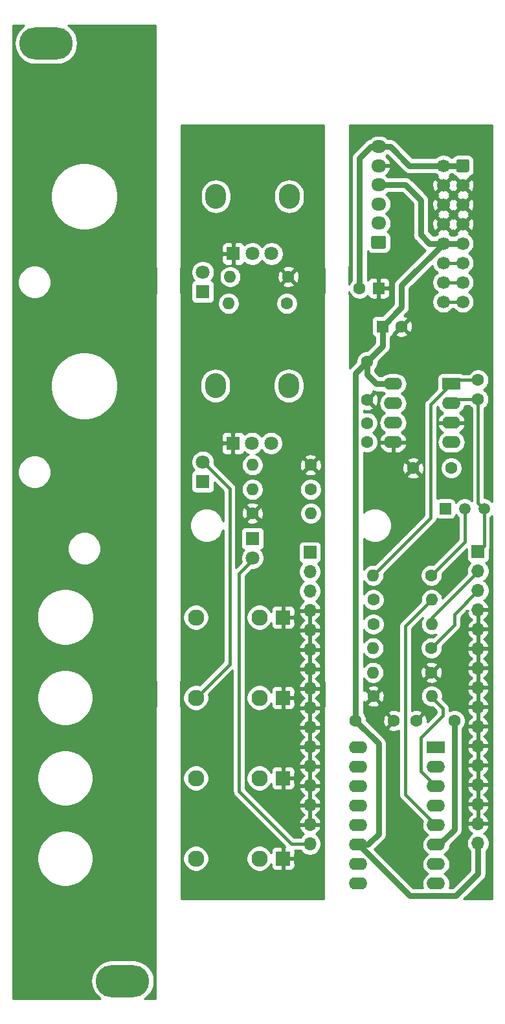
<source format=gbr>
%TF.GenerationSoftware,KiCad,Pcbnew,5.1.9+dfsg1-1~bpo10+1*%
%TF.CreationDate,2021-12-12T16:05:26+08:00*%
%TF.ProjectId,MiniVCA 1.0,4d696e69-5643-4412-9031-2e302e6b6963,rev?*%
%TF.SameCoordinates,Original*%
%TF.FileFunction,Copper,L2,Bot*%
%TF.FilePolarity,Positive*%
%FSLAX46Y46*%
G04 Gerber Fmt 4.6, Leading zero omitted, Abs format (unit mm)*
G04 Created by KiCad (PCBNEW 5.1.9+dfsg1-1~bpo10+1) date 2021-12-12 16:05:26*
%MOMM*%
%LPD*%
G01*
G04 APERTURE LIST*
%TA.AperFunction,ComponentPad*%
%ADD10O,7.000000X4.200000*%
%TD*%
%TA.AperFunction,ComponentPad*%
%ADD11O,1.600000X1.600000*%
%TD*%
%TA.AperFunction,ComponentPad*%
%ADD12C,1.600000*%
%TD*%
%TA.AperFunction,ComponentPad*%
%ADD13R,2.400000X1.600000*%
%TD*%
%TA.AperFunction,ComponentPad*%
%ADD14O,2.400000X1.600000*%
%TD*%
%TA.AperFunction,ComponentPad*%
%ADD15R,1.500000X1.500000*%
%TD*%
%TA.AperFunction,ComponentPad*%
%ADD16C,1.500000*%
%TD*%
%TA.AperFunction,ComponentPad*%
%ADD17R,1.600000X1.600000*%
%TD*%
%TA.AperFunction,ComponentPad*%
%ADD18R,1.800000X1.800000*%
%TD*%
%TA.AperFunction,ComponentPad*%
%ADD19C,1.800000*%
%TD*%
%TA.AperFunction,ComponentPad*%
%ADD20R,1.830000X1.930000*%
%TD*%
%TA.AperFunction,ComponentPad*%
%ADD21C,2.130000*%
%TD*%
%TA.AperFunction,ComponentPad*%
%ADD22O,1.950000X1.700000*%
%TD*%
%TA.AperFunction,ComponentPad*%
%ADD23C,1.700000*%
%TD*%
%TA.AperFunction,ComponentPad*%
%ADD24O,2.720000X3.240000*%
%TD*%
%TA.AperFunction,ComponentPad*%
%ADD25R,1.700000X1.700000*%
%TD*%
%TA.AperFunction,ComponentPad*%
%ADD26O,1.700000X1.700000*%
%TD*%
%TA.AperFunction,Conductor*%
%ADD27C,0.800000*%
%TD*%
%TA.AperFunction,Conductor*%
%ADD28C,0.400000*%
%TD*%
%TA.AperFunction,Conductor*%
%ADD29C,0.254000*%
%TD*%
%TA.AperFunction,Conductor*%
%ADD30C,0.100000*%
%TD*%
%TA.AperFunction,NonConductor*%
%ADD31C,0.254000*%
%TD*%
%TA.AperFunction,NonConductor*%
%ADD32C,0.100000*%
%TD*%
G04 APERTURE END LIST*
D10*
%TO.P,REF\u002A\u002A,1*%
%TO.N,N/C*%
X65000000Y-165500000D03*
X55000000Y-43000000D03*
%TD*%
D11*
%TO.P,R10,2*%
%TO.N,Net-(C6-Pad1)*%
X97780000Y-122000000D03*
D12*
%TO.P,R10,1*%
%TO.N,B2_3*%
X105400000Y-122000000D03*
%TD*%
D11*
%TO.P,R5,2*%
%TO.N,Net-(R5-Pad2)*%
X105420000Y-128300000D03*
D12*
%TO.P,R5,1*%
%TO.N,GND2*%
X97800000Y-128300000D03*
%TD*%
%TO.P,C6,1*%
%TO.N,Net-(C6-Pad1)*%
X97000000Y-92600000D03*
%TO.P,C6,2*%
%TO.N,Net-(C6-Pad2)*%
X97000000Y-95100000D03*
%TD*%
D13*
%TO.P,U2,1*%
%TO.N,Net-(C5-Pad1)*%
X108000000Y-87500000D03*
D14*
%TO.P,U2,5*%
%TO.N,GND2*%
X100380000Y-95120000D03*
%TO.P,U2,2*%
%TO.N,B2_1*%
X108000000Y-90040000D03*
%TO.P,U2,6*%
%TO.N,Net-(C6-Pad2)*%
X100380000Y-92580000D03*
%TO.P,U2,3*%
%TO.N,GND2*%
X108000000Y-92580000D03*
%TO.P,U2,7*%
%TO.N,Net-(C6-Pad1)*%
X100380000Y-90040000D03*
%TO.P,U2,4*%
%TO.N,-12V*%
X108000000Y-95120000D03*
%TO.P,U2,8*%
%TO.N,B2_12V*%
X100380000Y-87500000D03*
%TD*%
D15*
%TO.P,Q1,1*%
%TO.N,Net-(Q1-Pad1)*%
X107200000Y-103800000D03*
D16*
%TO.P,Q1,3*%
%TO.N,B2_1*%
X112280000Y-103800000D03*
%TO.P,Q1,2*%
%TO.N,Net-(Q1-Pad2)*%
X109740000Y-103800000D03*
%TD*%
D12*
%TO.P,C1,2*%
%TO.N,GND2*%
X101500000Y-80000000D03*
D17*
%TO.P,C1,1*%
%TO.N,B2_12V*%
X99000000Y-80000000D03*
%TD*%
%TO.P,C2,1*%
%TO.N,GND2*%
X98500000Y-75000000D03*
D12*
%TO.P,C2,2*%
%TO.N,-12V*%
X96000000Y-75000000D03*
%TD*%
%TO.P,C3,1*%
%TO.N,GND2*%
X100500000Y-131500000D03*
%TO.P,C3,2*%
%TO.N,B2_12V*%
X95500000Y-131500000D03*
%TD*%
%TO.P,C4,2*%
%TO.N,-12V*%
X108400000Y-131500000D03*
%TO.P,C4,1*%
%TO.N,GND2*%
X103400000Y-131500000D03*
%TD*%
%TO.P,C5,2*%
%TO.N,B2_1*%
X111500000Y-89500000D03*
%TO.P,C5,1*%
%TO.N,Net-(C5-Pad1)*%
X111500000Y-87000000D03*
%TD*%
%TO.P,C7,2*%
%TO.N,B2_12V*%
X97000000Y-84600000D03*
%TO.P,C7,1*%
%TO.N,GND2*%
X97000000Y-89600000D03*
%TD*%
%TO.P,C8,1*%
%TO.N,GND2*%
X103000000Y-98500000D03*
%TO.P,C8,2*%
%TO.N,-12V*%
X108000000Y-98500000D03*
%TD*%
D18*
%TO.P,D1,1*%
%TO.N,Net-(D1-Pad1)*%
X75500000Y-75450000D03*
D19*
%TO.P,D1,2*%
%TO.N,Net-(D1-Pad2)*%
X75500000Y-72910000D03*
%TD*%
%TO.P,D2,2*%
%TO.N,Net-(D2-Pad2)*%
X75500000Y-97710000D03*
D18*
%TO.P,D2,1*%
%TO.N,Net-(D2-Pad1)*%
X75500000Y-100250000D03*
%TD*%
D20*
%TO.P,J1,S*%
%TO.N,GND1*%
X86000000Y-118000000D03*
D21*
%TO.P,J1,TN*%
%TO.N,N/C*%
X82900000Y-118000000D03*
%TO.P,J1,T*%
%TO.N,Net-(D1-Pad2)*%
X74600000Y-118000000D03*
%TD*%
%TO.P,J2,T*%
%TO.N,Net-(D2-Pad2)*%
X74600000Y-128500000D03*
%TO.P,J2,TN*%
%TO.N,N/C*%
X82900000Y-128500000D03*
D20*
%TO.P,J2,S*%
%TO.N,GND1*%
X86000000Y-128500000D03*
%TD*%
%TO.P,J3,S*%
%TO.N,GND1*%
X86000000Y-139000000D03*
D21*
%TO.P,J3,TN*%
%TO.N,N/C*%
X82900000Y-139000000D03*
%TO.P,J3,T*%
%TO.N,B1_2*%
X74600000Y-139000000D03*
%TD*%
%TO.P,J4,T*%
%TO.N,B1_3*%
X74600000Y-149500000D03*
%TO.P,J4,TN*%
%TO.N,N/C*%
X82900000Y-149500000D03*
D20*
%TO.P,J4,S*%
%TO.N,GND1*%
X86000000Y-149500000D03*
%TD*%
%TO.P,J5,1*%
%TO.N,N/C*%
%TA.AperFunction,ComponentPad*%
G36*
G01*
X99225000Y-69850000D02*
X97775000Y-69850000D01*
G75*
G02*
X97525000Y-69600000I0J250000D01*
G01*
X97525000Y-68400000D01*
G75*
G02*
X97775000Y-68150000I250000J0D01*
G01*
X99225000Y-68150000D01*
G75*
G02*
X99475000Y-68400000I0J-250000D01*
G01*
X99475000Y-69600000D01*
G75*
G02*
X99225000Y-69850000I-250000J0D01*
G01*
G37*
%TD.AperFunction*%
D22*
%TO.P,J5,2*%
X98500000Y-66500000D03*
%TO.P,J5,3*%
X98500000Y-64000000D03*
%TO.P,J5,4*%
%TO.N,B2_12V*%
X98500000Y-61500000D03*
%TO.P,J5,5*%
%TO.N,GND2*%
X98500000Y-59000000D03*
%TO.P,J5,6*%
%TO.N,-12V*%
X98500000Y-56500000D03*
%TD*%
%TO.P,J6,1*%
%TO.N,-12V*%
%TA.AperFunction,ComponentPad*%
G36*
G01*
X110350000Y-58400000D02*
X110350000Y-59600000D01*
G75*
G02*
X110100000Y-59850000I-250000J0D01*
G01*
X108900000Y-59850000D01*
G75*
G02*
X108650000Y-59600000I0J250000D01*
G01*
X108650000Y-58400000D01*
G75*
G02*
X108900000Y-58150000I250000J0D01*
G01*
X110100000Y-58150000D01*
G75*
G02*
X110350000Y-58400000I0J-250000D01*
G01*
G37*
%TD.AperFunction*%
D23*
%TO.P,J6,3*%
%TO.N,GND2*%
X109500000Y-61540000D03*
%TO.P,J6,5*%
X109500000Y-64080000D03*
%TO.P,J6,7*%
X109500000Y-66620000D03*
%TO.P,J6,9*%
%TO.N,B2_12V*%
X109500000Y-69160000D03*
%TO.P,J6,11*%
%TO.N,Net-(J6-Pad11)*%
X109500000Y-71700000D03*
%TO.P,J6,13*%
%TO.N,Net-(J6-Pad13)*%
X109500000Y-74240000D03*
%TO.P,J6,15*%
%TO.N,Net-(J6-Pad15)*%
X109500000Y-76780000D03*
%TO.P,J6,2*%
%TO.N,-12V*%
X106960000Y-59000000D03*
%TO.P,J6,4*%
%TO.N,GND2*%
X106960000Y-61540000D03*
%TO.P,J6,6*%
X106960000Y-64080000D03*
%TO.P,J6,8*%
X106960000Y-66620000D03*
%TO.P,J6,10*%
%TO.N,B2_12V*%
X106960000Y-69160000D03*
%TO.P,J6,12*%
%TO.N,Net-(J6-Pad11)*%
X106960000Y-71700000D03*
%TO.P,J6,14*%
%TO.N,Net-(J6-Pad13)*%
X106960000Y-74240000D03*
%TO.P,J6,16*%
%TO.N,Net-(J6-Pad15)*%
X106960000Y-76780000D03*
%TD*%
D12*
%TO.P,R1,1*%
%TO.N,GND1*%
X86700000Y-73500000D03*
D11*
%TO.P,R1,2*%
%TO.N,Net-(D1-Pad1)*%
X79080000Y-73500000D03*
%TD*%
D12*
%TO.P,R2,1*%
%TO.N,GND1*%
X89600000Y-98100000D03*
D11*
%TO.P,R2,2*%
%TO.N,Net-(D2-Pad1)*%
X81980000Y-98100000D03*
%TD*%
D12*
%TO.P,R3,1*%
%TO.N,B1_1*%
X89600000Y-101300000D03*
D11*
%TO.P,R3,2*%
%TO.N,Net-(R3-Pad2)*%
X81980000Y-101300000D03*
%TD*%
D12*
%TO.P,R4,1*%
%TO.N,B1_1*%
X86500000Y-77000000D03*
D11*
%TO.P,R4,2*%
%TO.N,Net-(R4-Pad2)*%
X78880000Y-77000000D03*
%TD*%
%TO.P,R6,2*%
%TO.N,B2_2*%
X105420000Y-118900000D03*
D12*
%TO.P,R6,1*%
%TO.N,Net-(R6-Pad1)*%
X97800000Y-118900000D03*
%TD*%
D11*
%TO.P,R7,2*%
%TO.N,Net-(R6-Pad1)*%
X97780000Y-125200000D03*
D12*
%TO.P,R7,1*%
%TO.N,GND2*%
X105400000Y-125200000D03*
%TD*%
%TO.P,R8,1*%
%TO.N,Net-(Q1-Pad2)*%
X105400000Y-112500000D03*
D11*
%TO.P,R8,2*%
%TO.N,Net-(C5-Pad1)*%
X97780000Y-112500000D03*
%TD*%
D12*
%TO.P,R9,1*%
%TO.N,Net-(C6-Pad1)*%
X97800000Y-115700000D03*
D11*
%TO.P,R9,2*%
%TO.N,Net-(C6-Pad2)*%
X105420000Y-115700000D03*
%TD*%
D24*
%TO.P,RV1,*%
%TO.N,*%
X77200000Y-63000000D03*
X86800000Y-63000000D03*
D19*
%TO.P,RV1,2*%
%TO.N,Net-(R4-Pad2)*%
X82000000Y-70500000D03*
%TO.P,RV1,3*%
%TO.N,Net-(D1-Pad2)*%
X84500000Y-70500000D03*
D18*
%TO.P,RV1,1*%
%TO.N,GND1*%
X79500000Y-70500000D03*
%TD*%
%TO.P,RV2,1*%
%TO.N,GND1*%
X79450000Y-95250000D03*
D19*
%TO.P,RV2,3*%
%TO.N,Net-(D2-Pad2)*%
X84450000Y-95250000D03*
%TO.P,RV2,2*%
%TO.N,Net-(R3-Pad2)*%
X81950000Y-95250000D03*
D24*
%TO.P,RV2,*%
%TO.N,*%
X86750000Y-87750000D03*
X77150000Y-87750000D03*
%TD*%
D13*
%TO.P,U1,1*%
%TO.N,Net-(Q1-Pad1)*%
X106000000Y-135000000D03*
D14*
%TO.P,U1,9*%
%TO.N,N/C*%
X95840000Y-152780000D03*
%TO.P,U1,2*%
X106000000Y-137540000D03*
%TO.P,U1,10*%
X95840000Y-150240000D03*
%TO.P,U1,3*%
%TO.N,Net-(R5-Pad2)*%
X106000000Y-140080000D03*
%TO.P,U1,11*%
%TO.N,B2_12V*%
X95840000Y-147700000D03*
%TO.P,U1,4*%
%TO.N,Net-(R6-Pad1)*%
X106000000Y-142620000D03*
%TO.P,U1,12*%
%TO.N,N/C*%
X95840000Y-145160000D03*
%TO.P,U1,5*%
%TO.N,Net-(C6-Pad2)*%
X106000000Y-145160000D03*
%TO.P,U1,13*%
%TO.N,N/C*%
X95840000Y-142620000D03*
%TO.P,U1,6*%
%TO.N,-12V*%
X106000000Y-147700000D03*
%TO.P,U1,14*%
%TO.N,N/C*%
X95840000Y-140080000D03*
%TO.P,U1,7*%
X106000000Y-150240000D03*
%TO.P,U1,15*%
X95840000Y-137540000D03*
%TO.P,U1,8*%
X106000000Y-152780000D03*
%TO.P,U1,16*%
X95840000Y-135000000D03*
%TD*%
D18*
%TO.P,D3,1*%
%TO.N,Net-(D3-Pad1)*%
X82000000Y-107700000D03*
D19*
%TO.P,D3,2*%
%TO.N,B1_12V*%
X82000000Y-110240000D03*
%TD*%
D12*
%TO.P,R11,1*%
%TO.N,GND1*%
X82000000Y-104400000D03*
D11*
%TO.P,R11,2*%
%TO.N,Net-(D3-Pad1)*%
X89620000Y-104400000D03*
%TD*%
D25*
%TO.P,J7,1*%
%TO.N,B1_1*%
X89500000Y-109500000D03*
D26*
%TO.P,J7,2*%
%TO.N,B1_2*%
X89500000Y-112040000D03*
%TO.P,J7,3*%
%TO.N,B1_3*%
X89500000Y-114580000D03*
%TO.P,J7,4*%
%TO.N,GND1*%
X89500000Y-117120000D03*
%TO.P,J7,5*%
X89500000Y-119660000D03*
%TO.P,J7,6*%
X89500000Y-122200000D03*
%TO.P,J7,7*%
X89500000Y-124740000D03*
%TO.P,J7,8*%
X89500000Y-127280000D03*
%TO.P,J7,9*%
X89500000Y-129820000D03*
%TO.P,J7,10*%
X89500000Y-132360000D03*
%TO.P,J7,11*%
X89500000Y-134900000D03*
%TO.P,J7,12*%
X89500000Y-137440000D03*
%TO.P,J7,13*%
X89500000Y-139980000D03*
%TO.P,J7,14*%
X89500000Y-142520000D03*
%TO.P,J7,15*%
X89500000Y-145060000D03*
%TO.P,J7,16*%
%TO.N,B1_12V*%
X89500000Y-147600000D03*
%TD*%
D25*
%TO.P,J8,1*%
%TO.N,B2_1*%
X111500000Y-109400000D03*
D26*
%TO.P,J8,2*%
%TO.N,B2_2*%
X111500000Y-111940000D03*
%TO.P,J8,3*%
%TO.N,B2_3*%
X111500000Y-114480000D03*
%TO.P,J8,4*%
%TO.N,GND2*%
X111500000Y-117020000D03*
%TO.P,J8,5*%
X111500000Y-119560000D03*
%TO.P,J8,6*%
X111500000Y-122100000D03*
%TO.P,J8,7*%
X111500000Y-124640000D03*
%TO.P,J8,8*%
X111500000Y-127180000D03*
%TO.P,J8,9*%
X111500000Y-129720000D03*
%TO.P,J8,10*%
X111500000Y-132260000D03*
%TO.P,J8,11*%
X111500000Y-134800000D03*
%TO.P,J8,12*%
X111500000Y-137340000D03*
%TO.P,J8,13*%
X111500000Y-139880000D03*
%TO.P,J8,14*%
X111500000Y-142420000D03*
%TO.P,J8,15*%
X111500000Y-144960000D03*
%TO.P,J8,16*%
%TO.N,B2_12V*%
X111500000Y-147500000D03*
%TD*%
D27*
%TO.N,-12V*%
X98500000Y-56500000D02*
X97500000Y-56500000D01*
X96000000Y-58000000D02*
X96000000Y-75000000D01*
X97500000Y-56500000D02*
X96000000Y-58000000D01*
X109500000Y-59000000D02*
X106960000Y-59000000D01*
X100000000Y-56500000D02*
X98500000Y-56500000D01*
X106960000Y-59000000D02*
X102500000Y-59000000D01*
X102500000Y-59000000D02*
X100000000Y-56500000D01*
X108400000Y-145700000D02*
X108400000Y-131500000D01*
X106400000Y-147700000D02*
X108400000Y-145700000D01*
X106000000Y-147700000D02*
X106400000Y-147700000D01*
D28*
%TO.N,Net-(C5-Pad1)*%
X108500000Y-87000000D02*
X108000000Y-87500000D01*
X111500000Y-87000000D02*
X108500000Y-87000000D01*
X105300000Y-104980000D02*
X97780000Y-112500000D01*
X108000000Y-87500000D02*
X105300000Y-90200000D01*
X105300000Y-90200000D02*
X105300000Y-104980000D01*
%TO.N,Net-(C6-Pad2)*%
X105420000Y-115700000D02*
X101959991Y-119160009D01*
X101959991Y-141119991D02*
X106000000Y-145160000D01*
X101959991Y-119160009D02*
X101959991Y-141119991D01*
%TO.N,Net-(D2-Pad2)*%
X74600000Y-128500000D02*
X79000000Y-124100000D01*
X79000000Y-101160000D02*
X75500000Y-97660000D01*
X79000000Y-124100000D02*
X79000000Y-101160000D01*
%TO.N,Net-(J6-Pad11)*%
X106960000Y-71700000D02*
X109500000Y-71700000D01*
%TO.N,Net-(J6-Pad13)*%
X106960000Y-74240000D02*
X109500000Y-74240000D01*
%TO.N,Net-(J6-Pad15)*%
X109500000Y-76780000D02*
X106960000Y-76780000D01*
%TO.N,Net-(Q1-Pad2)*%
X109740000Y-108160000D02*
X105400000Y-112500000D01*
X109740000Y-103800000D02*
X109740000Y-108160000D01*
%TO.N,Net-(R5-Pad2)*%
X106900000Y-129900000D02*
X105420000Y-128420000D01*
X106900000Y-130800000D02*
X106900000Y-129900000D01*
X104000000Y-133700000D02*
X106900000Y-130800000D01*
X106000000Y-140080000D02*
X104000000Y-138080000D01*
X105420000Y-128420000D02*
X105420000Y-128300000D01*
X104000000Y-138080000D02*
X104000000Y-133700000D01*
%TO.N,B2_1*%
X108540000Y-89500000D02*
X108000000Y-90040000D01*
X111500000Y-89500000D02*
X108540000Y-89500000D01*
X111500000Y-103020000D02*
X112280000Y-103800000D01*
X111500000Y-89500000D02*
X111500000Y-103020000D01*
X112280000Y-108620000D02*
X111500000Y-109400000D01*
X112280000Y-103800000D02*
X112280000Y-108620000D01*
%TO.N,B2_3*%
X108400000Y-119000000D02*
X105400000Y-122000000D01*
X111500000Y-114480000D02*
X111500000Y-114500000D01*
X108400000Y-117600000D02*
X108400000Y-119000000D01*
X111500000Y-114500000D02*
X108400000Y-117600000D01*
%TO.N,B1_12V*%
X80250000Y-140750000D02*
X87100000Y-147600000D01*
X80250000Y-112250000D02*
X80250000Y-140750000D01*
X87100000Y-147600000D02*
X89500000Y-147600000D01*
X82000000Y-110540000D02*
X81980000Y-110520000D01*
X81980000Y-110520000D02*
X80250000Y-112250000D01*
%TO.N,B2_2*%
X111500000Y-112000000D02*
X111500000Y-111940000D01*
X105420000Y-118900000D02*
X105420000Y-118080000D01*
X105420000Y-118080000D02*
X111500000Y-112000000D01*
D27*
%TO.N,B2_12V*%
X109500000Y-69160000D02*
X106960000Y-69160000D01*
X102000000Y-61500000D02*
X98500000Y-61500000D01*
X104000000Y-63500000D02*
X102000000Y-61500000D01*
X106960000Y-69160000D02*
X105160000Y-69160000D01*
X104000000Y-68000000D02*
X104000000Y-63500000D01*
X105160000Y-69160000D02*
X104000000Y-68000000D01*
X101500000Y-77500000D02*
X99000000Y-80000000D01*
X106960000Y-69160000D02*
X101500000Y-74620000D01*
X101500000Y-74620000D02*
X101500000Y-77500000D01*
D28*
X95900000Y-147700000D02*
X95840000Y-147700000D01*
D27*
X102600000Y-154400000D02*
X95900000Y-147700000D01*
X108600000Y-154400000D02*
X102600000Y-154400000D01*
X111500000Y-147500000D02*
X111500000Y-151500000D01*
X111500000Y-151500000D02*
X108600000Y-154400000D01*
X99000000Y-80000000D02*
X99000000Y-82600000D01*
X99000000Y-82600000D02*
X97000000Y-84600000D01*
X95500000Y-86100000D02*
X95500000Y-131500000D01*
X97000000Y-84600000D02*
X95500000Y-86100000D01*
X97000000Y-86300000D02*
X97000000Y-84600000D01*
X100380000Y-87500000D02*
X98200000Y-87500000D01*
X98200000Y-87500000D02*
X97000000Y-86300000D01*
X98500000Y-134500000D02*
X95500000Y-131500000D01*
X95840000Y-147700000D02*
X97100000Y-147700000D01*
X98500000Y-146300000D02*
X98500000Y-134500000D01*
X97100000Y-147700000D02*
X98500000Y-146300000D01*
%TD*%
D29*
%TO.N,GND1*%
X91315001Y-72033647D02*
X91318366Y-72067812D01*
X91318366Y-72080806D01*
X91319366Y-72090318D01*
X91341121Y-72284268D01*
X91354025Y-72344976D01*
X91366089Y-72405901D01*
X91368917Y-72415038D01*
X91373000Y-72427909D01*
X91373000Y-73122616D01*
X91365000Y-73162835D01*
X91365000Y-73337165D01*
X91373000Y-73377384D01*
X91373000Y-73872616D01*
X91365000Y-73912835D01*
X91365000Y-74087165D01*
X91373000Y-74127384D01*
X91373000Y-74622616D01*
X91365000Y-74662835D01*
X91365000Y-74837165D01*
X91373000Y-74877384D01*
X91373000Y-75575589D01*
X91363281Y-75607780D01*
X91351219Y-75668698D01*
X91338314Y-75729410D01*
X91337314Y-75738922D01*
X91318269Y-75933155D01*
X91318269Y-75933173D01*
X91315001Y-75966353D01*
X91315000Y-126033646D01*
X91318366Y-126067821D01*
X91318366Y-126080806D01*
X91319366Y-126090318D01*
X91341121Y-126284268D01*
X91354025Y-126344976D01*
X91366089Y-126405901D01*
X91368917Y-126415038D01*
X91373000Y-126427909D01*
X91373000Y-127122616D01*
X91365000Y-127162835D01*
X91365000Y-127337165D01*
X91373000Y-127377384D01*
X91373000Y-127872616D01*
X91365000Y-127912835D01*
X91365000Y-128087165D01*
X91373000Y-128127384D01*
X91373000Y-128622616D01*
X91365000Y-128662835D01*
X91365000Y-128837165D01*
X91373000Y-128877384D01*
X91373000Y-129575589D01*
X91363281Y-129607780D01*
X91351219Y-129668698D01*
X91338314Y-129729410D01*
X91337314Y-129738922D01*
X91318269Y-129933155D01*
X91318269Y-129933173D01*
X91315001Y-129966353D01*
X91315000Y-154815000D01*
X72685000Y-154815000D01*
X72685000Y-149332565D01*
X72900000Y-149332565D01*
X72900000Y-149667435D01*
X72965330Y-149995872D01*
X73093479Y-150305252D01*
X73279523Y-150583687D01*
X73516313Y-150820477D01*
X73794748Y-151006521D01*
X74104128Y-151134670D01*
X74432565Y-151200000D01*
X74767435Y-151200000D01*
X75095872Y-151134670D01*
X75405252Y-151006521D01*
X75683687Y-150820477D01*
X75920477Y-150583687D01*
X76106521Y-150305252D01*
X76234670Y-149995872D01*
X76300000Y-149667435D01*
X76300000Y-149332565D01*
X81200000Y-149332565D01*
X81200000Y-149667435D01*
X81265330Y-149995872D01*
X81393479Y-150305252D01*
X81579523Y-150583687D01*
X81816313Y-150820477D01*
X82094748Y-151006521D01*
X82404128Y-151134670D01*
X82732565Y-151200000D01*
X83067435Y-151200000D01*
X83395872Y-151134670D01*
X83705252Y-151006521D01*
X83983687Y-150820477D01*
X84220477Y-150583687D01*
X84406521Y-150305252D01*
X84448105Y-150204860D01*
X84446928Y-150465000D01*
X84459188Y-150589482D01*
X84495498Y-150709180D01*
X84554463Y-150819494D01*
X84633815Y-150916185D01*
X84730506Y-150995537D01*
X84840820Y-151054502D01*
X84960518Y-151090812D01*
X85085000Y-151103072D01*
X85714250Y-151100000D01*
X85873000Y-150941250D01*
X85873000Y-149627000D01*
X86127000Y-149627000D01*
X86127000Y-150941250D01*
X86285750Y-151100000D01*
X86915000Y-151103072D01*
X87039482Y-151090812D01*
X87159180Y-151054502D01*
X87269494Y-150995537D01*
X87366185Y-150916185D01*
X87445537Y-150819494D01*
X87504502Y-150709180D01*
X87540812Y-150589482D01*
X87553072Y-150465000D01*
X87550000Y-149785750D01*
X87391250Y-149627000D01*
X86127000Y-149627000D01*
X85873000Y-149627000D01*
X85853000Y-149627000D01*
X85853000Y-149373000D01*
X85873000Y-149373000D01*
X85873000Y-148058750D01*
X85714250Y-147900000D01*
X85085000Y-147896928D01*
X84960518Y-147909188D01*
X84840820Y-147945498D01*
X84730506Y-148004463D01*
X84633815Y-148083815D01*
X84554463Y-148180506D01*
X84495498Y-148290820D01*
X84459188Y-148410518D01*
X84446928Y-148535000D01*
X84448105Y-148795140D01*
X84406521Y-148694748D01*
X84220477Y-148416313D01*
X83983687Y-148179523D01*
X83705252Y-147993479D01*
X83395872Y-147865330D01*
X83067435Y-147800000D01*
X82732565Y-147800000D01*
X82404128Y-147865330D01*
X82094748Y-147993479D01*
X81816313Y-148179523D01*
X81579523Y-148416313D01*
X81393479Y-148694748D01*
X81265330Y-149004128D01*
X81200000Y-149332565D01*
X76300000Y-149332565D01*
X76234670Y-149004128D01*
X76106521Y-148694748D01*
X75920477Y-148416313D01*
X75683687Y-148179523D01*
X75405252Y-147993479D01*
X75095872Y-147865330D01*
X74767435Y-147800000D01*
X74432565Y-147800000D01*
X74104128Y-147865330D01*
X73794748Y-147993479D01*
X73516313Y-148179523D01*
X73279523Y-148416313D01*
X73093479Y-148694748D01*
X72965330Y-149004128D01*
X72900000Y-149332565D01*
X72685000Y-149332565D01*
X72685000Y-138832565D01*
X72900000Y-138832565D01*
X72900000Y-139167435D01*
X72965330Y-139495872D01*
X73093479Y-139805252D01*
X73279523Y-140083687D01*
X73516313Y-140320477D01*
X73794748Y-140506521D01*
X74104128Y-140634670D01*
X74432565Y-140700000D01*
X74767435Y-140700000D01*
X75095872Y-140634670D01*
X75405252Y-140506521D01*
X75683687Y-140320477D01*
X75920477Y-140083687D01*
X76106521Y-139805252D01*
X76234670Y-139495872D01*
X76300000Y-139167435D01*
X76300000Y-138832565D01*
X76234670Y-138504128D01*
X76106521Y-138194748D01*
X75920477Y-137916313D01*
X75683687Y-137679523D01*
X75405252Y-137493479D01*
X75095872Y-137365330D01*
X74767435Y-137300000D01*
X74432565Y-137300000D01*
X74104128Y-137365330D01*
X73794748Y-137493479D01*
X73516313Y-137679523D01*
X73279523Y-137916313D01*
X73093479Y-138194748D01*
X72965330Y-138504128D01*
X72900000Y-138832565D01*
X72685000Y-138832565D01*
X72685000Y-129966353D01*
X72681633Y-129932169D01*
X72681633Y-129919193D01*
X72680634Y-129909681D01*
X72658879Y-129715732D01*
X72645975Y-129655024D01*
X72633911Y-129594099D01*
X72631083Y-129584962D01*
X72627000Y-129572091D01*
X72627000Y-128877384D01*
X72635000Y-128837165D01*
X72635000Y-128662835D01*
X72627000Y-128622616D01*
X72627000Y-128332565D01*
X72900000Y-128332565D01*
X72900000Y-128667435D01*
X72965330Y-128995872D01*
X73093479Y-129305252D01*
X73279523Y-129583687D01*
X73516313Y-129820477D01*
X73794748Y-130006521D01*
X74104128Y-130134670D01*
X74432565Y-130200000D01*
X74767435Y-130200000D01*
X75095872Y-130134670D01*
X75405252Y-130006521D01*
X75683687Y-129820477D01*
X75920477Y-129583687D01*
X76106521Y-129305252D01*
X76234670Y-128995872D01*
X76300000Y-128667435D01*
X76300000Y-128332565D01*
X76241650Y-128039218D01*
X79415000Y-124865868D01*
X79415001Y-140708971D01*
X79410960Y-140750000D01*
X79427082Y-140913688D01*
X79474828Y-141071086D01*
X79552364Y-141216145D01*
X79552365Y-141216146D01*
X79656710Y-141343291D01*
X79688574Y-141369441D01*
X86252441Y-147933309D01*
X86127000Y-148058750D01*
X86127000Y-149373000D01*
X87391250Y-149373000D01*
X87550000Y-149214250D01*
X87553072Y-148535000D01*
X87543223Y-148435000D01*
X88271935Y-148435000D01*
X88346525Y-148546632D01*
X88553368Y-148753475D01*
X88796589Y-148915990D01*
X89066842Y-149027932D01*
X89353740Y-149085000D01*
X89646260Y-149085000D01*
X89933158Y-149027932D01*
X90203411Y-148915990D01*
X90446632Y-148753475D01*
X90653475Y-148546632D01*
X90815990Y-148303411D01*
X90927932Y-148033158D01*
X90985000Y-147746260D01*
X90985000Y-147453740D01*
X90927932Y-147166842D01*
X90815990Y-146896589D01*
X90653475Y-146653368D01*
X90446632Y-146446525D01*
X90264466Y-146324805D01*
X90381355Y-146255178D01*
X90597588Y-146060269D01*
X90771641Y-145826920D01*
X90896825Y-145564099D01*
X90941476Y-145416890D01*
X90820155Y-145187000D01*
X89627000Y-145187000D01*
X89627000Y-145207000D01*
X89373000Y-145207000D01*
X89373000Y-145187000D01*
X88179845Y-145187000D01*
X88058524Y-145416890D01*
X88103175Y-145564099D01*
X88228359Y-145826920D01*
X88402412Y-146060269D01*
X88618645Y-146255178D01*
X88735534Y-146324805D01*
X88553368Y-146446525D01*
X88346525Y-146653368D01*
X88271935Y-146765000D01*
X87445869Y-146765000D01*
X83557758Y-142876890D01*
X88058524Y-142876890D01*
X88103175Y-143024099D01*
X88228359Y-143286920D01*
X88402412Y-143520269D01*
X88618645Y-143715178D01*
X88744255Y-143790000D01*
X88618645Y-143864822D01*
X88402412Y-144059731D01*
X88228359Y-144293080D01*
X88103175Y-144555901D01*
X88058524Y-144703110D01*
X88179845Y-144933000D01*
X89373000Y-144933000D01*
X89373000Y-142647000D01*
X89627000Y-142647000D01*
X89627000Y-144933000D01*
X90820155Y-144933000D01*
X90941476Y-144703110D01*
X90896825Y-144555901D01*
X90771641Y-144293080D01*
X90597588Y-144059731D01*
X90381355Y-143864822D01*
X90255745Y-143790000D01*
X90381355Y-143715178D01*
X90597588Y-143520269D01*
X90771641Y-143286920D01*
X90896825Y-143024099D01*
X90941476Y-142876890D01*
X90820155Y-142647000D01*
X89627000Y-142647000D01*
X89373000Y-142647000D01*
X88179845Y-142647000D01*
X88058524Y-142876890D01*
X83557758Y-142876890D01*
X81085000Y-140404133D01*
X81085000Y-138832565D01*
X81200000Y-138832565D01*
X81200000Y-139167435D01*
X81265330Y-139495872D01*
X81393479Y-139805252D01*
X81579523Y-140083687D01*
X81816313Y-140320477D01*
X82094748Y-140506521D01*
X82404128Y-140634670D01*
X82732565Y-140700000D01*
X83067435Y-140700000D01*
X83395872Y-140634670D01*
X83705252Y-140506521D01*
X83983687Y-140320477D01*
X84220477Y-140083687D01*
X84406521Y-139805252D01*
X84448105Y-139704860D01*
X84446928Y-139965000D01*
X84459188Y-140089482D01*
X84495498Y-140209180D01*
X84554463Y-140319494D01*
X84633815Y-140416185D01*
X84730506Y-140495537D01*
X84840820Y-140554502D01*
X84960518Y-140590812D01*
X85085000Y-140603072D01*
X85714250Y-140600000D01*
X85873000Y-140441250D01*
X85873000Y-139127000D01*
X86127000Y-139127000D01*
X86127000Y-140441250D01*
X86285750Y-140600000D01*
X86915000Y-140603072D01*
X87039482Y-140590812D01*
X87159180Y-140554502D01*
X87269494Y-140495537D01*
X87366185Y-140416185D01*
X87431260Y-140336890D01*
X88058524Y-140336890D01*
X88103175Y-140484099D01*
X88228359Y-140746920D01*
X88402412Y-140980269D01*
X88618645Y-141175178D01*
X88744255Y-141250000D01*
X88618645Y-141324822D01*
X88402412Y-141519731D01*
X88228359Y-141753080D01*
X88103175Y-142015901D01*
X88058524Y-142163110D01*
X88179845Y-142393000D01*
X89373000Y-142393000D01*
X89373000Y-140107000D01*
X89627000Y-140107000D01*
X89627000Y-142393000D01*
X90820155Y-142393000D01*
X90941476Y-142163110D01*
X90896825Y-142015901D01*
X90771641Y-141753080D01*
X90597588Y-141519731D01*
X90381355Y-141324822D01*
X90255745Y-141250000D01*
X90381355Y-141175178D01*
X90597588Y-140980269D01*
X90771641Y-140746920D01*
X90896825Y-140484099D01*
X90941476Y-140336890D01*
X90820155Y-140107000D01*
X89627000Y-140107000D01*
X89373000Y-140107000D01*
X88179845Y-140107000D01*
X88058524Y-140336890D01*
X87431260Y-140336890D01*
X87445537Y-140319494D01*
X87504502Y-140209180D01*
X87540812Y-140089482D01*
X87553072Y-139965000D01*
X87550000Y-139285750D01*
X87391250Y-139127000D01*
X86127000Y-139127000D01*
X85873000Y-139127000D01*
X85853000Y-139127000D01*
X85853000Y-138873000D01*
X85873000Y-138873000D01*
X85873000Y-137558750D01*
X86127000Y-137558750D01*
X86127000Y-138873000D01*
X87391250Y-138873000D01*
X87550000Y-138714250D01*
X87553072Y-138035000D01*
X87540812Y-137910518D01*
X87506344Y-137796890D01*
X88058524Y-137796890D01*
X88103175Y-137944099D01*
X88228359Y-138206920D01*
X88402412Y-138440269D01*
X88618645Y-138635178D01*
X88744255Y-138710000D01*
X88618645Y-138784822D01*
X88402412Y-138979731D01*
X88228359Y-139213080D01*
X88103175Y-139475901D01*
X88058524Y-139623110D01*
X88179845Y-139853000D01*
X89373000Y-139853000D01*
X89373000Y-137567000D01*
X89627000Y-137567000D01*
X89627000Y-139853000D01*
X90820155Y-139853000D01*
X90941476Y-139623110D01*
X90896825Y-139475901D01*
X90771641Y-139213080D01*
X90597588Y-138979731D01*
X90381355Y-138784822D01*
X90255745Y-138710000D01*
X90381355Y-138635178D01*
X90597588Y-138440269D01*
X90771641Y-138206920D01*
X90896825Y-137944099D01*
X90941476Y-137796890D01*
X90820155Y-137567000D01*
X89627000Y-137567000D01*
X89373000Y-137567000D01*
X88179845Y-137567000D01*
X88058524Y-137796890D01*
X87506344Y-137796890D01*
X87504502Y-137790820D01*
X87445537Y-137680506D01*
X87366185Y-137583815D01*
X87269494Y-137504463D01*
X87159180Y-137445498D01*
X87039482Y-137409188D01*
X86915000Y-137396928D01*
X86285750Y-137400000D01*
X86127000Y-137558750D01*
X85873000Y-137558750D01*
X85714250Y-137400000D01*
X85085000Y-137396928D01*
X84960518Y-137409188D01*
X84840820Y-137445498D01*
X84730506Y-137504463D01*
X84633815Y-137583815D01*
X84554463Y-137680506D01*
X84495498Y-137790820D01*
X84459188Y-137910518D01*
X84446928Y-138035000D01*
X84448105Y-138295140D01*
X84406521Y-138194748D01*
X84220477Y-137916313D01*
X83983687Y-137679523D01*
X83705252Y-137493479D01*
X83395872Y-137365330D01*
X83067435Y-137300000D01*
X82732565Y-137300000D01*
X82404128Y-137365330D01*
X82094748Y-137493479D01*
X81816313Y-137679523D01*
X81579523Y-137916313D01*
X81393479Y-138194748D01*
X81265330Y-138504128D01*
X81200000Y-138832565D01*
X81085000Y-138832565D01*
X81085000Y-135256890D01*
X88058524Y-135256890D01*
X88103175Y-135404099D01*
X88228359Y-135666920D01*
X88402412Y-135900269D01*
X88618645Y-136095178D01*
X88744255Y-136170000D01*
X88618645Y-136244822D01*
X88402412Y-136439731D01*
X88228359Y-136673080D01*
X88103175Y-136935901D01*
X88058524Y-137083110D01*
X88179845Y-137313000D01*
X89373000Y-137313000D01*
X89373000Y-135027000D01*
X89627000Y-135027000D01*
X89627000Y-137313000D01*
X90820155Y-137313000D01*
X90941476Y-137083110D01*
X90896825Y-136935901D01*
X90771641Y-136673080D01*
X90597588Y-136439731D01*
X90381355Y-136244822D01*
X90255745Y-136170000D01*
X90381355Y-136095178D01*
X90597588Y-135900269D01*
X90771641Y-135666920D01*
X90896825Y-135404099D01*
X90941476Y-135256890D01*
X90820155Y-135027000D01*
X89627000Y-135027000D01*
X89373000Y-135027000D01*
X88179845Y-135027000D01*
X88058524Y-135256890D01*
X81085000Y-135256890D01*
X81085000Y-132716890D01*
X88058524Y-132716890D01*
X88103175Y-132864099D01*
X88228359Y-133126920D01*
X88402412Y-133360269D01*
X88618645Y-133555178D01*
X88744255Y-133630000D01*
X88618645Y-133704822D01*
X88402412Y-133899731D01*
X88228359Y-134133080D01*
X88103175Y-134395901D01*
X88058524Y-134543110D01*
X88179845Y-134773000D01*
X89373000Y-134773000D01*
X89373000Y-132487000D01*
X89627000Y-132487000D01*
X89627000Y-134773000D01*
X90820155Y-134773000D01*
X90941476Y-134543110D01*
X90896825Y-134395901D01*
X90771641Y-134133080D01*
X90597588Y-133899731D01*
X90381355Y-133704822D01*
X90255745Y-133630000D01*
X90381355Y-133555178D01*
X90597588Y-133360269D01*
X90771641Y-133126920D01*
X90896825Y-132864099D01*
X90941476Y-132716890D01*
X90820155Y-132487000D01*
X89627000Y-132487000D01*
X89373000Y-132487000D01*
X88179845Y-132487000D01*
X88058524Y-132716890D01*
X81085000Y-132716890D01*
X81085000Y-128332565D01*
X81200000Y-128332565D01*
X81200000Y-128667435D01*
X81265330Y-128995872D01*
X81393479Y-129305252D01*
X81579523Y-129583687D01*
X81816313Y-129820477D01*
X82094748Y-130006521D01*
X82404128Y-130134670D01*
X82732565Y-130200000D01*
X83067435Y-130200000D01*
X83183617Y-130176890D01*
X88058524Y-130176890D01*
X88103175Y-130324099D01*
X88228359Y-130586920D01*
X88402412Y-130820269D01*
X88618645Y-131015178D01*
X88744255Y-131090000D01*
X88618645Y-131164822D01*
X88402412Y-131359731D01*
X88228359Y-131593080D01*
X88103175Y-131855901D01*
X88058524Y-132003110D01*
X88179845Y-132233000D01*
X89373000Y-132233000D01*
X89373000Y-129947000D01*
X89627000Y-129947000D01*
X89627000Y-132233000D01*
X90820155Y-132233000D01*
X90941476Y-132003110D01*
X90896825Y-131855901D01*
X90771641Y-131593080D01*
X90597588Y-131359731D01*
X90381355Y-131164822D01*
X90255745Y-131090000D01*
X90381355Y-131015178D01*
X90597588Y-130820269D01*
X90771641Y-130586920D01*
X90896825Y-130324099D01*
X90941476Y-130176890D01*
X90820155Y-129947000D01*
X89627000Y-129947000D01*
X89373000Y-129947000D01*
X88179845Y-129947000D01*
X88058524Y-130176890D01*
X83183617Y-130176890D01*
X83395872Y-130134670D01*
X83705252Y-130006521D01*
X83983687Y-129820477D01*
X84220477Y-129583687D01*
X84406521Y-129305252D01*
X84448105Y-129204860D01*
X84446928Y-129465000D01*
X84459188Y-129589482D01*
X84495498Y-129709180D01*
X84554463Y-129819494D01*
X84633815Y-129916185D01*
X84730506Y-129995537D01*
X84840820Y-130054502D01*
X84960518Y-130090812D01*
X85085000Y-130103072D01*
X85714250Y-130100000D01*
X85873000Y-129941250D01*
X85873000Y-128627000D01*
X86127000Y-128627000D01*
X86127000Y-129941250D01*
X86285750Y-130100000D01*
X86915000Y-130103072D01*
X87039482Y-130090812D01*
X87159180Y-130054502D01*
X87269494Y-129995537D01*
X87366185Y-129916185D01*
X87445537Y-129819494D01*
X87504502Y-129709180D01*
X87540812Y-129589482D01*
X87553072Y-129465000D01*
X87550000Y-128785750D01*
X87391250Y-128627000D01*
X86127000Y-128627000D01*
X85873000Y-128627000D01*
X85853000Y-128627000D01*
X85853000Y-128373000D01*
X85873000Y-128373000D01*
X85873000Y-127058750D01*
X86127000Y-127058750D01*
X86127000Y-128373000D01*
X87391250Y-128373000D01*
X87550000Y-128214250D01*
X87552611Y-127636890D01*
X88058524Y-127636890D01*
X88103175Y-127784099D01*
X88228359Y-128046920D01*
X88402412Y-128280269D01*
X88618645Y-128475178D01*
X88744255Y-128550000D01*
X88618645Y-128624822D01*
X88402412Y-128819731D01*
X88228359Y-129053080D01*
X88103175Y-129315901D01*
X88058524Y-129463110D01*
X88179845Y-129693000D01*
X89373000Y-129693000D01*
X89373000Y-127407000D01*
X89627000Y-127407000D01*
X89627000Y-129693000D01*
X90820155Y-129693000D01*
X90941476Y-129463110D01*
X90896825Y-129315901D01*
X90771641Y-129053080D01*
X90597588Y-128819731D01*
X90381355Y-128624822D01*
X90255745Y-128550000D01*
X90381355Y-128475178D01*
X90597588Y-128280269D01*
X90771641Y-128046920D01*
X90896825Y-127784099D01*
X90941476Y-127636890D01*
X90820155Y-127407000D01*
X89627000Y-127407000D01*
X89373000Y-127407000D01*
X88179845Y-127407000D01*
X88058524Y-127636890D01*
X87552611Y-127636890D01*
X87553072Y-127535000D01*
X87540812Y-127410518D01*
X87504502Y-127290820D01*
X87445537Y-127180506D01*
X87366185Y-127083815D01*
X87269494Y-127004463D01*
X87159180Y-126945498D01*
X87039482Y-126909188D01*
X86915000Y-126896928D01*
X86285750Y-126900000D01*
X86127000Y-127058750D01*
X85873000Y-127058750D01*
X85714250Y-126900000D01*
X85085000Y-126896928D01*
X84960518Y-126909188D01*
X84840820Y-126945498D01*
X84730506Y-127004463D01*
X84633815Y-127083815D01*
X84554463Y-127180506D01*
X84495498Y-127290820D01*
X84459188Y-127410518D01*
X84446928Y-127535000D01*
X84448105Y-127795140D01*
X84406521Y-127694748D01*
X84220477Y-127416313D01*
X83983687Y-127179523D01*
X83705252Y-126993479D01*
X83395872Y-126865330D01*
X83067435Y-126800000D01*
X82732565Y-126800000D01*
X82404128Y-126865330D01*
X82094748Y-126993479D01*
X81816313Y-127179523D01*
X81579523Y-127416313D01*
X81393479Y-127694748D01*
X81265330Y-128004128D01*
X81200000Y-128332565D01*
X81085000Y-128332565D01*
X81085000Y-125096890D01*
X88058524Y-125096890D01*
X88103175Y-125244099D01*
X88228359Y-125506920D01*
X88402412Y-125740269D01*
X88618645Y-125935178D01*
X88744255Y-126010000D01*
X88618645Y-126084822D01*
X88402412Y-126279731D01*
X88228359Y-126513080D01*
X88103175Y-126775901D01*
X88058524Y-126923110D01*
X88179845Y-127153000D01*
X89373000Y-127153000D01*
X89373000Y-124867000D01*
X89627000Y-124867000D01*
X89627000Y-127153000D01*
X90820155Y-127153000D01*
X90941476Y-126923110D01*
X90896825Y-126775901D01*
X90771641Y-126513080D01*
X90597588Y-126279731D01*
X90381355Y-126084822D01*
X90255745Y-126010000D01*
X90381355Y-125935178D01*
X90597588Y-125740269D01*
X90771641Y-125506920D01*
X90896825Y-125244099D01*
X90941476Y-125096890D01*
X90820155Y-124867000D01*
X89627000Y-124867000D01*
X89373000Y-124867000D01*
X88179845Y-124867000D01*
X88058524Y-125096890D01*
X81085000Y-125096890D01*
X81085000Y-122556890D01*
X88058524Y-122556890D01*
X88103175Y-122704099D01*
X88228359Y-122966920D01*
X88402412Y-123200269D01*
X88618645Y-123395178D01*
X88744255Y-123470000D01*
X88618645Y-123544822D01*
X88402412Y-123739731D01*
X88228359Y-123973080D01*
X88103175Y-124235901D01*
X88058524Y-124383110D01*
X88179845Y-124613000D01*
X89373000Y-124613000D01*
X89373000Y-122327000D01*
X89627000Y-122327000D01*
X89627000Y-124613000D01*
X90820155Y-124613000D01*
X90941476Y-124383110D01*
X90896825Y-124235901D01*
X90771641Y-123973080D01*
X90597588Y-123739731D01*
X90381355Y-123544822D01*
X90255745Y-123470000D01*
X90381355Y-123395178D01*
X90597588Y-123200269D01*
X90771641Y-122966920D01*
X90896825Y-122704099D01*
X90941476Y-122556890D01*
X90820155Y-122327000D01*
X89627000Y-122327000D01*
X89373000Y-122327000D01*
X88179845Y-122327000D01*
X88058524Y-122556890D01*
X81085000Y-122556890D01*
X81085000Y-120016890D01*
X88058524Y-120016890D01*
X88103175Y-120164099D01*
X88228359Y-120426920D01*
X88402412Y-120660269D01*
X88618645Y-120855178D01*
X88744255Y-120930000D01*
X88618645Y-121004822D01*
X88402412Y-121199731D01*
X88228359Y-121433080D01*
X88103175Y-121695901D01*
X88058524Y-121843110D01*
X88179845Y-122073000D01*
X89373000Y-122073000D01*
X89373000Y-119787000D01*
X89627000Y-119787000D01*
X89627000Y-122073000D01*
X90820155Y-122073000D01*
X90941476Y-121843110D01*
X90896825Y-121695901D01*
X90771641Y-121433080D01*
X90597588Y-121199731D01*
X90381355Y-121004822D01*
X90255745Y-120930000D01*
X90381355Y-120855178D01*
X90597588Y-120660269D01*
X90771641Y-120426920D01*
X90896825Y-120164099D01*
X90941476Y-120016890D01*
X90820155Y-119787000D01*
X89627000Y-119787000D01*
X89373000Y-119787000D01*
X88179845Y-119787000D01*
X88058524Y-120016890D01*
X81085000Y-120016890D01*
X81085000Y-117832565D01*
X81200000Y-117832565D01*
X81200000Y-118167435D01*
X81265330Y-118495872D01*
X81393479Y-118805252D01*
X81579523Y-119083687D01*
X81816313Y-119320477D01*
X82094748Y-119506521D01*
X82404128Y-119634670D01*
X82732565Y-119700000D01*
X83067435Y-119700000D01*
X83395872Y-119634670D01*
X83705252Y-119506521D01*
X83983687Y-119320477D01*
X84220477Y-119083687D01*
X84406521Y-118805252D01*
X84448105Y-118704860D01*
X84446928Y-118965000D01*
X84459188Y-119089482D01*
X84495498Y-119209180D01*
X84554463Y-119319494D01*
X84633815Y-119416185D01*
X84730506Y-119495537D01*
X84840820Y-119554502D01*
X84960518Y-119590812D01*
X85085000Y-119603072D01*
X85714250Y-119600000D01*
X85873000Y-119441250D01*
X85873000Y-118127000D01*
X86127000Y-118127000D01*
X86127000Y-119441250D01*
X86285750Y-119600000D01*
X86915000Y-119603072D01*
X87039482Y-119590812D01*
X87159180Y-119554502D01*
X87269494Y-119495537D01*
X87366185Y-119416185D01*
X87445537Y-119319494D01*
X87504502Y-119209180D01*
X87540812Y-119089482D01*
X87553072Y-118965000D01*
X87550000Y-118285750D01*
X87391250Y-118127000D01*
X86127000Y-118127000D01*
X85873000Y-118127000D01*
X85853000Y-118127000D01*
X85853000Y-117873000D01*
X85873000Y-117873000D01*
X85873000Y-116558750D01*
X86127000Y-116558750D01*
X86127000Y-117873000D01*
X87391250Y-117873000D01*
X87550000Y-117714250D01*
X87551073Y-117476890D01*
X88058524Y-117476890D01*
X88103175Y-117624099D01*
X88228359Y-117886920D01*
X88402412Y-118120269D01*
X88618645Y-118315178D01*
X88744255Y-118390000D01*
X88618645Y-118464822D01*
X88402412Y-118659731D01*
X88228359Y-118893080D01*
X88103175Y-119155901D01*
X88058524Y-119303110D01*
X88179845Y-119533000D01*
X89373000Y-119533000D01*
X89373000Y-117247000D01*
X89627000Y-117247000D01*
X89627000Y-119533000D01*
X90820155Y-119533000D01*
X90941476Y-119303110D01*
X90896825Y-119155901D01*
X90771641Y-118893080D01*
X90597588Y-118659731D01*
X90381355Y-118464822D01*
X90255745Y-118390000D01*
X90381355Y-118315178D01*
X90597588Y-118120269D01*
X90771641Y-117886920D01*
X90896825Y-117624099D01*
X90941476Y-117476890D01*
X90820155Y-117247000D01*
X89627000Y-117247000D01*
X89373000Y-117247000D01*
X88179845Y-117247000D01*
X88058524Y-117476890D01*
X87551073Y-117476890D01*
X87553072Y-117035000D01*
X87540812Y-116910518D01*
X87504502Y-116790820D01*
X87445537Y-116680506D01*
X87366185Y-116583815D01*
X87269494Y-116504463D01*
X87159180Y-116445498D01*
X87039482Y-116409188D01*
X86915000Y-116396928D01*
X86285750Y-116400000D01*
X86127000Y-116558750D01*
X85873000Y-116558750D01*
X85714250Y-116400000D01*
X85085000Y-116396928D01*
X84960518Y-116409188D01*
X84840820Y-116445498D01*
X84730506Y-116504463D01*
X84633815Y-116583815D01*
X84554463Y-116680506D01*
X84495498Y-116790820D01*
X84459188Y-116910518D01*
X84446928Y-117035000D01*
X84448105Y-117295140D01*
X84406521Y-117194748D01*
X84220477Y-116916313D01*
X83983687Y-116679523D01*
X83705252Y-116493479D01*
X83395872Y-116365330D01*
X83067435Y-116300000D01*
X82732565Y-116300000D01*
X82404128Y-116365330D01*
X82094748Y-116493479D01*
X81816313Y-116679523D01*
X81579523Y-116916313D01*
X81393479Y-117194748D01*
X81265330Y-117504128D01*
X81200000Y-117832565D01*
X81085000Y-117832565D01*
X81085000Y-112595867D01*
X81905868Y-111775000D01*
X82151184Y-111775000D01*
X82447743Y-111716011D01*
X82727095Y-111600299D01*
X82978505Y-111432312D01*
X83192312Y-111218505D01*
X83360299Y-110967095D01*
X83476011Y-110687743D01*
X83535000Y-110391184D01*
X83535000Y-110088816D01*
X83476011Y-109792257D01*
X83360299Y-109512905D01*
X83192312Y-109261495D01*
X83125873Y-109195056D01*
X83144180Y-109189502D01*
X83254494Y-109130537D01*
X83351185Y-109051185D01*
X83430537Y-108954494D01*
X83489502Y-108844180D01*
X83525812Y-108724482D01*
X83533147Y-108650000D01*
X88011928Y-108650000D01*
X88011928Y-110350000D01*
X88024188Y-110474482D01*
X88060498Y-110594180D01*
X88119463Y-110704494D01*
X88198815Y-110801185D01*
X88295506Y-110880537D01*
X88405820Y-110939502D01*
X88478380Y-110961513D01*
X88346525Y-111093368D01*
X88184010Y-111336589D01*
X88072068Y-111606842D01*
X88015000Y-111893740D01*
X88015000Y-112186260D01*
X88072068Y-112473158D01*
X88184010Y-112743411D01*
X88346525Y-112986632D01*
X88553368Y-113193475D01*
X88727760Y-113310000D01*
X88553368Y-113426525D01*
X88346525Y-113633368D01*
X88184010Y-113876589D01*
X88072068Y-114146842D01*
X88015000Y-114433740D01*
X88015000Y-114726260D01*
X88072068Y-115013158D01*
X88184010Y-115283411D01*
X88346525Y-115526632D01*
X88553368Y-115733475D01*
X88735534Y-115855195D01*
X88618645Y-115924822D01*
X88402412Y-116119731D01*
X88228359Y-116353080D01*
X88103175Y-116615901D01*
X88058524Y-116763110D01*
X88179845Y-116993000D01*
X89373000Y-116993000D01*
X89373000Y-116973000D01*
X89627000Y-116973000D01*
X89627000Y-116993000D01*
X90820155Y-116993000D01*
X90941476Y-116763110D01*
X90896825Y-116615901D01*
X90771641Y-116353080D01*
X90597588Y-116119731D01*
X90381355Y-115924822D01*
X90264466Y-115855195D01*
X90446632Y-115733475D01*
X90653475Y-115526632D01*
X90815990Y-115283411D01*
X90927932Y-115013158D01*
X90985000Y-114726260D01*
X90985000Y-114433740D01*
X90927932Y-114146842D01*
X90815990Y-113876589D01*
X90653475Y-113633368D01*
X90446632Y-113426525D01*
X90272240Y-113310000D01*
X90446632Y-113193475D01*
X90653475Y-112986632D01*
X90815990Y-112743411D01*
X90927932Y-112473158D01*
X90985000Y-112186260D01*
X90985000Y-111893740D01*
X90927932Y-111606842D01*
X90815990Y-111336589D01*
X90653475Y-111093368D01*
X90521620Y-110961513D01*
X90594180Y-110939502D01*
X90704494Y-110880537D01*
X90801185Y-110801185D01*
X90880537Y-110704494D01*
X90939502Y-110594180D01*
X90975812Y-110474482D01*
X90988072Y-110350000D01*
X90988072Y-108650000D01*
X90975812Y-108525518D01*
X90939502Y-108405820D01*
X90880537Y-108295506D01*
X90801185Y-108198815D01*
X90704494Y-108119463D01*
X90594180Y-108060498D01*
X90474482Y-108024188D01*
X90350000Y-108011928D01*
X88650000Y-108011928D01*
X88525518Y-108024188D01*
X88405820Y-108060498D01*
X88295506Y-108119463D01*
X88198815Y-108198815D01*
X88119463Y-108295506D01*
X88060498Y-108405820D01*
X88024188Y-108525518D01*
X88011928Y-108650000D01*
X83533147Y-108650000D01*
X83538072Y-108600000D01*
X83538072Y-106800000D01*
X83525812Y-106675518D01*
X83489502Y-106555820D01*
X83430537Y-106445506D01*
X83351185Y-106348815D01*
X83254494Y-106269463D01*
X83144180Y-106210498D01*
X83024482Y-106174188D01*
X82900000Y-106161928D01*
X81100000Y-106161928D01*
X80975518Y-106174188D01*
X80855820Y-106210498D01*
X80745506Y-106269463D01*
X80648815Y-106348815D01*
X80569463Y-106445506D01*
X80510498Y-106555820D01*
X80474188Y-106675518D01*
X80461928Y-106800000D01*
X80461928Y-108600000D01*
X80474188Y-108724482D01*
X80510498Y-108844180D01*
X80569463Y-108954494D01*
X80648815Y-109051185D01*
X80745506Y-109130537D01*
X80855820Y-109189502D01*
X80874127Y-109195056D01*
X80807688Y-109261495D01*
X80639701Y-109512905D01*
X80523989Y-109792257D01*
X80465000Y-110088816D01*
X80465000Y-110391184D01*
X80523989Y-110687743D01*
X80555446Y-110763686D01*
X79835000Y-111484133D01*
X79835000Y-105392702D01*
X81186903Y-105392702D01*
X81258486Y-105636671D01*
X81513996Y-105757571D01*
X81788184Y-105826300D01*
X82070512Y-105840217D01*
X82350130Y-105798787D01*
X82616292Y-105703603D01*
X82741514Y-105636671D01*
X82813097Y-105392702D01*
X82000000Y-104579605D01*
X81186903Y-105392702D01*
X79835000Y-105392702D01*
X79835000Y-104470512D01*
X80559783Y-104470512D01*
X80601213Y-104750130D01*
X80696397Y-105016292D01*
X80763329Y-105141514D01*
X81007298Y-105213097D01*
X81820395Y-104400000D01*
X82179605Y-104400000D01*
X82992702Y-105213097D01*
X83236671Y-105141514D01*
X83357571Y-104886004D01*
X83426300Y-104611816D01*
X83440217Y-104329488D01*
X83429724Y-104258665D01*
X88185000Y-104258665D01*
X88185000Y-104541335D01*
X88240147Y-104818574D01*
X88348320Y-105079727D01*
X88505363Y-105314759D01*
X88705241Y-105514637D01*
X88940273Y-105671680D01*
X89201426Y-105779853D01*
X89478665Y-105835000D01*
X89761335Y-105835000D01*
X90038574Y-105779853D01*
X90299727Y-105671680D01*
X90534759Y-105514637D01*
X90734637Y-105314759D01*
X90891680Y-105079727D01*
X90999853Y-104818574D01*
X91055000Y-104541335D01*
X91055000Y-104258665D01*
X90999853Y-103981426D01*
X90891680Y-103720273D01*
X90734637Y-103485241D01*
X90534759Y-103285363D01*
X90299727Y-103128320D01*
X90038574Y-103020147D01*
X89761335Y-102965000D01*
X89478665Y-102965000D01*
X89201426Y-103020147D01*
X88940273Y-103128320D01*
X88705241Y-103285363D01*
X88505363Y-103485241D01*
X88348320Y-103720273D01*
X88240147Y-103981426D01*
X88185000Y-104258665D01*
X83429724Y-104258665D01*
X83398787Y-104049870D01*
X83303603Y-103783708D01*
X83236671Y-103658486D01*
X82992702Y-103586903D01*
X82179605Y-104400000D01*
X81820395Y-104400000D01*
X81007298Y-103586903D01*
X80763329Y-103658486D01*
X80642429Y-103913996D01*
X80573700Y-104188184D01*
X80559783Y-104470512D01*
X79835000Y-104470512D01*
X79835000Y-103407298D01*
X81186903Y-103407298D01*
X82000000Y-104220395D01*
X82813097Y-103407298D01*
X82741514Y-103163329D01*
X82486004Y-103042429D01*
X82211816Y-102973700D01*
X81929488Y-102959783D01*
X81649870Y-103001213D01*
X81383708Y-103096397D01*
X81258486Y-103163329D01*
X81186903Y-103407298D01*
X79835000Y-103407298D01*
X79835000Y-101201007D01*
X79839039Y-101159999D01*
X79838908Y-101158665D01*
X80545000Y-101158665D01*
X80545000Y-101441335D01*
X80600147Y-101718574D01*
X80708320Y-101979727D01*
X80865363Y-102214759D01*
X81065241Y-102414637D01*
X81300273Y-102571680D01*
X81561426Y-102679853D01*
X81838665Y-102735000D01*
X82121335Y-102735000D01*
X82398574Y-102679853D01*
X82659727Y-102571680D01*
X82894759Y-102414637D01*
X83094637Y-102214759D01*
X83251680Y-101979727D01*
X83359853Y-101718574D01*
X83415000Y-101441335D01*
X83415000Y-101158665D01*
X88165000Y-101158665D01*
X88165000Y-101441335D01*
X88220147Y-101718574D01*
X88328320Y-101979727D01*
X88485363Y-102214759D01*
X88685241Y-102414637D01*
X88920273Y-102571680D01*
X89181426Y-102679853D01*
X89458665Y-102735000D01*
X89741335Y-102735000D01*
X90018574Y-102679853D01*
X90279727Y-102571680D01*
X90514759Y-102414637D01*
X90714637Y-102214759D01*
X90871680Y-101979727D01*
X90979853Y-101718574D01*
X91035000Y-101441335D01*
X91035000Y-101158665D01*
X90979853Y-100881426D01*
X90871680Y-100620273D01*
X90714637Y-100385241D01*
X90514759Y-100185363D01*
X90279727Y-100028320D01*
X90018574Y-99920147D01*
X89741335Y-99865000D01*
X89458665Y-99865000D01*
X89181426Y-99920147D01*
X88920273Y-100028320D01*
X88685241Y-100185363D01*
X88485363Y-100385241D01*
X88328320Y-100620273D01*
X88220147Y-100881426D01*
X88165000Y-101158665D01*
X83415000Y-101158665D01*
X83359853Y-100881426D01*
X83251680Y-100620273D01*
X83094637Y-100385241D01*
X82894759Y-100185363D01*
X82659727Y-100028320D01*
X82398574Y-99920147D01*
X82121335Y-99865000D01*
X81838665Y-99865000D01*
X81561426Y-99920147D01*
X81300273Y-100028320D01*
X81065241Y-100185363D01*
X80865363Y-100385241D01*
X80708320Y-100620273D01*
X80600147Y-100881426D01*
X80545000Y-101158665D01*
X79838908Y-101158665D01*
X79835000Y-101118991D01*
X79835000Y-101118981D01*
X79822918Y-100996311D01*
X79775172Y-100838913D01*
X79697636Y-100693854D01*
X79593291Y-100566709D01*
X79561427Y-100540559D01*
X77009624Y-97988757D01*
X77035000Y-97861184D01*
X77035000Y-97558816D01*
X76976011Y-97262257D01*
X76860299Y-96982905D01*
X76692312Y-96731495D01*
X76478505Y-96517688D01*
X76227095Y-96349701D01*
X75947743Y-96233989D01*
X75651184Y-96175000D01*
X75348816Y-96175000D01*
X75052257Y-96233989D01*
X74772905Y-96349701D01*
X74521495Y-96517688D01*
X74307688Y-96731495D01*
X74139701Y-96982905D01*
X74023989Y-97262257D01*
X73965000Y-97558816D01*
X73965000Y-97861184D01*
X74023989Y-98157743D01*
X74139701Y-98437095D01*
X74307688Y-98688505D01*
X74374127Y-98754944D01*
X74355820Y-98760498D01*
X74245506Y-98819463D01*
X74148815Y-98898815D01*
X74069463Y-98995506D01*
X74010498Y-99105820D01*
X73974188Y-99225518D01*
X73961928Y-99350000D01*
X73961928Y-101150000D01*
X73974188Y-101274482D01*
X74010498Y-101394180D01*
X74069463Y-101504494D01*
X74148815Y-101601185D01*
X74245506Y-101680537D01*
X74355820Y-101739502D01*
X74475518Y-101775812D01*
X74600000Y-101788072D01*
X76400000Y-101788072D01*
X76524482Y-101775812D01*
X76644180Y-101739502D01*
X76754494Y-101680537D01*
X76851185Y-101601185D01*
X76930537Y-101504494D01*
X76989502Y-101394180D01*
X77025812Y-101274482D01*
X77038072Y-101150000D01*
X77038072Y-100378940D01*
X78165001Y-101505869D01*
X78165001Y-105427963D01*
X78149110Y-105348075D01*
X77980631Y-104941331D01*
X77736038Y-104575271D01*
X77424729Y-104263962D01*
X77058669Y-104019369D01*
X76651925Y-103850890D01*
X76220128Y-103765000D01*
X75779872Y-103765000D01*
X75348075Y-103850890D01*
X74941331Y-104019369D01*
X74575271Y-104263962D01*
X74263962Y-104575271D01*
X74019369Y-104941331D01*
X73850890Y-105348075D01*
X73765000Y-105779872D01*
X73765000Y-106220128D01*
X73850890Y-106651925D01*
X74019369Y-107058669D01*
X74263962Y-107424729D01*
X74575271Y-107736038D01*
X74941331Y-107980631D01*
X75348075Y-108149110D01*
X75779872Y-108235000D01*
X76220128Y-108235000D01*
X76651925Y-108149110D01*
X77058669Y-107980631D01*
X77424729Y-107736038D01*
X77736038Y-107424729D01*
X77980631Y-107058669D01*
X78149110Y-106651925D01*
X78165001Y-106572037D01*
X78165000Y-123754131D01*
X75060782Y-126858350D01*
X74767435Y-126800000D01*
X74432565Y-126800000D01*
X74104128Y-126865330D01*
X73794748Y-126993479D01*
X73516313Y-127179523D01*
X73279523Y-127416313D01*
X73093479Y-127694748D01*
X72965330Y-128004128D01*
X72900000Y-128332565D01*
X72627000Y-128332565D01*
X72627000Y-128127384D01*
X72635000Y-128087165D01*
X72635000Y-127912835D01*
X72627000Y-127872616D01*
X72627000Y-127377384D01*
X72635000Y-127337165D01*
X72635000Y-127162835D01*
X72627000Y-127122616D01*
X72627000Y-126424411D01*
X72636719Y-126392220D01*
X72648780Y-126331310D01*
X72661686Y-126270591D01*
X72662686Y-126261079D01*
X72681731Y-126066845D01*
X72681731Y-126066837D01*
X72685000Y-126033647D01*
X72685000Y-117832565D01*
X72900000Y-117832565D01*
X72900000Y-118167435D01*
X72965330Y-118495872D01*
X73093479Y-118805252D01*
X73279523Y-119083687D01*
X73516313Y-119320477D01*
X73794748Y-119506521D01*
X74104128Y-119634670D01*
X74432565Y-119700000D01*
X74767435Y-119700000D01*
X75095872Y-119634670D01*
X75405252Y-119506521D01*
X75683687Y-119320477D01*
X75920477Y-119083687D01*
X76106521Y-118805252D01*
X76234670Y-118495872D01*
X76300000Y-118167435D01*
X76300000Y-117832565D01*
X76234670Y-117504128D01*
X76106521Y-117194748D01*
X75920477Y-116916313D01*
X75683687Y-116679523D01*
X75405252Y-116493479D01*
X75095872Y-116365330D01*
X74767435Y-116300000D01*
X74432565Y-116300000D01*
X74104128Y-116365330D01*
X73794748Y-116493479D01*
X73516313Y-116679523D01*
X73279523Y-116916313D01*
X73093479Y-117194748D01*
X72965330Y-117504128D01*
X72900000Y-117832565D01*
X72685000Y-117832565D01*
X72685000Y-96150000D01*
X77911928Y-96150000D01*
X77924188Y-96274482D01*
X77960498Y-96394180D01*
X78019463Y-96504494D01*
X78098815Y-96601185D01*
X78195506Y-96680537D01*
X78305820Y-96739502D01*
X78425518Y-96775812D01*
X78550000Y-96788072D01*
X79164250Y-96785000D01*
X79323000Y-96626250D01*
X79323000Y-95377000D01*
X78073750Y-95377000D01*
X77915000Y-95535750D01*
X77911928Y-96150000D01*
X72685000Y-96150000D01*
X72685000Y-94350000D01*
X77911928Y-94350000D01*
X77915000Y-94964250D01*
X78073750Y-95123000D01*
X79323000Y-95123000D01*
X79323000Y-93873750D01*
X79577000Y-93873750D01*
X79577000Y-95123000D01*
X79597000Y-95123000D01*
X79597000Y-95377000D01*
X79577000Y-95377000D01*
X79577000Y-96626250D01*
X79735750Y-96785000D01*
X80350000Y-96788072D01*
X80474482Y-96775812D01*
X80594180Y-96739502D01*
X80704494Y-96680537D01*
X80801185Y-96601185D01*
X80880537Y-96504494D01*
X80933880Y-96404697D01*
X80971495Y-96442312D01*
X81222905Y-96610299D01*
X81502257Y-96726011D01*
X81532666Y-96732060D01*
X81300273Y-96828320D01*
X81065241Y-96985363D01*
X80865363Y-97185241D01*
X80708320Y-97420273D01*
X80600147Y-97681426D01*
X80545000Y-97958665D01*
X80545000Y-98241335D01*
X80600147Y-98518574D01*
X80708320Y-98779727D01*
X80865363Y-99014759D01*
X81065241Y-99214637D01*
X81300273Y-99371680D01*
X81561426Y-99479853D01*
X81838665Y-99535000D01*
X82121335Y-99535000D01*
X82398574Y-99479853D01*
X82659727Y-99371680D01*
X82894759Y-99214637D01*
X83016694Y-99092702D01*
X88786903Y-99092702D01*
X88858486Y-99336671D01*
X89113996Y-99457571D01*
X89388184Y-99526300D01*
X89670512Y-99540217D01*
X89950130Y-99498787D01*
X90216292Y-99403603D01*
X90341514Y-99336671D01*
X90413097Y-99092702D01*
X89600000Y-98279605D01*
X88786903Y-99092702D01*
X83016694Y-99092702D01*
X83094637Y-99014759D01*
X83251680Y-98779727D01*
X83359853Y-98518574D01*
X83415000Y-98241335D01*
X83415000Y-98170512D01*
X88159783Y-98170512D01*
X88201213Y-98450130D01*
X88296397Y-98716292D01*
X88363329Y-98841514D01*
X88607298Y-98913097D01*
X89420395Y-98100000D01*
X89779605Y-98100000D01*
X90592702Y-98913097D01*
X90836671Y-98841514D01*
X90957571Y-98586004D01*
X91026300Y-98311816D01*
X91040217Y-98029488D01*
X90998787Y-97749870D01*
X90903603Y-97483708D01*
X90836671Y-97358486D01*
X90592702Y-97286903D01*
X89779605Y-98100000D01*
X89420395Y-98100000D01*
X88607298Y-97286903D01*
X88363329Y-97358486D01*
X88242429Y-97613996D01*
X88173700Y-97888184D01*
X88159783Y-98170512D01*
X83415000Y-98170512D01*
X83415000Y-97958665D01*
X83359853Y-97681426D01*
X83251680Y-97420273D01*
X83094637Y-97185241D01*
X83016694Y-97107298D01*
X88786903Y-97107298D01*
X89600000Y-97920395D01*
X90413097Y-97107298D01*
X90341514Y-96863329D01*
X90086004Y-96742429D01*
X89811816Y-96673700D01*
X89529488Y-96659783D01*
X89249870Y-96701213D01*
X88983708Y-96796397D01*
X88858486Y-96863329D01*
X88786903Y-97107298D01*
X83016694Y-97107298D01*
X82894759Y-96985363D01*
X82659727Y-96828320D01*
X82405237Y-96722907D01*
X82677095Y-96610299D01*
X82928505Y-96442312D01*
X83142312Y-96228505D01*
X83200000Y-96142169D01*
X83257688Y-96228505D01*
X83471495Y-96442312D01*
X83722905Y-96610299D01*
X84002257Y-96726011D01*
X84298816Y-96785000D01*
X84601184Y-96785000D01*
X84897743Y-96726011D01*
X85177095Y-96610299D01*
X85428505Y-96442312D01*
X85642312Y-96228505D01*
X85810299Y-95977095D01*
X85926011Y-95697743D01*
X85985000Y-95401184D01*
X85985000Y-95098816D01*
X85926011Y-94802257D01*
X85810299Y-94522905D01*
X85642312Y-94271495D01*
X85428505Y-94057688D01*
X85177095Y-93889701D01*
X84897743Y-93773989D01*
X84601184Y-93715000D01*
X84298816Y-93715000D01*
X84002257Y-93773989D01*
X83722905Y-93889701D01*
X83471495Y-94057688D01*
X83257688Y-94271495D01*
X83200000Y-94357831D01*
X83142312Y-94271495D01*
X82928505Y-94057688D01*
X82677095Y-93889701D01*
X82397743Y-93773989D01*
X82101184Y-93715000D01*
X81798816Y-93715000D01*
X81502257Y-93773989D01*
X81222905Y-93889701D01*
X80971495Y-94057688D01*
X80933880Y-94095303D01*
X80880537Y-93995506D01*
X80801185Y-93898815D01*
X80704494Y-93819463D01*
X80594180Y-93760498D01*
X80474482Y-93724188D01*
X80350000Y-93711928D01*
X79735750Y-93715000D01*
X79577000Y-93873750D01*
X79323000Y-93873750D01*
X79164250Y-93715000D01*
X78550000Y-93711928D01*
X78425518Y-93724188D01*
X78305820Y-93760498D01*
X78195506Y-93819463D01*
X78098815Y-93898815D01*
X78019463Y-93995506D01*
X77960498Y-94105820D01*
X77924188Y-94225518D01*
X77911928Y-94350000D01*
X72685000Y-94350000D01*
X72685000Y-87392002D01*
X75155000Y-87392002D01*
X75155000Y-88107997D01*
X75183867Y-88401087D01*
X75297943Y-88777146D01*
X75483193Y-89123725D01*
X75732497Y-89427503D01*
X76036275Y-89676807D01*
X76382853Y-89862057D01*
X76758912Y-89976133D01*
X77150000Y-90014652D01*
X77541087Y-89976133D01*
X77917146Y-89862057D01*
X78263725Y-89676807D01*
X78567503Y-89427503D01*
X78816807Y-89123725D01*
X79002057Y-88777147D01*
X79116133Y-88401088D01*
X79145000Y-88107998D01*
X79145000Y-87392003D01*
X79145000Y-87392002D01*
X84755000Y-87392002D01*
X84755000Y-88107997D01*
X84783867Y-88401087D01*
X84897943Y-88777146D01*
X85083193Y-89123725D01*
X85332497Y-89427503D01*
X85636275Y-89676807D01*
X85982853Y-89862057D01*
X86358912Y-89976133D01*
X86750000Y-90014652D01*
X87141087Y-89976133D01*
X87517146Y-89862057D01*
X87863725Y-89676807D01*
X88167503Y-89427503D01*
X88416807Y-89123725D01*
X88602057Y-88777147D01*
X88716133Y-88401088D01*
X88745000Y-88107998D01*
X88745000Y-87392003D01*
X88716133Y-87098913D01*
X88602057Y-86722853D01*
X88416807Y-86376275D01*
X88167503Y-86072497D01*
X87863725Y-85823193D01*
X87517147Y-85637943D01*
X87141088Y-85523867D01*
X86750000Y-85485348D01*
X86358913Y-85523867D01*
X85982854Y-85637943D01*
X85636276Y-85823193D01*
X85332498Y-86072497D01*
X85083193Y-86376275D01*
X84897943Y-86722853D01*
X84783867Y-87098912D01*
X84755000Y-87392002D01*
X79145000Y-87392002D01*
X79116133Y-87098913D01*
X79002057Y-86722853D01*
X78816807Y-86376275D01*
X78567503Y-86072497D01*
X78263725Y-85823193D01*
X77917147Y-85637943D01*
X77541088Y-85523867D01*
X77150000Y-85485348D01*
X76758913Y-85523867D01*
X76382854Y-85637943D01*
X76036276Y-85823193D01*
X75732498Y-86072497D01*
X75483193Y-86376275D01*
X75297943Y-86722853D01*
X75183867Y-87098912D01*
X75155000Y-87392002D01*
X72685000Y-87392002D01*
X72685000Y-75966353D01*
X72681633Y-75932169D01*
X72681633Y-75919193D01*
X72680634Y-75909681D01*
X72658879Y-75715732D01*
X72645975Y-75655024D01*
X72633911Y-75594099D01*
X72631083Y-75584962D01*
X72627000Y-75572091D01*
X72627000Y-74877384D01*
X72635000Y-74837165D01*
X72635000Y-74662835D01*
X72627000Y-74622616D01*
X72627000Y-74550000D01*
X73961928Y-74550000D01*
X73961928Y-76350000D01*
X73974188Y-76474482D01*
X74010498Y-76594180D01*
X74069463Y-76704494D01*
X74148815Y-76801185D01*
X74245506Y-76880537D01*
X74355820Y-76939502D01*
X74475518Y-76975812D01*
X74600000Y-76988072D01*
X76400000Y-76988072D01*
X76524482Y-76975812D01*
X76644180Y-76939502D01*
X76754494Y-76880537D01*
X76781145Y-76858665D01*
X77445000Y-76858665D01*
X77445000Y-77141335D01*
X77500147Y-77418574D01*
X77608320Y-77679727D01*
X77765363Y-77914759D01*
X77965241Y-78114637D01*
X78200273Y-78271680D01*
X78461426Y-78379853D01*
X78738665Y-78435000D01*
X79021335Y-78435000D01*
X79298574Y-78379853D01*
X79559727Y-78271680D01*
X79794759Y-78114637D01*
X79994637Y-77914759D01*
X80151680Y-77679727D01*
X80259853Y-77418574D01*
X80315000Y-77141335D01*
X80315000Y-76858665D01*
X85065000Y-76858665D01*
X85065000Y-77141335D01*
X85120147Y-77418574D01*
X85228320Y-77679727D01*
X85385363Y-77914759D01*
X85585241Y-78114637D01*
X85820273Y-78271680D01*
X86081426Y-78379853D01*
X86358665Y-78435000D01*
X86641335Y-78435000D01*
X86918574Y-78379853D01*
X87179727Y-78271680D01*
X87414759Y-78114637D01*
X87614637Y-77914759D01*
X87771680Y-77679727D01*
X87879853Y-77418574D01*
X87935000Y-77141335D01*
X87935000Y-76858665D01*
X87879853Y-76581426D01*
X87771680Y-76320273D01*
X87614637Y-76085241D01*
X87414759Y-75885363D01*
X87179727Y-75728320D01*
X86918574Y-75620147D01*
X86641335Y-75565000D01*
X86358665Y-75565000D01*
X86081426Y-75620147D01*
X85820273Y-75728320D01*
X85585241Y-75885363D01*
X85385363Y-76085241D01*
X85228320Y-76320273D01*
X85120147Y-76581426D01*
X85065000Y-76858665D01*
X80315000Y-76858665D01*
X80259853Y-76581426D01*
X80151680Y-76320273D01*
X79994637Y-76085241D01*
X79794759Y-75885363D01*
X79559727Y-75728320D01*
X79298574Y-75620147D01*
X79021335Y-75565000D01*
X78738665Y-75565000D01*
X78461426Y-75620147D01*
X78200273Y-75728320D01*
X77965241Y-75885363D01*
X77765363Y-76085241D01*
X77608320Y-76320273D01*
X77500147Y-76581426D01*
X77445000Y-76858665D01*
X76781145Y-76858665D01*
X76851185Y-76801185D01*
X76930537Y-76704494D01*
X76989502Y-76594180D01*
X77025812Y-76474482D01*
X77038072Y-76350000D01*
X77038072Y-74550000D01*
X77025812Y-74425518D01*
X76989502Y-74305820D01*
X76930537Y-74195506D01*
X76851185Y-74098815D01*
X76754494Y-74019463D01*
X76644180Y-73960498D01*
X76625873Y-73954944D01*
X76692312Y-73888505D01*
X76860299Y-73637095D01*
X76975629Y-73358665D01*
X77645000Y-73358665D01*
X77645000Y-73641335D01*
X77700147Y-73918574D01*
X77808320Y-74179727D01*
X77965363Y-74414759D01*
X78165241Y-74614637D01*
X78400273Y-74771680D01*
X78661426Y-74879853D01*
X78938665Y-74935000D01*
X79221335Y-74935000D01*
X79498574Y-74879853D01*
X79759727Y-74771680D01*
X79994759Y-74614637D01*
X80116694Y-74492702D01*
X85886903Y-74492702D01*
X85958486Y-74736671D01*
X86213996Y-74857571D01*
X86488184Y-74926300D01*
X86770512Y-74940217D01*
X87050130Y-74898787D01*
X87316292Y-74803603D01*
X87441514Y-74736671D01*
X87513097Y-74492702D01*
X86700000Y-73679605D01*
X85886903Y-74492702D01*
X80116694Y-74492702D01*
X80194637Y-74414759D01*
X80351680Y-74179727D01*
X80459853Y-73918574D01*
X80515000Y-73641335D01*
X80515000Y-73570512D01*
X85259783Y-73570512D01*
X85301213Y-73850130D01*
X85396397Y-74116292D01*
X85463329Y-74241514D01*
X85707298Y-74313097D01*
X86520395Y-73500000D01*
X86879605Y-73500000D01*
X87692702Y-74313097D01*
X87936671Y-74241514D01*
X88057571Y-73986004D01*
X88126300Y-73711816D01*
X88140217Y-73429488D01*
X88098787Y-73149870D01*
X88003603Y-72883708D01*
X87936671Y-72758486D01*
X87692702Y-72686903D01*
X86879605Y-73500000D01*
X86520395Y-73500000D01*
X85707298Y-72686903D01*
X85463329Y-72758486D01*
X85342429Y-73013996D01*
X85273700Y-73288184D01*
X85259783Y-73570512D01*
X80515000Y-73570512D01*
X80515000Y-73358665D01*
X80459853Y-73081426D01*
X80351680Y-72820273D01*
X80194637Y-72585241D01*
X80116694Y-72507298D01*
X85886903Y-72507298D01*
X86700000Y-73320395D01*
X87513097Y-72507298D01*
X87441514Y-72263329D01*
X87186004Y-72142429D01*
X86911816Y-72073700D01*
X86629488Y-72059783D01*
X86349870Y-72101213D01*
X86083708Y-72196397D01*
X85958486Y-72263329D01*
X85886903Y-72507298D01*
X80116694Y-72507298D01*
X79994759Y-72385363D01*
X79759727Y-72228320D01*
X79498574Y-72120147D01*
X79221335Y-72065000D01*
X78938665Y-72065000D01*
X78661426Y-72120147D01*
X78400273Y-72228320D01*
X78165241Y-72385363D01*
X77965363Y-72585241D01*
X77808320Y-72820273D01*
X77700147Y-73081426D01*
X77645000Y-73358665D01*
X76975629Y-73358665D01*
X76976011Y-73357743D01*
X77035000Y-73061184D01*
X77035000Y-72758816D01*
X76976011Y-72462257D01*
X76860299Y-72182905D01*
X76692312Y-71931495D01*
X76478505Y-71717688D01*
X76227095Y-71549701D01*
X75947743Y-71433989D01*
X75776869Y-71400000D01*
X77961928Y-71400000D01*
X77974188Y-71524482D01*
X78010498Y-71644180D01*
X78069463Y-71754494D01*
X78148815Y-71851185D01*
X78245506Y-71930537D01*
X78355820Y-71989502D01*
X78475518Y-72025812D01*
X78600000Y-72038072D01*
X79214250Y-72035000D01*
X79373000Y-71876250D01*
X79373000Y-70627000D01*
X78123750Y-70627000D01*
X77965000Y-70785750D01*
X77961928Y-71400000D01*
X75776869Y-71400000D01*
X75651184Y-71375000D01*
X75348816Y-71375000D01*
X75052257Y-71433989D01*
X74772905Y-71549701D01*
X74521495Y-71717688D01*
X74307688Y-71931495D01*
X74139701Y-72182905D01*
X74023989Y-72462257D01*
X73965000Y-72758816D01*
X73965000Y-73061184D01*
X74023989Y-73357743D01*
X74139701Y-73637095D01*
X74307688Y-73888505D01*
X74374127Y-73954944D01*
X74355820Y-73960498D01*
X74245506Y-74019463D01*
X74148815Y-74098815D01*
X74069463Y-74195506D01*
X74010498Y-74305820D01*
X73974188Y-74425518D01*
X73961928Y-74550000D01*
X72627000Y-74550000D01*
X72627000Y-74127384D01*
X72635000Y-74087165D01*
X72635000Y-73912835D01*
X72627000Y-73872616D01*
X72627000Y-73377384D01*
X72635000Y-73337165D01*
X72635000Y-73162835D01*
X72627000Y-73122616D01*
X72627000Y-72424411D01*
X72636719Y-72392220D01*
X72648780Y-72331310D01*
X72661686Y-72270591D01*
X72662686Y-72261079D01*
X72681731Y-72066845D01*
X72681731Y-72066837D01*
X72685000Y-72033647D01*
X72685000Y-69600000D01*
X77961928Y-69600000D01*
X77965000Y-70214250D01*
X78123750Y-70373000D01*
X79373000Y-70373000D01*
X79373000Y-69123750D01*
X79627000Y-69123750D01*
X79627000Y-70373000D01*
X79647000Y-70373000D01*
X79647000Y-70627000D01*
X79627000Y-70627000D01*
X79627000Y-71876250D01*
X79785750Y-72035000D01*
X80400000Y-72038072D01*
X80524482Y-72025812D01*
X80644180Y-71989502D01*
X80754494Y-71930537D01*
X80851185Y-71851185D01*
X80930537Y-71754494D01*
X80983880Y-71654697D01*
X81021495Y-71692312D01*
X81272905Y-71860299D01*
X81552257Y-71976011D01*
X81848816Y-72035000D01*
X82151184Y-72035000D01*
X82447743Y-71976011D01*
X82727095Y-71860299D01*
X82978505Y-71692312D01*
X83192312Y-71478505D01*
X83250000Y-71392169D01*
X83307688Y-71478505D01*
X83521495Y-71692312D01*
X83772905Y-71860299D01*
X84052257Y-71976011D01*
X84348816Y-72035000D01*
X84651184Y-72035000D01*
X84947743Y-71976011D01*
X85227095Y-71860299D01*
X85478505Y-71692312D01*
X85692312Y-71478505D01*
X85860299Y-71227095D01*
X85976011Y-70947743D01*
X86035000Y-70651184D01*
X86035000Y-70348816D01*
X85976011Y-70052257D01*
X85860299Y-69772905D01*
X85692312Y-69521495D01*
X85478505Y-69307688D01*
X85227095Y-69139701D01*
X84947743Y-69023989D01*
X84651184Y-68965000D01*
X84348816Y-68965000D01*
X84052257Y-69023989D01*
X83772905Y-69139701D01*
X83521495Y-69307688D01*
X83307688Y-69521495D01*
X83250000Y-69607831D01*
X83192312Y-69521495D01*
X82978505Y-69307688D01*
X82727095Y-69139701D01*
X82447743Y-69023989D01*
X82151184Y-68965000D01*
X81848816Y-68965000D01*
X81552257Y-69023989D01*
X81272905Y-69139701D01*
X81021495Y-69307688D01*
X80983880Y-69345303D01*
X80930537Y-69245506D01*
X80851185Y-69148815D01*
X80754494Y-69069463D01*
X80644180Y-69010498D01*
X80524482Y-68974188D01*
X80400000Y-68961928D01*
X79785750Y-68965000D01*
X79627000Y-69123750D01*
X79373000Y-69123750D01*
X79214250Y-68965000D01*
X78600000Y-68961928D01*
X78475518Y-68974188D01*
X78355820Y-69010498D01*
X78245506Y-69069463D01*
X78148815Y-69148815D01*
X78069463Y-69245506D01*
X78010498Y-69355820D01*
X77974188Y-69475518D01*
X77961928Y-69600000D01*
X72685000Y-69600000D01*
X72685000Y-62642002D01*
X75205000Y-62642002D01*
X75205000Y-63357997D01*
X75233867Y-63651087D01*
X75347943Y-64027146D01*
X75533193Y-64373725D01*
X75782497Y-64677503D01*
X76086275Y-64926807D01*
X76432853Y-65112057D01*
X76808912Y-65226133D01*
X77200000Y-65264652D01*
X77591087Y-65226133D01*
X77967146Y-65112057D01*
X78313725Y-64926807D01*
X78617503Y-64677503D01*
X78866807Y-64373725D01*
X79052057Y-64027147D01*
X79166133Y-63651088D01*
X79195000Y-63357998D01*
X79195000Y-62642003D01*
X79195000Y-62642002D01*
X84805000Y-62642002D01*
X84805000Y-63357997D01*
X84833867Y-63651087D01*
X84947943Y-64027146D01*
X85133193Y-64373725D01*
X85382497Y-64677503D01*
X85686275Y-64926807D01*
X86032853Y-65112057D01*
X86408912Y-65226133D01*
X86800000Y-65264652D01*
X87191087Y-65226133D01*
X87567146Y-65112057D01*
X87913725Y-64926807D01*
X88217503Y-64677503D01*
X88466807Y-64373725D01*
X88652057Y-64027147D01*
X88766133Y-63651088D01*
X88795000Y-63357998D01*
X88795000Y-62642003D01*
X88766133Y-62348913D01*
X88652057Y-61972853D01*
X88466807Y-61626275D01*
X88217503Y-61322497D01*
X87913725Y-61073193D01*
X87567147Y-60887943D01*
X87191088Y-60773867D01*
X86800000Y-60735348D01*
X86408913Y-60773867D01*
X86032854Y-60887943D01*
X85686276Y-61073193D01*
X85382498Y-61322497D01*
X85133193Y-61626275D01*
X84947943Y-61972853D01*
X84833867Y-62348912D01*
X84805000Y-62642002D01*
X79195000Y-62642002D01*
X79166133Y-62348913D01*
X79052057Y-61972853D01*
X78866807Y-61626275D01*
X78617503Y-61322497D01*
X78313725Y-61073193D01*
X77967147Y-60887943D01*
X77591088Y-60773867D01*
X77200000Y-60735348D01*
X76808913Y-60773867D01*
X76432854Y-60887943D01*
X76086276Y-61073193D01*
X75782498Y-61322497D01*
X75533193Y-61626275D01*
X75347943Y-61972853D01*
X75233867Y-62348912D01*
X75205000Y-62642002D01*
X72685000Y-62642002D01*
X72685000Y-53685000D01*
X91315000Y-53685000D01*
X91315001Y-72033647D01*
%TA.AperFunction,Conductor*%
D30*
G36*
X91315001Y-72033647D02*
G01*
X91318366Y-72067812D01*
X91318366Y-72080806D01*
X91319366Y-72090318D01*
X91341121Y-72284268D01*
X91354025Y-72344976D01*
X91366089Y-72405901D01*
X91368917Y-72415038D01*
X91373000Y-72427909D01*
X91373000Y-73122616D01*
X91365000Y-73162835D01*
X91365000Y-73337165D01*
X91373000Y-73377384D01*
X91373000Y-73872616D01*
X91365000Y-73912835D01*
X91365000Y-74087165D01*
X91373000Y-74127384D01*
X91373000Y-74622616D01*
X91365000Y-74662835D01*
X91365000Y-74837165D01*
X91373000Y-74877384D01*
X91373000Y-75575589D01*
X91363281Y-75607780D01*
X91351219Y-75668698D01*
X91338314Y-75729410D01*
X91337314Y-75738922D01*
X91318269Y-75933155D01*
X91318269Y-75933173D01*
X91315001Y-75966353D01*
X91315000Y-126033646D01*
X91318366Y-126067821D01*
X91318366Y-126080806D01*
X91319366Y-126090318D01*
X91341121Y-126284268D01*
X91354025Y-126344976D01*
X91366089Y-126405901D01*
X91368917Y-126415038D01*
X91373000Y-126427909D01*
X91373000Y-127122616D01*
X91365000Y-127162835D01*
X91365000Y-127337165D01*
X91373000Y-127377384D01*
X91373000Y-127872616D01*
X91365000Y-127912835D01*
X91365000Y-128087165D01*
X91373000Y-128127384D01*
X91373000Y-128622616D01*
X91365000Y-128662835D01*
X91365000Y-128837165D01*
X91373000Y-128877384D01*
X91373000Y-129575589D01*
X91363281Y-129607780D01*
X91351219Y-129668698D01*
X91338314Y-129729410D01*
X91337314Y-129738922D01*
X91318269Y-129933155D01*
X91318269Y-129933173D01*
X91315001Y-129966353D01*
X91315000Y-154815000D01*
X72685000Y-154815000D01*
X72685000Y-149332565D01*
X72900000Y-149332565D01*
X72900000Y-149667435D01*
X72965330Y-149995872D01*
X73093479Y-150305252D01*
X73279523Y-150583687D01*
X73516313Y-150820477D01*
X73794748Y-151006521D01*
X74104128Y-151134670D01*
X74432565Y-151200000D01*
X74767435Y-151200000D01*
X75095872Y-151134670D01*
X75405252Y-151006521D01*
X75683687Y-150820477D01*
X75920477Y-150583687D01*
X76106521Y-150305252D01*
X76234670Y-149995872D01*
X76300000Y-149667435D01*
X76300000Y-149332565D01*
X81200000Y-149332565D01*
X81200000Y-149667435D01*
X81265330Y-149995872D01*
X81393479Y-150305252D01*
X81579523Y-150583687D01*
X81816313Y-150820477D01*
X82094748Y-151006521D01*
X82404128Y-151134670D01*
X82732565Y-151200000D01*
X83067435Y-151200000D01*
X83395872Y-151134670D01*
X83705252Y-151006521D01*
X83983687Y-150820477D01*
X84220477Y-150583687D01*
X84406521Y-150305252D01*
X84448105Y-150204860D01*
X84446928Y-150465000D01*
X84459188Y-150589482D01*
X84495498Y-150709180D01*
X84554463Y-150819494D01*
X84633815Y-150916185D01*
X84730506Y-150995537D01*
X84840820Y-151054502D01*
X84960518Y-151090812D01*
X85085000Y-151103072D01*
X85714250Y-151100000D01*
X85873000Y-150941250D01*
X85873000Y-149627000D01*
X86127000Y-149627000D01*
X86127000Y-150941250D01*
X86285750Y-151100000D01*
X86915000Y-151103072D01*
X87039482Y-151090812D01*
X87159180Y-151054502D01*
X87269494Y-150995537D01*
X87366185Y-150916185D01*
X87445537Y-150819494D01*
X87504502Y-150709180D01*
X87540812Y-150589482D01*
X87553072Y-150465000D01*
X87550000Y-149785750D01*
X87391250Y-149627000D01*
X86127000Y-149627000D01*
X85873000Y-149627000D01*
X85853000Y-149627000D01*
X85853000Y-149373000D01*
X85873000Y-149373000D01*
X85873000Y-148058750D01*
X85714250Y-147900000D01*
X85085000Y-147896928D01*
X84960518Y-147909188D01*
X84840820Y-147945498D01*
X84730506Y-148004463D01*
X84633815Y-148083815D01*
X84554463Y-148180506D01*
X84495498Y-148290820D01*
X84459188Y-148410518D01*
X84446928Y-148535000D01*
X84448105Y-148795140D01*
X84406521Y-148694748D01*
X84220477Y-148416313D01*
X83983687Y-148179523D01*
X83705252Y-147993479D01*
X83395872Y-147865330D01*
X83067435Y-147800000D01*
X82732565Y-147800000D01*
X82404128Y-147865330D01*
X82094748Y-147993479D01*
X81816313Y-148179523D01*
X81579523Y-148416313D01*
X81393479Y-148694748D01*
X81265330Y-149004128D01*
X81200000Y-149332565D01*
X76300000Y-149332565D01*
X76234670Y-149004128D01*
X76106521Y-148694748D01*
X75920477Y-148416313D01*
X75683687Y-148179523D01*
X75405252Y-147993479D01*
X75095872Y-147865330D01*
X74767435Y-147800000D01*
X74432565Y-147800000D01*
X74104128Y-147865330D01*
X73794748Y-147993479D01*
X73516313Y-148179523D01*
X73279523Y-148416313D01*
X73093479Y-148694748D01*
X72965330Y-149004128D01*
X72900000Y-149332565D01*
X72685000Y-149332565D01*
X72685000Y-138832565D01*
X72900000Y-138832565D01*
X72900000Y-139167435D01*
X72965330Y-139495872D01*
X73093479Y-139805252D01*
X73279523Y-140083687D01*
X73516313Y-140320477D01*
X73794748Y-140506521D01*
X74104128Y-140634670D01*
X74432565Y-140700000D01*
X74767435Y-140700000D01*
X75095872Y-140634670D01*
X75405252Y-140506521D01*
X75683687Y-140320477D01*
X75920477Y-140083687D01*
X76106521Y-139805252D01*
X76234670Y-139495872D01*
X76300000Y-139167435D01*
X76300000Y-138832565D01*
X76234670Y-138504128D01*
X76106521Y-138194748D01*
X75920477Y-137916313D01*
X75683687Y-137679523D01*
X75405252Y-137493479D01*
X75095872Y-137365330D01*
X74767435Y-137300000D01*
X74432565Y-137300000D01*
X74104128Y-137365330D01*
X73794748Y-137493479D01*
X73516313Y-137679523D01*
X73279523Y-137916313D01*
X73093479Y-138194748D01*
X72965330Y-138504128D01*
X72900000Y-138832565D01*
X72685000Y-138832565D01*
X72685000Y-129966353D01*
X72681633Y-129932169D01*
X72681633Y-129919193D01*
X72680634Y-129909681D01*
X72658879Y-129715732D01*
X72645975Y-129655024D01*
X72633911Y-129594099D01*
X72631083Y-129584962D01*
X72627000Y-129572091D01*
X72627000Y-128877384D01*
X72635000Y-128837165D01*
X72635000Y-128662835D01*
X72627000Y-128622616D01*
X72627000Y-128332565D01*
X72900000Y-128332565D01*
X72900000Y-128667435D01*
X72965330Y-128995872D01*
X73093479Y-129305252D01*
X73279523Y-129583687D01*
X73516313Y-129820477D01*
X73794748Y-130006521D01*
X74104128Y-130134670D01*
X74432565Y-130200000D01*
X74767435Y-130200000D01*
X75095872Y-130134670D01*
X75405252Y-130006521D01*
X75683687Y-129820477D01*
X75920477Y-129583687D01*
X76106521Y-129305252D01*
X76234670Y-128995872D01*
X76300000Y-128667435D01*
X76300000Y-128332565D01*
X76241650Y-128039218D01*
X79415000Y-124865868D01*
X79415001Y-140708971D01*
X79410960Y-140750000D01*
X79427082Y-140913688D01*
X79474828Y-141071086D01*
X79552364Y-141216145D01*
X79552365Y-141216146D01*
X79656710Y-141343291D01*
X79688574Y-141369441D01*
X86252441Y-147933309D01*
X86127000Y-148058750D01*
X86127000Y-149373000D01*
X87391250Y-149373000D01*
X87550000Y-149214250D01*
X87553072Y-148535000D01*
X87543223Y-148435000D01*
X88271935Y-148435000D01*
X88346525Y-148546632D01*
X88553368Y-148753475D01*
X88796589Y-148915990D01*
X89066842Y-149027932D01*
X89353740Y-149085000D01*
X89646260Y-149085000D01*
X89933158Y-149027932D01*
X90203411Y-148915990D01*
X90446632Y-148753475D01*
X90653475Y-148546632D01*
X90815990Y-148303411D01*
X90927932Y-148033158D01*
X90985000Y-147746260D01*
X90985000Y-147453740D01*
X90927932Y-147166842D01*
X90815990Y-146896589D01*
X90653475Y-146653368D01*
X90446632Y-146446525D01*
X90264466Y-146324805D01*
X90381355Y-146255178D01*
X90597588Y-146060269D01*
X90771641Y-145826920D01*
X90896825Y-145564099D01*
X90941476Y-145416890D01*
X90820155Y-145187000D01*
X89627000Y-145187000D01*
X89627000Y-145207000D01*
X89373000Y-145207000D01*
X89373000Y-145187000D01*
X88179845Y-145187000D01*
X88058524Y-145416890D01*
X88103175Y-145564099D01*
X88228359Y-145826920D01*
X88402412Y-146060269D01*
X88618645Y-146255178D01*
X88735534Y-146324805D01*
X88553368Y-146446525D01*
X88346525Y-146653368D01*
X88271935Y-146765000D01*
X87445869Y-146765000D01*
X83557758Y-142876890D01*
X88058524Y-142876890D01*
X88103175Y-143024099D01*
X88228359Y-143286920D01*
X88402412Y-143520269D01*
X88618645Y-143715178D01*
X88744255Y-143790000D01*
X88618645Y-143864822D01*
X88402412Y-144059731D01*
X88228359Y-144293080D01*
X88103175Y-144555901D01*
X88058524Y-144703110D01*
X88179845Y-144933000D01*
X89373000Y-144933000D01*
X89373000Y-142647000D01*
X89627000Y-142647000D01*
X89627000Y-144933000D01*
X90820155Y-144933000D01*
X90941476Y-144703110D01*
X90896825Y-144555901D01*
X90771641Y-144293080D01*
X90597588Y-144059731D01*
X90381355Y-143864822D01*
X90255745Y-143790000D01*
X90381355Y-143715178D01*
X90597588Y-143520269D01*
X90771641Y-143286920D01*
X90896825Y-143024099D01*
X90941476Y-142876890D01*
X90820155Y-142647000D01*
X89627000Y-142647000D01*
X89373000Y-142647000D01*
X88179845Y-142647000D01*
X88058524Y-142876890D01*
X83557758Y-142876890D01*
X81085000Y-140404133D01*
X81085000Y-138832565D01*
X81200000Y-138832565D01*
X81200000Y-139167435D01*
X81265330Y-139495872D01*
X81393479Y-139805252D01*
X81579523Y-140083687D01*
X81816313Y-140320477D01*
X82094748Y-140506521D01*
X82404128Y-140634670D01*
X82732565Y-140700000D01*
X83067435Y-140700000D01*
X83395872Y-140634670D01*
X83705252Y-140506521D01*
X83983687Y-140320477D01*
X84220477Y-140083687D01*
X84406521Y-139805252D01*
X84448105Y-139704860D01*
X84446928Y-139965000D01*
X84459188Y-140089482D01*
X84495498Y-140209180D01*
X84554463Y-140319494D01*
X84633815Y-140416185D01*
X84730506Y-140495537D01*
X84840820Y-140554502D01*
X84960518Y-140590812D01*
X85085000Y-140603072D01*
X85714250Y-140600000D01*
X85873000Y-140441250D01*
X85873000Y-139127000D01*
X86127000Y-139127000D01*
X86127000Y-140441250D01*
X86285750Y-140600000D01*
X86915000Y-140603072D01*
X87039482Y-140590812D01*
X87159180Y-140554502D01*
X87269494Y-140495537D01*
X87366185Y-140416185D01*
X87431260Y-140336890D01*
X88058524Y-140336890D01*
X88103175Y-140484099D01*
X88228359Y-140746920D01*
X88402412Y-140980269D01*
X88618645Y-141175178D01*
X88744255Y-141250000D01*
X88618645Y-141324822D01*
X88402412Y-141519731D01*
X88228359Y-141753080D01*
X88103175Y-142015901D01*
X88058524Y-142163110D01*
X88179845Y-142393000D01*
X89373000Y-142393000D01*
X89373000Y-140107000D01*
X89627000Y-140107000D01*
X89627000Y-142393000D01*
X90820155Y-142393000D01*
X90941476Y-142163110D01*
X90896825Y-142015901D01*
X90771641Y-141753080D01*
X90597588Y-141519731D01*
X90381355Y-141324822D01*
X90255745Y-141250000D01*
X90381355Y-141175178D01*
X90597588Y-140980269D01*
X90771641Y-140746920D01*
X90896825Y-140484099D01*
X90941476Y-140336890D01*
X90820155Y-140107000D01*
X89627000Y-140107000D01*
X89373000Y-140107000D01*
X88179845Y-140107000D01*
X88058524Y-140336890D01*
X87431260Y-140336890D01*
X87445537Y-140319494D01*
X87504502Y-140209180D01*
X87540812Y-140089482D01*
X87553072Y-139965000D01*
X87550000Y-139285750D01*
X87391250Y-139127000D01*
X86127000Y-139127000D01*
X85873000Y-139127000D01*
X85853000Y-139127000D01*
X85853000Y-138873000D01*
X85873000Y-138873000D01*
X85873000Y-137558750D01*
X86127000Y-137558750D01*
X86127000Y-138873000D01*
X87391250Y-138873000D01*
X87550000Y-138714250D01*
X87553072Y-138035000D01*
X87540812Y-137910518D01*
X87506344Y-137796890D01*
X88058524Y-137796890D01*
X88103175Y-137944099D01*
X88228359Y-138206920D01*
X88402412Y-138440269D01*
X88618645Y-138635178D01*
X88744255Y-138710000D01*
X88618645Y-138784822D01*
X88402412Y-138979731D01*
X88228359Y-139213080D01*
X88103175Y-139475901D01*
X88058524Y-139623110D01*
X88179845Y-139853000D01*
X89373000Y-139853000D01*
X89373000Y-137567000D01*
X89627000Y-137567000D01*
X89627000Y-139853000D01*
X90820155Y-139853000D01*
X90941476Y-139623110D01*
X90896825Y-139475901D01*
X90771641Y-139213080D01*
X90597588Y-138979731D01*
X90381355Y-138784822D01*
X90255745Y-138710000D01*
X90381355Y-138635178D01*
X90597588Y-138440269D01*
X90771641Y-138206920D01*
X90896825Y-137944099D01*
X90941476Y-137796890D01*
X90820155Y-137567000D01*
X89627000Y-137567000D01*
X89373000Y-137567000D01*
X88179845Y-137567000D01*
X88058524Y-137796890D01*
X87506344Y-137796890D01*
X87504502Y-137790820D01*
X87445537Y-137680506D01*
X87366185Y-137583815D01*
X87269494Y-137504463D01*
X87159180Y-137445498D01*
X87039482Y-137409188D01*
X86915000Y-137396928D01*
X86285750Y-137400000D01*
X86127000Y-137558750D01*
X85873000Y-137558750D01*
X85714250Y-137400000D01*
X85085000Y-137396928D01*
X84960518Y-137409188D01*
X84840820Y-137445498D01*
X84730506Y-137504463D01*
X84633815Y-137583815D01*
X84554463Y-137680506D01*
X84495498Y-137790820D01*
X84459188Y-137910518D01*
X84446928Y-138035000D01*
X84448105Y-138295140D01*
X84406521Y-138194748D01*
X84220477Y-137916313D01*
X83983687Y-137679523D01*
X83705252Y-137493479D01*
X83395872Y-137365330D01*
X83067435Y-137300000D01*
X82732565Y-137300000D01*
X82404128Y-137365330D01*
X82094748Y-137493479D01*
X81816313Y-137679523D01*
X81579523Y-137916313D01*
X81393479Y-138194748D01*
X81265330Y-138504128D01*
X81200000Y-138832565D01*
X81085000Y-138832565D01*
X81085000Y-135256890D01*
X88058524Y-135256890D01*
X88103175Y-135404099D01*
X88228359Y-135666920D01*
X88402412Y-135900269D01*
X88618645Y-136095178D01*
X88744255Y-136170000D01*
X88618645Y-136244822D01*
X88402412Y-136439731D01*
X88228359Y-136673080D01*
X88103175Y-136935901D01*
X88058524Y-137083110D01*
X88179845Y-137313000D01*
X89373000Y-137313000D01*
X89373000Y-135027000D01*
X89627000Y-135027000D01*
X89627000Y-137313000D01*
X90820155Y-137313000D01*
X90941476Y-137083110D01*
X90896825Y-136935901D01*
X90771641Y-136673080D01*
X90597588Y-136439731D01*
X90381355Y-136244822D01*
X90255745Y-136170000D01*
X90381355Y-136095178D01*
X90597588Y-135900269D01*
X90771641Y-135666920D01*
X90896825Y-135404099D01*
X90941476Y-135256890D01*
X90820155Y-135027000D01*
X89627000Y-135027000D01*
X89373000Y-135027000D01*
X88179845Y-135027000D01*
X88058524Y-135256890D01*
X81085000Y-135256890D01*
X81085000Y-132716890D01*
X88058524Y-132716890D01*
X88103175Y-132864099D01*
X88228359Y-133126920D01*
X88402412Y-133360269D01*
X88618645Y-133555178D01*
X88744255Y-133630000D01*
X88618645Y-133704822D01*
X88402412Y-133899731D01*
X88228359Y-134133080D01*
X88103175Y-134395901D01*
X88058524Y-134543110D01*
X88179845Y-134773000D01*
X89373000Y-134773000D01*
X89373000Y-132487000D01*
X89627000Y-132487000D01*
X89627000Y-134773000D01*
X90820155Y-134773000D01*
X90941476Y-134543110D01*
X90896825Y-134395901D01*
X90771641Y-134133080D01*
X90597588Y-133899731D01*
X90381355Y-133704822D01*
X90255745Y-133630000D01*
X90381355Y-133555178D01*
X90597588Y-133360269D01*
X90771641Y-133126920D01*
X90896825Y-132864099D01*
X90941476Y-132716890D01*
X90820155Y-132487000D01*
X89627000Y-132487000D01*
X89373000Y-132487000D01*
X88179845Y-132487000D01*
X88058524Y-132716890D01*
X81085000Y-132716890D01*
X81085000Y-128332565D01*
X81200000Y-128332565D01*
X81200000Y-128667435D01*
X81265330Y-128995872D01*
X81393479Y-129305252D01*
X81579523Y-129583687D01*
X81816313Y-129820477D01*
X82094748Y-130006521D01*
X82404128Y-130134670D01*
X82732565Y-130200000D01*
X83067435Y-130200000D01*
X83183617Y-130176890D01*
X88058524Y-130176890D01*
X88103175Y-130324099D01*
X88228359Y-130586920D01*
X88402412Y-130820269D01*
X88618645Y-131015178D01*
X88744255Y-131090000D01*
X88618645Y-131164822D01*
X88402412Y-131359731D01*
X88228359Y-131593080D01*
X88103175Y-131855901D01*
X88058524Y-132003110D01*
X88179845Y-132233000D01*
X89373000Y-132233000D01*
X89373000Y-129947000D01*
X89627000Y-129947000D01*
X89627000Y-132233000D01*
X90820155Y-132233000D01*
X90941476Y-132003110D01*
X90896825Y-131855901D01*
X90771641Y-131593080D01*
X90597588Y-131359731D01*
X90381355Y-131164822D01*
X90255745Y-131090000D01*
X90381355Y-131015178D01*
X90597588Y-130820269D01*
X90771641Y-130586920D01*
X90896825Y-130324099D01*
X90941476Y-130176890D01*
X90820155Y-129947000D01*
X89627000Y-129947000D01*
X89373000Y-129947000D01*
X88179845Y-129947000D01*
X88058524Y-130176890D01*
X83183617Y-130176890D01*
X83395872Y-130134670D01*
X83705252Y-130006521D01*
X83983687Y-129820477D01*
X84220477Y-129583687D01*
X84406521Y-129305252D01*
X84448105Y-129204860D01*
X84446928Y-129465000D01*
X84459188Y-129589482D01*
X84495498Y-129709180D01*
X84554463Y-129819494D01*
X84633815Y-129916185D01*
X84730506Y-129995537D01*
X84840820Y-130054502D01*
X84960518Y-130090812D01*
X85085000Y-130103072D01*
X85714250Y-130100000D01*
X85873000Y-129941250D01*
X85873000Y-128627000D01*
X86127000Y-128627000D01*
X86127000Y-129941250D01*
X86285750Y-130100000D01*
X86915000Y-130103072D01*
X87039482Y-130090812D01*
X87159180Y-130054502D01*
X87269494Y-129995537D01*
X87366185Y-129916185D01*
X87445537Y-129819494D01*
X87504502Y-129709180D01*
X87540812Y-129589482D01*
X87553072Y-129465000D01*
X87550000Y-128785750D01*
X87391250Y-128627000D01*
X86127000Y-128627000D01*
X85873000Y-128627000D01*
X85853000Y-128627000D01*
X85853000Y-128373000D01*
X85873000Y-128373000D01*
X85873000Y-127058750D01*
X86127000Y-127058750D01*
X86127000Y-128373000D01*
X87391250Y-128373000D01*
X87550000Y-128214250D01*
X87552611Y-127636890D01*
X88058524Y-127636890D01*
X88103175Y-127784099D01*
X88228359Y-128046920D01*
X88402412Y-128280269D01*
X88618645Y-128475178D01*
X88744255Y-128550000D01*
X88618645Y-128624822D01*
X88402412Y-128819731D01*
X88228359Y-129053080D01*
X88103175Y-129315901D01*
X88058524Y-129463110D01*
X88179845Y-129693000D01*
X89373000Y-129693000D01*
X89373000Y-127407000D01*
X89627000Y-127407000D01*
X89627000Y-129693000D01*
X90820155Y-129693000D01*
X90941476Y-129463110D01*
X90896825Y-129315901D01*
X90771641Y-129053080D01*
X90597588Y-128819731D01*
X90381355Y-128624822D01*
X90255745Y-128550000D01*
X90381355Y-128475178D01*
X90597588Y-128280269D01*
X90771641Y-128046920D01*
X90896825Y-127784099D01*
X90941476Y-127636890D01*
X90820155Y-127407000D01*
X89627000Y-127407000D01*
X89373000Y-127407000D01*
X88179845Y-127407000D01*
X88058524Y-127636890D01*
X87552611Y-127636890D01*
X87553072Y-127535000D01*
X87540812Y-127410518D01*
X87504502Y-127290820D01*
X87445537Y-127180506D01*
X87366185Y-127083815D01*
X87269494Y-127004463D01*
X87159180Y-126945498D01*
X87039482Y-126909188D01*
X86915000Y-126896928D01*
X86285750Y-126900000D01*
X86127000Y-127058750D01*
X85873000Y-127058750D01*
X85714250Y-126900000D01*
X85085000Y-126896928D01*
X84960518Y-126909188D01*
X84840820Y-126945498D01*
X84730506Y-127004463D01*
X84633815Y-127083815D01*
X84554463Y-127180506D01*
X84495498Y-127290820D01*
X84459188Y-127410518D01*
X84446928Y-127535000D01*
X84448105Y-127795140D01*
X84406521Y-127694748D01*
X84220477Y-127416313D01*
X83983687Y-127179523D01*
X83705252Y-126993479D01*
X83395872Y-126865330D01*
X83067435Y-126800000D01*
X82732565Y-126800000D01*
X82404128Y-126865330D01*
X82094748Y-126993479D01*
X81816313Y-127179523D01*
X81579523Y-127416313D01*
X81393479Y-127694748D01*
X81265330Y-128004128D01*
X81200000Y-128332565D01*
X81085000Y-128332565D01*
X81085000Y-125096890D01*
X88058524Y-125096890D01*
X88103175Y-125244099D01*
X88228359Y-125506920D01*
X88402412Y-125740269D01*
X88618645Y-125935178D01*
X88744255Y-126010000D01*
X88618645Y-126084822D01*
X88402412Y-126279731D01*
X88228359Y-126513080D01*
X88103175Y-126775901D01*
X88058524Y-126923110D01*
X88179845Y-127153000D01*
X89373000Y-127153000D01*
X89373000Y-124867000D01*
X89627000Y-124867000D01*
X89627000Y-127153000D01*
X90820155Y-127153000D01*
X90941476Y-126923110D01*
X90896825Y-126775901D01*
X90771641Y-126513080D01*
X90597588Y-126279731D01*
X90381355Y-126084822D01*
X90255745Y-126010000D01*
X90381355Y-125935178D01*
X90597588Y-125740269D01*
X90771641Y-125506920D01*
X90896825Y-125244099D01*
X90941476Y-125096890D01*
X90820155Y-124867000D01*
X89627000Y-124867000D01*
X89373000Y-124867000D01*
X88179845Y-124867000D01*
X88058524Y-125096890D01*
X81085000Y-125096890D01*
X81085000Y-122556890D01*
X88058524Y-122556890D01*
X88103175Y-122704099D01*
X88228359Y-122966920D01*
X88402412Y-123200269D01*
X88618645Y-123395178D01*
X88744255Y-123470000D01*
X88618645Y-123544822D01*
X88402412Y-123739731D01*
X88228359Y-123973080D01*
X88103175Y-124235901D01*
X88058524Y-124383110D01*
X88179845Y-124613000D01*
X89373000Y-124613000D01*
X89373000Y-122327000D01*
X89627000Y-122327000D01*
X89627000Y-124613000D01*
X90820155Y-124613000D01*
X90941476Y-124383110D01*
X90896825Y-124235901D01*
X90771641Y-123973080D01*
X90597588Y-123739731D01*
X90381355Y-123544822D01*
X90255745Y-123470000D01*
X90381355Y-123395178D01*
X90597588Y-123200269D01*
X90771641Y-122966920D01*
X90896825Y-122704099D01*
X90941476Y-122556890D01*
X90820155Y-122327000D01*
X89627000Y-122327000D01*
X89373000Y-122327000D01*
X88179845Y-122327000D01*
X88058524Y-122556890D01*
X81085000Y-122556890D01*
X81085000Y-120016890D01*
X88058524Y-120016890D01*
X88103175Y-120164099D01*
X88228359Y-120426920D01*
X88402412Y-120660269D01*
X88618645Y-120855178D01*
X88744255Y-120930000D01*
X88618645Y-121004822D01*
X88402412Y-121199731D01*
X88228359Y-121433080D01*
X88103175Y-121695901D01*
X88058524Y-121843110D01*
X88179845Y-122073000D01*
X89373000Y-122073000D01*
X89373000Y-119787000D01*
X89627000Y-119787000D01*
X89627000Y-122073000D01*
X90820155Y-122073000D01*
X90941476Y-121843110D01*
X90896825Y-121695901D01*
X90771641Y-121433080D01*
X90597588Y-121199731D01*
X90381355Y-121004822D01*
X90255745Y-120930000D01*
X90381355Y-120855178D01*
X90597588Y-120660269D01*
X90771641Y-120426920D01*
X90896825Y-120164099D01*
X90941476Y-120016890D01*
X90820155Y-119787000D01*
X89627000Y-119787000D01*
X89373000Y-119787000D01*
X88179845Y-119787000D01*
X88058524Y-120016890D01*
X81085000Y-120016890D01*
X81085000Y-117832565D01*
X81200000Y-117832565D01*
X81200000Y-118167435D01*
X81265330Y-118495872D01*
X81393479Y-118805252D01*
X81579523Y-119083687D01*
X81816313Y-119320477D01*
X82094748Y-119506521D01*
X82404128Y-119634670D01*
X82732565Y-119700000D01*
X83067435Y-119700000D01*
X83395872Y-119634670D01*
X83705252Y-119506521D01*
X83983687Y-119320477D01*
X84220477Y-119083687D01*
X84406521Y-118805252D01*
X84448105Y-118704860D01*
X84446928Y-118965000D01*
X84459188Y-119089482D01*
X84495498Y-119209180D01*
X84554463Y-119319494D01*
X84633815Y-119416185D01*
X84730506Y-119495537D01*
X84840820Y-119554502D01*
X84960518Y-119590812D01*
X85085000Y-119603072D01*
X85714250Y-119600000D01*
X85873000Y-119441250D01*
X85873000Y-118127000D01*
X86127000Y-118127000D01*
X86127000Y-119441250D01*
X86285750Y-119600000D01*
X86915000Y-119603072D01*
X87039482Y-119590812D01*
X87159180Y-119554502D01*
X87269494Y-119495537D01*
X87366185Y-119416185D01*
X87445537Y-119319494D01*
X87504502Y-119209180D01*
X87540812Y-119089482D01*
X87553072Y-118965000D01*
X87550000Y-118285750D01*
X87391250Y-118127000D01*
X86127000Y-118127000D01*
X85873000Y-118127000D01*
X85853000Y-118127000D01*
X85853000Y-117873000D01*
X85873000Y-117873000D01*
X85873000Y-116558750D01*
X86127000Y-116558750D01*
X86127000Y-117873000D01*
X87391250Y-117873000D01*
X87550000Y-117714250D01*
X87551073Y-117476890D01*
X88058524Y-117476890D01*
X88103175Y-117624099D01*
X88228359Y-117886920D01*
X88402412Y-118120269D01*
X88618645Y-118315178D01*
X88744255Y-118390000D01*
X88618645Y-118464822D01*
X88402412Y-118659731D01*
X88228359Y-118893080D01*
X88103175Y-119155901D01*
X88058524Y-119303110D01*
X88179845Y-119533000D01*
X89373000Y-119533000D01*
X89373000Y-117247000D01*
X89627000Y-117247000D01*
X89627000Y-119533000D01*
X90820155Y-119533000D01*
X90941476Y-119303110D01*
X90896825Y-119155901D01*
X90771641Y-118893080D01*
X90597588Y-118659731D01*
X90381355Y-118464822D01*
X90255745Y-118390000D01*
X90381355Y-118315178D01*
X90597588Y-118120269D01*
X90771641Y-117886920D01*
X90896825Y-117624099D01*
X90941476Y-117476890D01*
X90820155Y-117247000D01*
X89627000Y-117247000D01*
X89373000Y-117247000D01*
X88179845Y-117247000D01*
X88058524Y-117476890D01*
X87551073Y-117476890D01*
X87553072Y-117035000D01*
X87540812Y-116910518D01*
X87504502Y-116790820D01*
X87445537Y-116680506D01*
X87366185Y-116583815D01*
X87269494Y-116504463D01*
X87159180Y-116445498D01*
X87039482Y-116409188D01*
X86915000Y-116396928D01*
X86285750Y-116400000D01*
X86127000Y-116558750D01*
X85873000Y-116558750D01*
X85714250Y-116400000D01*
X85085000Y-116396928D01*
X84960518Y-116409188D01*
X84840820Y-116445498D01*
X84730506Y-116504463D01*
X84633815Y-116583815D01*
X84554463Y-116680506D01*
X84495498Y-116790820D01*
X84459188Y-116910518D01*
X84446928Y-117035000D01*
X84448105Y-117295140D01*
X84406521Y-117194748D01*
X84220477Y-116916313D01*
X83983687Y-116679523D01*
X83705252Y-116493479D01*
X83395872Y-116365330D01*
X83067435Y-116300000D01*
X82732565Y-116300000D01*
X82404128Y-116365330D01*
X82094748Y-116493479D01*
X81816313Y-116679523D01*
X81579523Y-116916313D01*
X81393479Y-117194748D01*
X81265330Y-117504128D01*
X81200000Y-117832565D01*
X81085000Y-117832565D01*
X81085000Y-112595867D01*
X81905868Y-111775000D01*
X82151184Y-111775000D01*
X82447743Y-111716011D01*
X82727095Y-111600299D01*
X82978505Y-111432312D01*
X83192312Y-111218505D01*
X83360299Y-110967095D01*
X83476011Y-110687743D01*
X83535000Y-110391184D01*
X83535000Y-110088816D01*
X83476011Y-109792257D01*
X83360299Y-109512905D01*
X83192312Y-109261495D01*
X83125873Y-109195056D01*
X83144180Y-109189502D01*
X83254494Y-109130537D01*
X83351185Y-109051185D01*
X83430537Y-108954494D01*
X83489502Y-108844180D01*
X83525812Y-108724482D01*
X83533147Y-108650000D01*
X88011928Y-108650000D01*
X88011928Y-110350000D01*
X88024188Y-110474482D01*
X88060498Y-110594180D01*
X88119463Y-110704494D01*
X88198815Y-110801185D01*
X88295506Y-110880537D01*
X88405820Y-110939502D01*
X88478380Y-110961513D01*
X88346525Y-111093368D01*
X88184010Y-111336589D01*
X88072068Y-111606842D01*
X88015000Y-111893740D01*
X88015000Y-112186260D01*
X88072068Y-112473158D01*
X88184010Y-112743411D01*
X88346525Y-112986632D01*
X88553368Y-113193475D01*
X88727760Y-113310000D01*
X88553368Y-113426525D01*
X88346525Y-113633368D01*
X88184010Y-113876589D01*
X88072068Y-114146842D01*
X88015000Y-114433740D01*
X88015000Y-114726260D01*
X88072068Y-115013158D01*
X88184010Y-115283411D01*
X88346525Y-115526632D01*
X88553368Y-115733475D01*
X88735534Y-115855195D01*
X88618645Y-115924822D01*
X88402412Y-116119731D01*
X88228359Y-116353080D01*
X88103175Y-116615901D01*
X88058524Y-116763110D01*
X88179845Y-116993000D01*
X89373000Y-116993000D01*
X89373000Y-116973000D01*
X89627000Y-116973000D01*
X89627000Y-116993000D01*
X90820155Y-116993000D01*
X90941476Y-116763110D01*
X90896825Y-116615901D01*
X90771641Y-116353080D01*
X90597588Y-116119731D01*
X90381355Y-115924822D01*
X90264466Y-115855195D01*
X90446632Y-115733475D01*
X90653475Y-115526632D01*
X90815990Y-115283411D01*
X90927932Y-115013158D01*
X90985000Y-114726260D01*
X90985000Y-114433740D01*
X90927932Y-114146842D01*
X90815990Y-113876589D01*
X90653475Y-113633368D01*
X90446632Y-113426525D01*
X90272240Y-113310000D01*
X90446632Y-113193475D01*
X90653475Y-112986632D01*
X90815990Y-112743411D01*
X90927932Y-112473158D01*
X90985000Y-112186260D01*
X90985000Y-111893740D01*
X90927932Y-111606842D01*
X90815990Y-111336589D01*
X90653475Y-111093368D01*
X90521620Y-110961513D01*
X90594180Y-110939502D01*
X90704494Y-110880537D01*
X90801185Y-110801185D01*
X90880537Y-110704494D01*
X90939502Y-110594180D01*
X90975812Y-110474482D01*
X90988072Y-110350000D01*
X90988072Y-108650000D01*
X90975812Y-108525518D01*
X90939502Y-108405820D01*
X90880537Y-108295506D01*
X90801185Y-108198815D01*
X90704494Y-108119463D01*
X90594180Y-108060498D01*
X90474482Y-108024188D01*
X90350000Y-108011928D01*
X88650000Y-108011928D01*
X88525518Y-108024188D01*
X88405820Y-108060498D01*
X88295506Y-108119463D01*
X88198815Y-108198815D01*
X88119463Y-108295506D01*
X88060498Y-108405820D01*
X88024188Y-108525518D01*
X88011928Y-108650000D01*
X83533147Y-108650000D01*
X83538072Y-108600000D01*
X83538072Y-106800000D01*
X83525812Y-106675518D01*
X83489502Y-106555820D01*
X83430537Y-106445506D01*
X83351185Y-106348815D01*
X83254494Y-106269463D01*
X83144180Y-106210498D01*
X83024482Y-106174188D01*
X82900000Y-106161928D01*
X81100000Y-106161928D01*
X80975518Y-106174188D01*
X80855820Y-106210498D01*
X80745506Y-106269463D01*
X80648815Y-106348815D01*
X80569463Y-106445506D01*
X80510498Y-106555820D01*
X80474188Y-106675518D01*
X80461928Y-106800000D01*
X80461928Y-108600000D01*
X80474188Y-108724482D01*
X80510498Y-108844180D01*
X80569463Y-108954494D01*
X80648815Y-109051185D01*
X80745506Y-109130537D01*
X80855820Y-109189502D01*
X80874127Y-109195056D01*
X80807688Y-109261495D01*
X80639701Y-109512905D01*
X80523989Y-109792257D01*
X80465000Y-110088816D01*
X80465000Y-110391184D01*
X80523989Y-110687743D01*
X80555446Y-110763686D01*
X79835000Y-111484133D01*
X79835000Y-105392702D01*
X81186903Y-105392702D01*
X81258486Y-105636671D01*
X81513996Y-105757571D01*
X81788184Y-105826300D01*
X82070512Y-105840217D01*
X82350130Y-105798787D01*
X82616292Y-105703603D01*
X82741514Y-105636671D01*
X82813097Y-105392702D01*
X82000000Y-104579605D01*
X81186903Y-105392702D01*
X79835000Y-105392702D01*
X79835000Y-104470512D01*
X80559783Y-104470512D01*
X80601213Y-104750130D01*
X80696397Y-105016292D01*
X80763329Y-105141514D01*
X81007298Y-105213097D01*
X81820395Y-104400000D01*
X82179605Y-104400000D01*
X82992702Y-105213097D01*
X83236671Y-105141514D01*
X83357571Y-104886004D01*
X83426300Y-104611816D01*
X83440217Y-104329488D01*
X83429724Y-104258665D01*
X88185000Y-104258665D01*
X88185000Y-104541335D01*
X88240147Y-104818574D01*
X88348320Y-105079727D01*
X88505363Y-105314759D01*
X88705241Y-105514637D01*
X88940273Y-105671680D01*
X89201426Y-105779853D01*
X89478665Y-105835000D01*
X89761335Y-105835000D01*
X90038574Y-105779853D01*
X90299727Y-105671680D01*
X90534759Y-105514637D01*
X90734637Y-105314759D01*
X90891680Y-105079727D01*
X90999853Y-104818574D01*
X91055000Y-104541335D01*
X91055000Y-104258665D01*
X90999853Y-103981426D01*
X90891680Y-103720273D01*
X90734637Y-103485241D01*
X90534759Y-103285363D01*
X90299727Y-103128320D01*
X90038574Y-103020147D01*
X89761335Y-102965000D01*
X89478665Y-102965000D01*
X89201426Y-103020147D01*
X88940273Y-103128320D01*
X88705241Y-103285363D01*
X88505363Y-103485241D01*
X88348320Y-103720273D01*
X88240147Y-103981426D01*
X88185000Y-104258665D01*
X83429724Y-104258665D01*
X83398787Y-104049870D01*
X83303603Y-103783708D01*
X83236671Y-103658486D01*
X82992702Y-103586903D01*
X82179605Y-104400000D01*
X81820395Y-104400000D01*
X81007298Y-103586903D01*
X80763329Y-103658486D01*
X80642429Y-103913996D01*
X80573700Y-104188184D01*
X80559783Y-104470512D01*
X79835000Y-104470512D01*
X79835000Y-103407298D01*
X81186903Y-103407298D01*
X82000000Y-104220395D01*
X82813097Y-103407298D01*
X82741514Y-103163329D01*
X82486004Y-103042429D01*
X82211816Y-102973700D01*
X81929488Y-102959783D01*
X81649870Y-103001213D01*
X81383708Y-103096397D01*
X81258486Y-103163329D01*
X81186903Y-103407298D01*
X79835000Y-103407298D01*
X79835000Y-101201007D01*
X79839039Y-101159999D01*
X79838908Y-101158665D01*
X80545000Y-101158665D01*
X80545000Y-101441335D01*
X80600147Y-101718574D01*
X80708320Y-101979727D01*
X80865363Y-102214759D01*
X81065241Y-102414637D01*
X81300273Y-102571680D01*
X81561426Y-102679853D01*
X81838665Y-102735000D01*
X82121335Y-102735000D01*
X82398574Y-102679853D01*
X82659727Y-102571680D01*
X82894759Y-102414637D01*
X83094637Y-102214759D01*
X83251680Y-101979727D01*
X83359853Y-101718574D01*
X83415000Y-101441335D01*
X83415000Y-101158665D01*
X88165000Y-101158665D01*
X88165000Y-101441335D01*
X88220147Y-101718574D01*
X88328320Y-101979727D01*
X88485363Y-102214759D01*
X88685241Y-102414637D01*
X88920273Y-102571680D01*
X89181426Y-102679853D01*
X89458665Y-102735000D01*
X89741335Y-102735000D01*
X90018574Y-102679853D01*
X90279727Y-102571680D01*
X90514759Y-102414637D01*
X90714637Y-102214759D01*
X90871680Y-101979727D01*
X90979853Y-101718574D01*
X91035000Y-101441335D01*
X91035000Y-101158665D01*
X90979853Y-100881426D01*
X90871680Y-100620273D01*
X90714637Y-100385241D01*
X90514759Y-100185363D01*
X90279727Y-100028320D01*
X90018574Y-99920147D01*
X89741335Y-99865000D01*
X89458665Y-99865000D01*
X89181426Y-99920147D01*
X88920273Y-100028320D01*
X88685241Y-100185363D01*
X88485363Y-100385241D01*
X88328320Y-100620273D01*
X88220147Y-100881426D01*
X88165000Y-101158665D01*
X83415000Y-101158665D01*
X83359853Y-100881426D01*
X83251680Y-100620273D01*
X83094637Y-100385241D01*
X82894759Y-100185363D01*
X82659727Y-100028320D01*
X82398574Y-99920147D01*
X82121335Y-99865000D01*
X81838665Y-99865000D01*
X81561426Y-99920147D01*
X81300273Y-100028320D01*
X81065241Y-100185363D01*
X80865363Y-100385241D01*
X80708320Y-100620273D01*
X80600147Y-100881426D01*
X80545000Y-101158665D01*
X79838908Y-101158665D01*
X79835000Y-101118991D01*
X79835000Y-101118981D01*
X79822918Y-100996311D01*
X79775172Y-100838913D01*
X79697636Y-100693854D01*
X79593291Y-100566709D01*
X79561427Y-100540559D01*
X77009624Y-97988757D01*
X77035000Y-97861184D01*
X77035000Y-97558816D01*
X76976011Y-97262257D01*
X76860299Y-96982905D01*
X76692312Y-96731495D01*
X76478505Y-96517688D01*
X76227095Y-96349701D01*
X75947743Y-96233989D01*
X75651184Y-96175000D01*
X75348816Y-96175000D01*
X75052257Y-96233989D01*
X74772905Y-96349701D01*
X74521495Y-96517688D01*
X74307688Y-96731495D01*
X74139701Y-96982905D01*
X74023989Y-97262257D01*
X73965000Y-97558816D01*
X73965000Y-97861184D01*
X74023989Y-98157743D01*
X74139701Y-98437095D01*
X74307688Y-98688505D01*
X74374127Y-98754944D01*
X74355820Y-98760498D01*
X74245506Y-98819463D01*
X74148815Y-98898815D01*
X74069463Y-98995506D01*
X74010498Y-99105820D01*
X73974188Y-99225518D01*
X73961928Y-99350000D01*
X73961928Y-101150000D01*
X73974188Y-101274482D01*
X74010498Y-101394180D01*
X74069463Y-101504494D01*
X74148815Y-101601185D01*
X74245506Y-101680537D01*
X74355820Y-101739502D01*
X74475518Y-101775812D01*
X74600000Y-101788072D01*
X76400000Y-101788072D01*
X76524482Y-101775812D01*
X76644180Y-101739502D01*
X76754494Y-101680537D01*
X76851185Y-101601185D01*
X76930537Y-101504494D01*
X76989502Y-101394180D01*
X77025812Y-101274482D01*
X77038072Y-101150000D01*
X77038072Y-100378940D01*
X78165001Y-101505869D01*
X78165001Y-105427963D01*
X78149110Y-105348075D01*
X77980631Y-104941331D01*
X77736038Y-104575271D01*
X77424729Y-104263962D01*
X77058669Y-104019369D01*
X76651925Y-103850890D01*
X76220128Y-103765000D01*
X75779872Y-103765000D01*
X75348075Y-103850890D01*
X74941331Y-104019369D01*
X74575271Y-104263962D01*
X74263962Y-104575271D01*
X74019369Y-104941331D01*
X73850890Y-105348075D01*
X73765000Y-105779872D01*
X73765000Y-106220128D01*
X73850890Y-106651925D01*
X74019369Y-107058669D01*
X74263962Y-107424729D01*
X74575271Y-107736038D01*
X74941331Y-107980631D01*
X75348075Y-108149110D01*
X75779872Y-108235000D01*
X76220128Y-108235000D01*
X76651925Y-108149110D01*
X77058669Y-107980631D01*
X77424729Y-107736038D01*
X77736038Y-107424729D01*
X77980631Y-107058669D01*
X78149110Y-106651925D01*
X78165001Y-106572037D01*
X78165000Y-123754131D01*
X75060782Y-126858350D01*
X74767435Y-126800000D01*
X74432565Y-126800000D01*
X74104128Y-126865330D01*
X73794748Y-126993479D01*
X73516313Y-127179523D01*
X73279523Y-127416313D01*
X73093479Y-127694748D01*
X72965330Y-128004128D01*
X72900000Y-128332565D01*
X72627000Y-128332565D01*
X72627000Y-128127384D01*
X72635000Y-128087165D01*
X72635000Y-127912835D01*
X72627000Y-127872616D01*
X72627000Y-127377384D01*
X72635000Y-127337165D01*
X72635000Y-127162835D01*
X72627000Y-127122616D01*
X72627000Y-126424411D01*
X72636719Y-126392220D01*
X72648780Y-126331310D01*
X72661686Y-126270591D01*
X72662686Y-126261079D01*
X72681731Y-126066845D01*
X72681731Y-126066837D01*
X72685000Y-126033647D01*
X72685000Y-117832565D01*
X72900000Y-117832565D01*
X72900000Y-118167435D01*
X72965330Y-118495872D01*
X73093479Y-118805252D01*
X73279523Y-119083687D01*
X73516313Y-119320477D01*
X73794748Y-119506521D01*
X74104128Y-119634670D01*
X74432565Y-119700000D01*
X74767435Y-119700000D01*
X75095872Y-119634670D01*
X75405252Y-119506521D01*
X75683687Y-119320477D01*
X75920477Y-119083687D01*
X76106521Y-118805252D01*
X76234670Y-118495872D01*
X76300000Y-118167435D01*
X76300000Y-117832565D01*
X76234670Y-117504128D01*
X76106521Y-117194748D01*
X75920477Y-116916313D01*
X75683687Y-116679523D01*
X75405252Y-116493479D01*
X75095872Y-116365330D01*
X74767435Y-116300000D01*
X74432565Y-116300000D01*
X74104128Y-116365330D01*
X73794748Y-116493479D01*
X73516313Y-116679523D01*
X73279523Y-116916313D01*
X73093479Y-117194748D01*
X72965330Y-117504128D01*
X72900000Y-117832565D01*
X72685000Y-117832565D01*
X72685000Y-96150000D01*
X77911928Y-96150000D01*
X77924188Y-96274482D01*
X77960498Y-96394180D01*
X78019463Y-96504494D01*
X78098815Y-96601185D01*
X78195506Y-96680537D01*
X78305820Y-96739502D01*
X78425518Y-96775812D01*
X78550000Y-96788072D01*
X79164250Y-96785000D01*
X79323000Y-96626250D01*
X79323000Y-95377000D01*
X78073750Y-95377000D01*
X77915000Y-95535750D01*
X77911928Y-96150000D01*
X72685000Y-96150000D01*
X72685000Y-94350000D01*
X77911928Y-94350000D01*
X77915000Y-94964250D01*
X78073750Y-95123000D01*
X79323000Y-95123000D01*
X79323000Y-93873750D01*
X79577000Y-93873750D01*
X79577000Y-95123000D01*
X79597000Y-95123000D01*
X79597000Y-95377000D01*
X79577000Y-95377000D01*
X79577000Y-96626250D01*
X79735750Y-96785000D01*
X80350000Y-96788072D01*
X80474482Y-96775812D01*
X80594180Y-96739502D01*
X80704494Y-96680537D01*
X80801185Y-96601185D01*
X80880537Y-96504494D01*
X80933880Y-96404697D01*
X80971495Y-96442312D01*
X81222905Y-96610299D01*
X81502257Y-96726011D01*
X81532666Y-96732060D01*
X81300273Y-96828320D01*
X81065241Y-96985363D01*
X80865363Y-97185241D01*
X80708320Y-97420273D01*
X80600147Y-97681426D01*
X80545000Y-97958665D01*
X80545000Y-98241335D01*
X80600147Y-98518574D01*
X80708320Y-98779727D01*
X80865363Y-99014759D01*
X81065241Y-99214637D01*
X81300273Y-99371680D01*
X81561426Y-99479853D01*
X81838665Y-99535000D01*
X82121335Y-99535000D01*
X82398574Y-99479853D01*
X82659727Y-99371680D01*
X82894759Y-99214637D01*
X83016694Y-99092702D01*
X88786903Y-99092702D01*
X88858486Y-99336671D01*
X89113996Y-99457571D01*
X89388184Y-99526300D01*
X89670512Y-99540217D01*
X89950130Y-99498787D01*
X90216292Y-99403603D01*
X90341514Y-99336671D01*
X90413097Y-99092702D01*
X89600000Y-98279605D01*
X88786903Y-99092702D01*
X83016694Y-99092702D01*
X83094637Y-99014759D01*
X83251680Y-98779727D01*
X83359853Y-98518574D01*
X83415000Y-98241335D01*
X83415000Y-98170512D01*
X88159783Y-98170512D01*
X88201213Y-98450130D01*
X88296397Y-98716292D01*
X88363329Y-98841514D01*
X88607298Y-98913097D01*
X89420395Y-98100000D01*
X89779605Y-98100000D01*
X90592702Y-98913097D01*
X90836671Y-98841514D01*
X90957571Y-98586004D01*
X91026300Y-98311816D01*
X91040217Y-98029488D01*
X90998787Y-97749870D01*
X90903603Y-97483708D01*
X90836671Y-97358486D01*
X90592702Y-97286903D01*
X89779605Y-98100000D01*
X89420395Y-98100000D01*
X88607298Y-97286903D01*
X88363329Y-97358486D01*
X88242429Y-97613996D01*
X88173700Y-97888184D01*
X88159783Y-98170512D01*
X83415000Y-98170512D01*
X83415000Y-97958665D01*
X83359853Y-97681426D01*
X83251680Y-97420273D01*
X83094637Y-97185241D01*
X83016694Y-97107298D01*
X88786903Y-97107298D01*
X89600000Y-97920395D01*
X90413097Y-97107298D01*
X90341514Y-96863329D01*
X90086004Y-96742429D01*
X89811816Y-96673700D01*
X89529488Y-96659783D01*
X89249870Y-96701213D01*
X88983708Y-96796397D01*
X88858486Y-96863329D01*
X88786903Y-97107298D01*
X83016694Y-97107298D01*
X82894759Y-96985363D01*
X82659727Y-96828320D01*
X82405237Y-96722907D01*
X82677095Y-96610299D01*
X82928505Y-96442312D01*
X83142312Y-96228505D01*
X83200000Y-96142169D01*
X83257688Y-96228505D01*
X83471495Y-96442312D01*
X83722905Y-96610299D01*
X84002257Y-96726011D01*
X84298816Y-96785000D01*
X84601184Y-96785000D01*
X84897743Y-96726011D01*
X85177095Y-96610299D01*
X85428505Y-96442312D01*
X85642312Y-96228505D01*
X85810299Y-95977095D01*
X85926011Y-95697743D01*
X85985000Y-95401184D01*
X85985000Y-95098816D01*
X85926011Y-94802257D01*
X85810299Y-94522905D01*
X85642312Y-94271495D01*
X85428505Y-94057688D01*
X85177095Y-93889701D01*
X84897743Y-93773989D01*
X84601184Y-93715000D01*
X84298816Y-93715000D01*
X84002257Y-93773989D01*
X83722905Y-93889701D01*
X83471495Y-94057688D01*
X83257688Y-94271495D01*
X83200000Y-94357831D01*
X83142312Y-94271495D01*
X82928505Y-94057688D01*
X82677095Y-93889701D01*
X82397743Y-93773989D01*
X82101184Y-93715000D01*
X81798816Y-93715000D01*
X81502257Y-93773989D01*
X81222905Y-93889701D01*
X80971495Y-94057688D01*
X80933880Y-94095303D01*
X80880537Y-93995506D01*
X80801185Y-93898815D01*
X80704494Y-93819463D01*
X80594180Y-93760498D01*
X80474482Y-93724188D01*
X80350000Y-93711928D01*
X79735750Y-93715000D01*
X79577000Y-93873750D01*
X79323000Y-93873750D01*
X79164250Y-93715000D01*
X78550000Y-93711928D01*
X78425518Y-93724188D01*
X78305820Y-93760498D01*
X78195506Y-93819463D01*
X78098815Y-93898815D01*
X78019463Y-93995506D01*
X77960498Y-94105820D01*
X77924188Y-94225518D01*
X77911928Y-94350000D01*
X72685000Y-94350000D01*
X72685000Y-87392002D01*
X75155000Y-87392002D01*
X75155000Y-88107997D01*
X75183867Y-88401087D01*
X75297943Y-88777146D01*
X75483193Y-89123725D01*
X75732497Y-89427503D01*
X76036275Y-89676807D01*
X76382853Y-89862057D01*
X76758912Y-89976133D01*
X77150000Y-90014652D01*
X77541087Y-89976133D01*
X77917146Y-89862057D01*
X78263725Y-89676807D01*
X78567503Y-89427503D01*
X78816807Y-89123725D01*
X79002057Y-88777147D01*
X79116133Y-88401088D01*
X79145000Y-88107998D01*
X79145000Y-87392003D01*
X79145000Y-87392002D01*
X84755000Y-87392002D01*
X84755000Y-88107997D01*
X84783867Y-88401087D01*
X84897943Y-88777146D01*
X85083193Y-89123725D01*
X85332497Y-89427503D01*
X85636275Y-89676807D01*
X85982853Y-89862057D01*
X86358912Y-89976133D01*
X86750000Y-90014652D01*
X87141087Y-89976133D01*
X87517146Y-89862057D01*
X87863725Y-89676807D01*
X88167503Y-89427503D01*
X88416807Y-89123725D01*
X88602057Y-88777147D01*
X88716133Y-88401088D01*
X88745000Y-88107998D01*
X88745000Y-87392003D01*
X88716133Y-87098913D01*
X88602057Y-86722853D01*
X88416807Y-86376275D01*
X88167503Y-86072497D01*
X87863725Y-85823193D01*
X87517147Y-85637943D01*
X87141088Y-85523867D01*
X86750000Y-85485348D01*
X86358913Y-85523867D01*
X85982854Y-85637943D01*
X85636276Y-85823193D01*
X85332498Y-86072497D01*
X85083193Y-86376275D01*
X84897943Y-86722853D01*
X84783867Y-87098912D01*
X84755000Y-87392002D01*
X79145000Y-87392002D01*
X79116133Y-87098913D01*
X79002057Y-86722853D01*
X78816807Y-86376275D01*
X78567503Y-86072497D01*
X78263725Y-85823193D01*
X77917147Y-85637943D01*
X77541088Y-85523867D01*
X77150000Y-85485348D01*
X76758913Y-85523867D01*
X76382854Y-85637943D01*
X76036276Y-85823193D01*
X75732498Y-86072497D01*
X75483193Y-86376275D01*
X75297943Y-86722853D01*
X75183867Y-87098912D01*
X75155000Y-87392002D01*
X72685000Y-87392002D01*
X72685000Y-75966353D01*
X72681633Y-75932169D01*
X72681633Y-75919193D01*
X72680634Y-75909681D01*
X72658879Y-75715732D01*
X72645975Y-75655024D01*
X72633911Y-75594099D01*
X72631083Y-75584962D01*
X72627000Y-75572091D01*
X72627000Y-74877384D01*
X72635000Y-74837165D01*
X72635000Y-74662835D01*
X72627000Y-74622616D01*
X72627000Y-74550000D01*
X73961928Y-74550000D01*
X73961928Y-76350000D01*
X73974188Y-76474482D01*
X74010498Y-76594180D01*
X74069463Y-76704494D01*
X74148815Y-76801185D01*
X74245506Y-76880537D01*
X74355820Y-76939502D01*
X74475518Y-76975812D01*
X74600000Y-76988072D01*
X76400000Y-76988072D01*
X76524482Y-76975812D01*
X76644180Y-76939502D01*
X76754494Y-76880537D01*
X76781145Y-76858665D01*
X77445000Y-76858665D01*
X77445000Y-77141335D01*
X77500147Y-77418574D01*
X77608320Y-77679727D01*
X77765363Y-77914759D01*
X77965241Y-78114637D01*
X78200273Y-78271680D01*
X78461426Y-78379853D01*
X78738665Y-78435000D01*
X79021335Y-78435000D01*
X79298574Y-78379853D01*
X79559727Y-78271680D01*
X79794759Y-78114637D01*
X79994637Y-77914759D01*
X80151680Y-77679727D01*
X80259853Y-77418574D01*
X80315000Y-77141335D01*
X80315000Y-76858665D01*
X85065000Y-76858665D01*
X85065000Y-77141335D01*
X85120147Y-77418574D01*
X85228320Y-77679727D01*
X85385363Y-77914759D01*
X85585241Y-78114637D01*
X85820273Y-78271680D01*
X86081426Y-78379853D01*
X86358665Y-78435000D01*
X86641335Y-78435000D01*
X86918574Y-78379853D01*
X87179727Y-78271680D01*
X87414759Y-78114637D01*
X87614637Y-77914759D01*
X87771680Y-77679727D01*
X87879853Y-77418574D01*
X87935000Y-77141335D01*
X87935000Y-76858665D01*
X87879853Y-76581426D01*
X87771680Y-76320273D01*
X87614637Y-76085241D01*
X87414759Y-75885363D01*
X87179727Y-75728320D01*
X86918574Y-75620147D01*
X86641335Y-75565000D01*
X86358665Y-75565000D01*
X86081426Y-75620147D01*
X85820273Y-75728320D01*
X85585241Y-75885363D01*
X85385363Y-76085241D01*
X85228320Y-76320273D01*
X85120147Y-76581426D01*
X85065000Y-76858665D01*
X80315000Y-76858665D01*
X80259853Y-76581426D01*
X80151680Y-76320273D01*
X79994637Y-76085241D01*
X79794759Y-75885363D01*
X79559727Y-75728320D01*
X79298574Y-75620147D01*
X79021335Y-75565000D01*
X78738665Y-75565000D01*
X78461426Y-75620147D01*
X78200273Y-75728320D01*
X77965241Y-75885363D01*
X77765363Y-76085241D01*
X77608320Y-76320273D01*
X77500147Y-76581426D01*
X77445000Y-76858665D01*
X76781145Y-76858665D01*
X76851185Y-76801185D01*
X76930537Y-76704494D01*
X76989502Y-76594180D01*
X77025812Y-76474482D01*
X77038072Y-76350000D01*
X77038072Y-74550000D01*
X77025812Y-74425518D01*
X76989502Y-74305820D01*
X76930537Y-74195506D01*
X76851185Y-74098815D01*
X76754494Y-74019463D01*
X76644180Y-73960498D01*
X76625873Y-73954944D01*
X76692312Y-73888505D01*
X76860299Y-73637095D01*
X76975629Y-73358665D01*
X77645000Y-73358665D01*
X77645000Y-73641335D01*
X77700147Y-73918574D01*
X77808320Y-74179727D01*
X77965363Y-74414759D01*
X78165241Y-74614637D01*
X78400273Y-74771680D01*
X78661426Y-74879853D01*
X78938665Y-74935000D01*
X79221335Y-74935000D01*
X79498574Y-74879853D01*
X79759727Y-74771680D01*
X79994759Y-74614637D01*
X80116694Y-74492702D01*
X85886903Y-74492702D01*
X85958486Y-74736671D01*
X86213996Y-74857571D01*
X86488184Y-74926300D01*
X86770512Y-74940217D01*
X87050130Y-74898787D01*
X87316292Y-74803603D01*
X87441514Y-74736671D01*
X87513097Y-74492702D01*
X86700000Y-73679605D01*
X85886903Y-74492702D01*
X80116694Y-74492702D01*
X80194637Y-74414759D01*
X80351680Y-74179727D01*
X80459853Y-73918574D01*
X80515000Y-73641335D01*
X80515000Y-73570512D01*
X85259783Y-73570512D01*
X85301213Y-73850130D01*
X85396397Y-74116292D01*
X85463329Y-74241514D01*
X85707298Y-74313097D01*
X86520395Y-73500000D01*
X86879605Y-73500000D01*
X87692702Y-74313097D01*
X87936671Y-74241514D01*
X88057571Y-73986004D01*
X88126300Y-73711816D01*
X88140217Y-73429488D01*
X88098787Y-73149870D01*
X88003603Y-72883708D01*
X87936671Y-72758486D01*
X87692702Y-72686903D01*
X86879605Y-73500000D01*
X86520395Y-73500000D01*
X85707298Y-72686903D01*
X85463329Y-72758486D01*
X85342429Y-73013996D01*
X85273700Y-73288184D01*
X85259783Y-73570512D01*
X80515000Y-73570512D01*
X80515000Y-73358665D01*
X80459853Y-73081426D01*
X80351680Y-72820273D01*
X80194637Y-72585241D01*
X80116694Y-72507298D01*
X85886903Y-72507298D01*
X86700000Y-73320395D01*
X87513097Y-72507298D01*
X87441514Y-72263329D01*
X87186004Y-72142429D01*
X86911816Y-72073700D01*
X86629488Y-72059783D01*
X86349870Y-72101213D01*
X86083708Y-72196397D01*
X85958486Y-72263329D01*
X85886903Y-72507298D01*
X80116694Y-72507298D01*
X79994759Y-72385363D01*
X79759727Y-72228320D01*
X79498574Y-72120147D01*
X79221335Y-72065000D01*
X78938665Y-72065000D01*
X78661426Y-72120147D01*
X78400273Y-72228320D01*
X78165241Y-72385363D01*
X77965363Y-72585241D01*
X77808320Y-72820273D01*
X77700147Y-73081426D01*
X77645000Y-73358665D01*
X76975629Y-73358665D01*
X76976011Y-73357743D01*
X77035000Y-73061184D01*
X77035000Y-72758816D01*
X76976011Y-72462257D01*
X76860299Y-72182905D01*
X76692312Y-71931495D01*
X76478505Y-71717688D01*
X76227095Y-71549701D01*
X75947743Y-71433989D01*
X75776869Y-71400000D01*
X77961928Y-71400000D01*
X77974188Y-71524482D01*
X78010498Y-71644180D01*
X78069463Y-71754494D01*
X78148815Y-71851185D01*
X78245506Y-71930537D01*
X78355820Y-71989502D01*
X78475518Y-72025812D01*
X78600000Y-72038072D01*
X79214250Y-72035000D01*
X79373000Y-71876250D01*
X79373000Y-70627000D01*
X78123750Y-70627000D01*
X77965000Y-70785750D01*
X77961928Y-71400000D01*
X75776869Y-71400000D01*
X75651184Y-71375000D01*
X75348816Y-71375000D01*
X75052257Y-71433989D01*
X74772905Y-71549701D01*
X74521495Y-71717688D01*
X74307688Y-71931495D01*
X74139701Y-72182905D01*
X74023989Y-72462257D01*
X73965000Y-72758816D01*
X73965000Y-73061184D01*
X74023989Y-73357743D01*
X74139701Y-73637095D01*
X74307688Y-73888505D01*
X74374127Y-73954944D01*
X74355820Y-73960498D01*
X74245506Y-74019463D01*
X74148815Y-74098815D01*
X74069463Y-74195506D01*
X74010498Y-74305820D01*
X73974188Y-74425518D01*
X73961928Y-74550000D01*
X72627000Y-74550000D01*
X72627000Y-74127384D01*
X72635000Y-74087165D01*
X72635000Y-73912835D01*
X72627000Y-73872616D01*
X72627000Y-73377384D01*
X72635000Y-73337165D01*
X72635000Y-73162835D01*
X72627000Y-73122616D01*
X72627000Y-72424411D01*
X72636719Y-72392220D01*
X72648780Y-72331310D01*
X72661686Y-72270591D01*
X72662686Y-72261079D01*
X72681731Y-72066845D01*
X72681731Y-72066837D01*
X72685000Y-72033647D01*
X72685000Y-69600000D01*
X77961928Y-69600000D01*
X77965000Y-70214250D01*
X78123750Y-70373000D01*
X79373000Y-70373000D01*
X79373000Y-69123750D01*
X79627000Y-69123750D01*
X79627000Y-70373000D01*
X79647000Y-70373000D01*
X79647000Y-70627000D01*
X79627000Y-70627000D01*
X79627000Y-71876250D01*
X79785750Y-72035000D01*
X80400000Y-72038072D01*
X80524482Y-72025812D01*
X80644180Y-71989502D01*
X80754494Y-71930537D01*
X80851185Y-71851185D01*
X80930537Y-71754494D01*
X80983880Y-71654697D01*
X81021495Y-71692312D01*
X81272905Y-71860299D01*
X81552257Y-71976011D01*
X81848816Y-72035000D01*
X82151184Y-72035000D01*
X82447743Y-71976011D01*
X82727095Y-71860299D01*
X82978505Y-71692312D01*
X83192312Y-71478505D01*
X83250000Y-71392169D01*
X83307688Y-71478505D01*
X83521495Y-71692312D01*
X83772905Y-71860299D01*
X84052257Y-71976011D01*
X84348816Y-72035000D01*
X84651184Y-72035000D01*
X84947743Y-71976011D01*
X85227095Y-71860299D01*
X85478505Y-71692312D01*
X85692312Y-71478505D01*
X85860299Y-71227095D01*
X85976011Y-70947743D01*
X86035000Y-70651184D01*
X86035000Y-70348816D01*
X85976011Y-70052257D01*
X85860299Y-69772905D01*
X85692312Y-69521495D01*
X85478505Y-69307688D01*
X85227095Y-69139701D01*
X84947743Y-69023989D01*
X84651184Y-68965000D01*
X84348816Y-68965000D01*
X84052257Y-69023989D01*
X83772905Y-69139701D01*
X83521495Y-69307688D01*
X83307688Y-69521495D01*
X83250000Y-69607831D01*
X83192312Y-69521495D01*
X82978505Y-69307688D01*
X82727095Y-69139701D01*
X82447743Y-69023989D01*
X82151184Y-68965000D01*
X81848816Y-68965000D01*
X81552257Y-69023989D01*
X81272905Y-69139701D01*
X81021495Y-69307688D01*
X80983880Y-69345303D01*
X80930537Y-69245506D01*
X80851185Y-69148815D01*
X80754494Y-69069463D01*
X80644180Y-69010498D01*
X80524482Y-68974188D01*
X80400000Y-68961928D01*
X79785750Y-68965000D01*
X79627000Y-69123750D01*
X79373000Y-69123750D01*
X79214250Y-68965000D01*
X78600000Y-68961928D01*
X78475518Y-68974188D01*
X78355820Y-69010498D01*
X78245506Y-69069463D01*
X78148815Y-69148815D01*
X78069463Y-69245506D01*
X78010498Y-69355820D01*
X77974188Y-69475518D01*
X77961928Y-69600000D01*
X72685000Y-69600000D01*
X72685000Y-62642002D01*
X75205000Y-62642002D01*
X75205000Y-63357997D01*
X75233867Y-63651087D01*
X75347943Y-64027146D01*
X75533193Y-64373725D01*
X75782497Y-64677503D01*
X76086275Y-64926807D01*
X76432853Y-65112057D01*
X76808912Y-65226133D01*
X77200000Y-65264652D01*
X77591087Y-65226133D01*
X77967146Y-65112057D01*
X78313725Y-64926807D01*
X78617503Y-64677503D01*
X78866807Y-64373725D01*
X79052057Y-64027147D01*
X79166133Y-63651088D01*
X79195000Y-63357998D01*
X79195000Y-62642003D01*
X79195000Y-62642002D01*
X84805000Y-62642002D01*
X84805000Y-63357997D01*
X84833867Y-63651087D01*
X84947943Y-64027146D01*
X85133193Y-64373725D01*
X85382497Y-64677503D01*
X85686275Y-64926807D01*
X86032853Y-65112057D01*
X86408912Y-65226133D01*
X86800000Y-65264652D01*
X87191087Y-65226133D01*
X87567146Y-65112057D01*
X87913725Y-64926807D01*
X88217503Y-64677503D01*
X88466807Y-64373725D01*
X88652057Y-64027147D01*
X88766133Y-63651088D01*
X88795000Y-63357998D01*
X88795000Y-62642003D01*
X88766133Y-62348913D01*
X88652057Y-61972853D01*
X88466807Y-61626275D01*
X88217503Y-61322497D01*
X87913725Y-61073193D01*
X87567147Y-60887943D01*
X87191088Y-60773867D01*
X86800000Y-60735348D01*
X86408913Y-60773867D01*
X86032854Y-60887943D01*
X85686276Y-61073193D01*
X85382498Y-61322497D01*
X85133193Y-61626275D01*
X84947943Y-61972853D01*
X84833867Y-62348912D01*
X84805000Y-62642002D01*
X79195000Y-62642002D01*
X79166133Y-62348913D01*
X79052057Y-61972853D01*
X78866807Y-61626275D01*
X78617503Y-61322497D01*
X78313725Y-61073193D01*
X77967147Y-60887943D01*
X77591088Y-60773867D01*
X77200000Y-60735348D01*
X76808913Y-60773867D01*
X76432854Y-60887943D01*
X76086276Y-61073193D01*
X75782498Y-61322497D01*
X75533193Y-61626275D01*
X75347943Y-61972853D01*
X75233867Y-62348912D01*
X75205000Y-62642002D01*
X72685000Y-62642002D01*
X72685000Y-53685000D01*
X91315000Y-53685000D01*
X91315001Y-72033647D01*
G37*
%TD.AperFunction*%
%TD*%
D29*
%TO.N,GND2*%
X113315000Y-154815000D02*
X109648710Y-154815000D01*
X112195908Y-152267803D01*
X112235396Y-152235396D01*
X112267803Y-152195908D01*
X112364734Y-152077798D01*
X112460840Y-151897994D01*
X112460841Y-151897993D01*
X112520024Y-151702895D01*
X112535000Y-151550838D01*
X112535000Y-151550829D01*
X112540006Y-151500001D01*
X112535000Y-151449173D01*
X112535000Y-148565107D01*
X112653475Y-148446632D01*
X112815990Y-148203411D01*
X112927932Y-147933158D01*
X112985000Y-147646260D01*
X112985000Y-147353740D01*
X112927932Y-147066842D01*
X112815990Y-146796589D01*
X112653475Y-146553368D01*
X112446632Y-146346525D01*
X112264466Y-146224805D01*
X112381355Y-146155178D01*
X112597588Y-145960269D01*
X112771641Y-145726920D01*
X112896825Y-145464099D01*
X112941476Y-145316890D01*
X112820155Y-145087000D01*
X111627000Y-145087000D01*
X111627000Y-145107000D01*
X111373000Y-145107000D01*
X111373000Y-145087000D01*
X110179845Y-145087000D01*
X110058524Y-145316890D01*
X110103175Y-145464099D01*
X110228359Y-145726920D01*
X110402412Y-145960269D01*
X110618645Y-146155178D01*
X110735534Y-146224805D01*
X110553368Y-146346525D01*
X110346525Y-146553368D01*
X110184010Y-146796589D01*
X110072068Y-147066842D01*
X110015000Y-147353740D01*
X110015000Y-147646260D01*
X110072068Y-147933158D01*
X110184010Y-148203411D01*
X110346525Y-148446632D01*
X110465000Y-148565107D01*
X110465001Y-151071288D01*
X108171290Y-153365000D01*
X107714440Y-153365000D01*
X107732182Y-153331808D01*
X107814236Y-153061309D01*
X107841943Y-152780000D01*
X107814236Y-152498691D01*
X107732182Y-152228192D01*
X107598932Y-151978899D01*
X107419608Y-151760392D01*
X107201101Y-151581068D01*
X107068142Y-151510000D01*
X107201101Y-151438932D01*
X107419608Y-151259608D01*
X107598932Y-151041101D01*
X107732182Y-150791808D01*
X107814236Y-150521309D01*
X107841943Y-150240000D01*
X107814236Y-149958691D01*
X107732182Y-149688192D01*
X107598932Y-149438899D01*
X107419608Y-149220392D01*
X107201101Y-149041068D01*
X107068142Y-148970000D01*
X107201101Y-148898932D01*
X107419608Y-148719608D01*
X107598932Y-148501101D01*
X107732182Y-148251808D01*
X107814236Y-147981309D01*
X107839565Y-147724146D01*
X109095908Y-146467803D01*
X109135396Y-146435396D01*
X109190856Y-146367818D01*
X109264734Y-146277798D01*
X109360840Y-146097994D01*
X109360841Y-146097993D01*
X109420024Y-145902895D01*
X109435000Y-145750838D01*
X109435000Y-145750829D01*
X109440006Y-145700001D01*
X109435000Y-145649173D01*
X109435000Y-142776890D01*
X110058524Y-142776890D01*
X110103175Y-142924099D01*
X110228359Y-143186920D01*
X110402412Y-143420269D01*
X110618645Y-143615178D01*
X110744255Y-143690000D01*
X110618645Y-143764822D01*
X110402412Y-143959731D01*
X110228359Y-144193080D01*
X110103175Y-144455901D01*
X110058524Y-144603110D01*
X110179845Y-144833000D01*
X111373000Y-144833000D01*
X111373000Y-142547000D01*
X111627000Y-142547000D01*
X111627000Y-144833000D01*
X112820155Y-144833000D01*
X112941476Y-144603110D01*
X112896825Y-144455901D01*
X112771641Y-144193080D01*
X112597588Y-143959731D01*
X112381355Y-143764822D01*
X112255745Y-143690000D01*
X112381355Y-143615178D01*
X112597588Y-143420269D01*
X112771641Y-143186920D01*
X112896825Y-142924099D01*
X112941476Y-142776890D01*
X112820155Y-142547000D01*
X111627000Y-142547000D01*
X111373000Y-142547000D01*
X110179845Y-142547000D01*
X110058524Y-142776890D01*
X109435000Y-142776890D01*
X109435000Y-140236890D01*
X110058524Y-140236890D01*
X110103175Y-140384099D01*
X110228359Y-140646920D01*
X110402412Y-140880269D01*
X110618645Y-141075178D01*
X110744255Y-141150000D01*
X110618645Y-141224822D01*
X110402412Y-141419731D01*
X110228359Y-141653080D01*
X110103175Y-141915901D01*
X110058524Y-142063110D01*
X110179845Y-142293000D01*
X111373000Y-142293000D01*
X111373000Y-140007000D01*
X111627000Y-140007000D01*
X111627000Y-142293000D01*
X112820155Y-142293000D01*
X112941476Y-142063110D01*
X112896825Y-141915901D01*
X112771641Y-141653080D01*
X112597588Y-141419731D01*
X112381355Y-141224822D01*
X112255745Y-141150000D01*
X112381355Y-141075178D01*
X112597588Y-140880269D01*
X112771641Y-140646920D01*
X112896825Y-140384099D01*
X112941476Y-140236890D01*
X112820155Y-140007000D01*
X111627000Y-140007000D01*
X111373000Y-140007000D01*
X110179845Y-140007000D01*
X110058524Y-140236890D01*
X109435000Y-140236890D01*
X109435000Y-137696890D01*
X110058524Y-137696890D01*
X110103175Y-137844099D01*
X110228359Y-138106920D01*
X110402412Y-138340269D01*
X110618645Y-138535178D01*
X110744255Y-138610000D01*
X110618645Y-138684822D01*
X110402412Y-138879731D01*
X110228359Y-139113080D01*
X110103175Y-139375901D01*
X110058524Y-139523110D01*
X110179845Y-139753000D01*
X111373000Y-139753000D01*
X111373000Y-137467000D01*
X111627000Y-137467000D01*
X111627000Y-139753000D01*
X112820155Y-139753000D01*
X112941476Y-139523110D01*
X112896825Y-139375901D01*
X112771641Y-139113080D01*
X112597588Y-138879731D01*
X112381355Y-138684822D01*
X112255745Y-138610000D01*
X112381355Y-138535178D01*
X112597588Y-138340269D01*
X112771641Y-138106920D01*
X112896825Y-137844099D01*
X112941476Y-137696890D01*
X112820155Y-137467000D01*
X111627000Y-137467000D01*
X111373000Y-137467000D01*
X110179845Y-137467000D01*
X110058524Y-137696890D01*
X109435000Y-137696890D01*
X109435000Y-135156890D01*
X110058524Y-135156890D01*
X110103175Y-135304099D01*
X110228359Y-135566920D01*
X110402412Y-135800269D01*
X110618645Y-135995178D01*
X110744255Y-136070000D01*
X110618645Y-136144822D01*
X110402412Y-136339731D01*
X110228359Y-136573080D01*
X110103175Y-136835901D01*
X110058524Y-136983110D01*
X110179845Y-137213000D01*
X111373000Y-137213000D01*
X111373000Y-134927000D01*
X111627000Y-134927000D01*
X111627000Y-137213000D01*
X112820155Y-137213000D01*
X112941476Y-136983110D01*
X112896825Y-136835901D01*
X112771641Y-136573080D01*
X112597588Y-136339731D01*
X112381355Y-136144822D01*
X112255745Y-136070000D01*
X112381355Y-135995178D01*
X112597588Y-135800269D01*
X112771641Y-135566920D01*
X112896825Y-135304099D01*
X112941476Y-135156890D01*
X112820155Y-134927000D01*
X111627000Y-134927000D01*
X111373000Y-134927000D01*
X110179845Y-134927000D01*
X110058524Y-135156890D01*
X109435000Y-135156890D01*
X109435000Y-132616890D01*
X110058524Y-132616890D01*
X110103175Y-132764099D01*
X110228359Y-133026920D01*
X110402412Y-133260269D01*
X110618645Y-133455178D01*
X110744255Y-133530000D01*
X110618645Y-133604822D01*
X110402412Y-133799731D01*
X110228359Y-134033080D01*
X110103175Y-134295901D01*
X110058524Y-134443110D01*
X110179845Y-134673000D01*
X111373000Y-134673000D01*
X111373000Y-132387000D01*
X111627000Y-132387000D01*
X111627000Y-134673000D01*
X112820155Y-134673000D01*
X112941476Y-134443110D01*
X112896825Y-134295901D01*
X112771641Y-134033080D01*
X112597588Y-133799731D01*
X112381355Y-133604822D01*
X112255745Y-133530000D01*
X112381355Y-133455178D01*
X112597588Y-133260269D01*
X112771641Y-133026920D01*
X112896825Y-132764099D01*
X112941476Y-132616890D01*
X112820155Y-132387000D01*
X111627000Y-132387000D01*
X111373000Y-132387000D01*
X110179845Y-132387000D01*
X110058524Y-132616890D01*
X109435000Y-132616890D01*
X109435000Y-132494396D01*
X109514637Y-132414759D01*
X109671680Y-132179727D01*
X109779853Y-131918574D01*
X109835000Y-131641335D01*
X109835000Y-131358665D01*
X109779853Y-131081426D01*
X109671680Y-130820273D01*
X109514637Y-130585241D01*
X109314759Y-130385363D01*
X109079727Y-130228320D01*
X108818574Y-130120147D01*
X108601110Y-130076890D01*
X110058524Y-130076890D01*
X110103175Y-130224099D01*
X110228359Y-130486920D01*
X110402412Y-130720269D01*
X110618645Y-130915178D01*
X110744255Y-130990000D01*
X110618645Y-131064822D01*
X110402412Y-131259731D01*
X110228359Y-131493080D01*
X110103175Y-131755901D01*
X110058524Y-131903110D01*
X110179845Y-132133000D01*
X111373000Y-132133000D01*
X111373000Y-129847000D01*
X111627000Y-129847000D01*
X111627000Y-132133000D01*
X112820155Y-132133000D01*
X112941476Y-131903110D01*
X112896825Y-131755901D01*
X112771641Y-131493080D01*
X112597588Y-131259731D01*
X112381355Y-131064822D01*
X112255745Y-130990000D01*
X112381355Y-130915178D01*
X112597588Y-130720269D01*
X112771641Y-130486920D01*
X112896825Y-130224099D01*
X112941476Y-130076890D01*
X112820155Y-129847000D01*
X111627000Y-129847000D01*
X111373000Y-129847000D01*
X110179845Y-129847000D01*
X110058524Y-130076890D01*
X108601110Y-130076890D01*
X108541335Y-130065000D01*
X108258665Y-130065000D01*
X107981426Y-130120147D01*
X107735000Y-130222220D01*
X107735000Y-129941018D01*
X107739040Y-129899999D01*
X107722918Y-129736311D01*
X107675172Y-129578913D01*
X107597636Y-129433854D01*
X107581865Y-129414637D01*
X107493291Y-129306709D01*
X107461426Y-129280559D01*
X106816376Y-128635508D01*
X106855000Y-128441335D01*
X106855000Y-128158665D01*
X106799853Y-127881426D01*
X106691680Y-127620273D01*
X106635966Y-127536890D01*
X110058524Y-127536890D01*
X110103175Y-127684099D01*
X110228359Y-127946920D01*
X110402412Y-128180269D01*
X110618645Y-128375178D01*
X110744255Y-128450000D01*
X110618645Y-128524822D01*
X110402412Y-128719731D01*
X110228359Y-128953080D01*
X110103175Y-129215901D01*
X110058524Y-129363110D01*
X110179845Y-129593000D01*
X111373000Y-129593000D01*
X111373000Y-127307000D01*
X111627000Y-127307000D01*
X111627000Y-129593000D01*
X112820155Y-129593000D01*
X112941476Y-129363110D01*
X112896825Y-129215901D01*
X112771641Y-128953080D01*
X112597588Y-128719731D01*
X112381355Y-128524822D01*
X112255745Y-128450000D01*
X112381355Y-128375178D01*
X112597588Y-128180269D01*
X112771641Y-127946920D01*
X112896825Y-127684099D01*
X112941476Y-127536890D01*
X112820155Y-127307000D01*
X111627000Y-127307000D01*
X111373000Y-127307000D01*
X110179845Y-127307000D01*
X110058524Y-127536890D01*
X106635966Y-127536890D01*
X106534637Y-127385241D01*
X106334759Y-127185363D01*
X106099727Y-127028320D01*
X105838574Y-126920147D01*
X105561335Y-126865000D01*
X105278665Y-126865000D01*
X105001426Y-126920147D01*
X104740273Y-127028320D01*
X104505241Y-127185363D01*
X104305363Y-127385241D01*
X104148320Y-127620273D01*
X104040147Y-127881426D01*
X103985000Y-128158665D01*
X103985000Y-128441335D01*
X104040147Y-128718574D01*
X104148320Y-128979727D01*
X104305363Y-129214759D01*
X104505241Y-129414637D01*
X104740273Y-129571680D01*
X105001426Y-129679853D01*
X105278665Y-129735000D01*
X105554133Y-129735000D01*
X106065000Y-130245868D01*
X106065000Y-130454132D01*
X104827284Y-131691848D01*
X104840217Y-131429488D01*
X104798787Y-131149870D01*
X104703603Y-130883708D01*
X104636671Y-130758486D01*
X104392702Y-130686903D01*
X103579605Y-131500000D01*
X103593748Y-131514143D01*
X103414143Y-131693748D01*
X103400000Y-131679605D01*
X103385858Y-131693748D01*
X103206253Y-131514143D01*
X103220395Y-131500000D01*
X103206253Y-131485858D01*
X103385858Y-131306253D01*
X103400000Y-131320395D01*
X104213097Y-130507298D01*
X104141514Y-130263329D01*
X103886004Y-130142429D01*
X103611816Y-130073700D01*
X103329488Y-130059783D01*
X103049870Y-130101213D01*
X102794991Y-130192362D01*
X102794991Y-126192702D01*
X104586903Y-126192702D01*
X104658486Y-126436671D01*
X104913996Y-126557571D01*
X105188184Y-126626300D01*
X105470512Y-126640217D01*
X105750130Y-126598787D01*
X106016292Y-126503603D01*
X106141514Y-126436671D01*
X106213097Y-126192702D01*
X105400000Y-125379605D01*
X104586903Y-126192702D01*
X102794991Y-126192702D01*
X102794991Y-125270512D01*
X103959783Y-125270512D01*
X104001213Y-125550130D01*
X104096397Y-125816292D01*
X104163329Y-125941514D01*
X104407298Y-126013097D01*
X105220395Y-125200000D01*
X105579605Y-125200000D01*
X106392702Y-126013097D01*
X106636671Y-125941514D01*
X106757571Y-125686004D01*
X106826300Y-125411816D01*
X106840217Y-125129488D01*
X106820571Y-124996890D01*
X110058524Y-124996890D01*
X110103175Y-125144099D01*
X110228359Y-125406920D01*
X110402412Y-125640269D01*
X110618645Y-125835178D01*
X110744255Y-125910000D01*
X110618645Y-125984822D01*
X110402412Y-126179731D01*
X110228359Y-126413080D01*
X110103175Y-126675901D01*
X110058524Y-126823110D01*
X110179845Y-127053000D01*
X111373000Y-127053000D01*
X111373000Y-124767000D01*
X111627000Y-124767000D01*
X111627000Y-127053000D01*
X112820155Y-127053000D01*
X112941476Y-126823110D01*
X112896825Y-126675901D01*
X112771641Y-126413080D01*
X112597588Y-126179731D01*
X112381355Y-125984822D01*
X112255745Y-125910000D01*
X112381355Y-125835178D01*
X112597588Y-125640269D01*
X112771641Y-125406920D01*
X112896825Y-125144099D01*
X112941476Y-124996890D01*
X112820155Y-124767000D01*
X111627000Y-124767000D01*
X111373000Y-124767000D01*
X110179845Y-124767000D01*
X110058524Y-124996890D01*
X106820571Y-124996890D01*
X106798787Y-124849870D01*
X106703603Y-124583708D01*
X106636671Y-124458486D01*
X106392702Y-124386903D01*
X105579605Y-125200000D01*
X105220395Y-125200000D01*
X104407298Y-124386903D01*
X104163329Y-124458486D01*
X104042429Y-124713996D01*
X103973700Y-124988184D01*
X103959783Y-125270512D01*
X102794991Y-125270512D01*
X102794991Y-124207298D01*
X104586903Y-124207298D01*
X105400000Y-125020395D01*
X106213097Y-124207298D01*
X106141514Y-123963329D01*
X105886004Y-123842429D01*
X105611816Y-123773700D01*
X105329488Y-123759783D01*
X105049870Y-123801213D01*
X104783708Y-123896397D01*
X104658486Y-123963329D01*
X104586903Y-124207298D01*
X102794991Y-124207298D01*
X102794991Y-119505876D01*
X104284695Y-118016173D01*
X104148320Y-118220273D01*
X104040147Y-118481426D01*
X103985000Y-118758665D01*
X103985000Y-119041335D01*
X104040147Y-119318574D01*
X104148320Y-119579727D01*
X104305363Y-119814759D01*
X104505241Y-120014637D01*
X104740273Y-120171680D01*
X105001426Y-120279853D01*
X105278665Y-120335000D01*
X105561335Y-120335000D01*
X105838574Y-120279853D01*
X106010488Y-120208644D01*
X105635418Y-120583715D01*
X105541335Y-120565000D01*
X105258665Y-120565000D01*
X104981426Y-120620147D01*
X104720273Y-120728320D01*
X104485241Y-120885363D01*
X104285363Y-121085241D01*
X104128320Y-121320273D01*
X104020147Y-121581426D01*
X103965000Y-121858665D01*
X103965000Y-122141335D01*
X104020147Y-122418574D01*
X104128320Y-122679727D01*
X104285363Y-122914759D01*
X104485241Y-123114637D01*
X104720273Y-123271680D01*
X104981426Y-123379853D01*
X105258665Y-123435000D01*
X105541335Y-123435000D01*
X105818574Y-123379853D01*
X106079727Y-123271680D01*
X106314759Y-123114637D01*
X106514637Y-122914759D01*
X106671680Y-122679727D01*
X106763982Y-122456890D01*
X110058524Y-122456890D01*
X110103175Y-122604099D01*
X110228359Y-122866920D01*
X110402412Y-123100269D01*
X110618645Y-123295178D01*
X110744255Y-123370000D01*
X110618645Y-123444822D01*
X110402412Y-123639731D01*
X110228359Y-123873080D01*
X110103175Y-124135901D01*
X110058524Y-124283110D01*
X110179845Y-124513000D01*
X111373000Y-124513000D01*
X111373000Y-122227000D01*
X111627000Y-122227000D01*
X111627000Y-124513000D01*
X112820155Y-124513000D01*
X112941476Y-124283110D01*
X112896825Y-124135901D01*
X112771641Y-123873080D01*
X112597588Y-123639731D01*
X112381355Y-123444822D01*
X112255745Y-123370000D01*
X112381355Y-123295178D01*
X112597588Y-123100269D01*
X112771641Y-122866920D01*
X112896825Y-122604099D01*
X112941476Y-122456890D01*
X112820155Y-122227000D01*
X111627000Y-122227000D01*
X111373000Y-122227000D01*
X110179845Y-122227000D01*
X110058524Y-122456890D01*
X106763982Y-122456890D01*
X106779853Y-122418574D01*
X106835000Y-122141335D01*
X106835000Y-121858665D01*
X106816285Y-121764582D01*
X108663978Y-119916890D01*
X110058524Y-119916890D01*
X110103175Y-120064099D01*
X110228359Y-120326920D01*
X110402412Y-120560269D01*
X110618645Y-120755178D01*
X110744255Y-120830000D01*
X110618645Y-120904822D01*
X110402412Y-121099731D01*
X110228359Y-121333080D01*
X110103175Y-121595901D01*
X110058524Y-121743110D01*
X110179845Y-121973000D01*
X111373000Y-121973000D01*
X111373000Y-119687000D01*
X111627000Y-119687000D01*
X111627000Y-121973000D01*
X112820155Y-121973000D01*
X112941476Y-121743110D01*
X112896825Y-121595901D01*
X112771641Y-121333080D01*
X112597588Y-121099731D01*
X112381355Y-120904822D01*
X112255745Y-120830000D01*
X112381355Y-120755178D01*
X112597588Y-120560269D01*
X112771641Y-120326920D01*
X112896825Y-120064099D01*
X112941476Y-119916890D01*
X112820155Y-119687000D01*
X111627000Y-119687000D01*
X111373000Y-119687000D01*
X110179845Y-119687000D01*
X110058524Y-119916890D01*
X108663978Y-119916890D01*
X108961432Y-119619437D01*
X108993291Y-119593291D01*
X109097636Y-119466146D01*
X109175172Y-119321087D01*
X109222918Y-119163689D01*
X109235000Y-119041019D01*
X109235000Y-119041018D01*
X109239040Y-119000000D01*
X109235000Y-118958982D01*
X109235000Y-117945867D01*
X110033865Y-117147002D01*
X110179844Y-117147002D01*
X110058524Y-117376890D01*
X110103175Y-117524099D01*
X110228359Y-117786920D01*
X110402412Y-118020269D01*
X110618645Y-118215178D01*
X110744255Y-118290000D01*
X110618645Y-118364822D01*
X110402412Y-118559731D01*
X110228359Y-118793080D01*
X110103175Y-119055901D01*
X110058524Y-119203110D01*
X110179845Y-119433000D01*
X111373000Y-119433000D01*
X111373000Y-117147000D01*
X111627000Y-117147000D01*
X111627000Y-119433000D01*
X112820155Y-119433000D01*
X112941476Y-119203110D01*
X112896825Y-119055901D01*
X112771641Y-118793080D01*
X112597588Y-118559731D01*
X112381355Y-118364822D01*
X112255745Y-118290000D01*
X112381355Y-118215178D01*
X112597588Y-118020269D01*
X112771641Y-117786920D01*
X112896825Y-117524099D01*
X112941476Y-117376890D01*
X112820155Y-117147000D01*
X111627000Y-117147000D01*
X111373000Y-117147000D01*
X111353000Y-117147000D01*
X111353000Y-116893000D01*
X111373000Y-116893000D01*
X111373000Y-116873000D01*
X111627000Y-116873000D01*
X111627000Y-116893000D01*
X112820155Y-116893000D01*
X112941476Y-116663110D01*
X112896825Y-116515901D01*
X112771641Y-116253080D01*
X112597588Y-116019731D01*
X112381355Y-115824822D01*
X112264466Y-115755195D01*
X112446632Y-115633475D01*
X112653475Y-115426632D01*
X112815990Y-115183411D01*
X112927932Y-114913158D01*
X112985000Y-114626260D01*
X112985000Y-114333740D01*
X112927932Y-114046842D01*
X112815990Y-113776589D01*
X112653475Y-113533368D01*
X112446632Y-113326525D01*
X112272240Y-113210000D01*
X112446632Y-113093475D01*
X112653475Y-112886632D01*
X112815990Y-112643411D01*
X112927932Y-112373158D01*
X112985000Y-112086260D01*
X112985000Y-111793740D01*
X112927932Y-111506842D01*
X112815990Y-111236589D01*
X112653475Y-110993368D01*
X112521620Y-110861513D01*
X112594180Y-110839502D01*
X112704494Y-110780537D01*
X112801185Y-110701185D01*
X112880537Y-110604494D01*
X112939502Y-110494180D01*
X112975812Y-110374482D01*
X112988072Y-110250000D01*
X112988072Y-109066622D01*
X113055172Y-108941087D01*
X113102918Y-108783689D01*
X113115000Y-108661019D01*
X113115000Y-108661018D01*
X113119040Y-108620000D01*
X113115000Y-108578982D01*
X113115000Y-104907795D01*
X113162886Y-104875799D01*
X113315000Y-104723685D01*
X113315000Y-154815000D01*
%TA.AperFunction,Conductor*%
D30*
G36*
X113315000Y-154815000D02*
G01*
X109648710Y-154815000D01*
X112195908Y-152267803D01*
X112235396Y-152235396D01*
X112267803Y-152195908D01*
X112364734Y-152077798D01*
X112460840Y-151897994D01*
X112460841Y-151897993D01*
X112520024Y-151702895D01*
X112535000Y-151550838D01*
X112535000Y-151550829D01*
X112540006Y-151500001D01*
X112535000Y-151449173D01*
X112535000Y-148565107D01*
X112653475Y-148446632D01*
X112815990Y-148203411D01*
X112927932Y-147933158D01*
X112985000Y-147646260D01*
X112985000Y-147353740D01*
X112927932Y-147066842D01*
X112815990Y-146796589D01*
X112653475Y-146553368D01*
X112446632Y-146346525D01*
X112264466Y-146224805D01*
X112381355Y-146155178D01*
X112597588Y-145960269D01*
X112771641Y-145726920D01*
X112896825Y-145464099D01*
X112941476Y-145316890D01*
X112820155Y-145087000D01*
X111627000Y-145087000D01*
X111627000Y-145107000D01*
X111373000Y-145107000D01*
X111373000Y-145087000D01*
X110179845Y-145087000D01*
X110058524Y-145316890D01*
X110103175Y-145464099D01*
X110228359Y-145726920D01*
X110402412Y-145960269D01*
X110618645Y-146155178D01*
X110735534Y-146224805D01*
X110553368Y-146346525D01*
X110346525Y-146553368D01*
X110184010Y-146796589D01*
X110072068Y-147066842D01*
X110015000Y-147353740D01*
X110015000Y-147646260D01*
X110072068Y-147933158D01*
X110184010Y-148203411D01*
X110346525Y-148446632D01*
X110465000Y-148565107D01*
X110465001Y-151071288D01*
X108171290Y-153365000D01*
X107714440Y-153365000D01*
X107732182Y-153331808D01*
X107814236Y-153061309D01*
X107841943Y-152780000D01*
X107814236Y-152498691D01*
X107732182Y-152228192D01*
X107598932Y-151978899D01*
X107419608Y-151760392D01*
X107201101Y-151581068D01*
X107068142Y-151510000D01*
X107201101Y-151438932D01*
X107419608Y-151259608D01*
X107598932Y-151041101D01*
X107732182Y-150791808D01*
X107814236Y-150521309D01*
X107841943Y-150240000D01*
X107814236Y-149958691D01*
X107732182Y-149688192D01*
X107598932Y-149438899D01*
X107419608Y-149220392D01*
X107201101Y-149041068D01*
X107068142Y-148970000D01*
X107201101Y-148898932D01*
X107419608Y-148719608D01*
X107598932Y-148501101D01*
X107732182Y-148251808D01*
X107814236Y-147981309D01*
X107839565Y-147724146D01*
X109095908Y-146467803D01*
X109135396Y-146435396D01*
X109190856Y-146367818D01*
X109264734Y-146277798D01*
X109360840Y-146097994D01*
X109360841Y-146097993D01*
X109420024Y-145902895D01*
X109435000Y-145750838D01*
X109435000Y-145750829D01*
X109440006Y-145700001D01*
X109435000Y-145649173D01*
X109435000Y-142776890D01*
X110058524Y-142776890D01*
X110103175Y-142924099D01*
X110228359Y-143186920D01*
X110402412Y-143420269D01*
X110618645Y-143615178D01*
X110744255Y-143690000D01*
X110618645Y-143764822D01*
X110402412Y-143959731D01*
X110228359Y-144193080D01*
X110103175Y-144455901D01*
X110058524Y-144603110D01*
X110179845Y-144833000D01*
X111373000Y-144833000D01*
X111373000Y-142547000D01*
X111627000Y-142547000D01*
X111627000Y-144833000D01*
X112820155Y-144833000D01*
X112941476Y-144603110D01*
X112896825Y-144455901D01*
X112771641Y-144193080D01*
X112597588Y-143959731D01*
X112381355Y-143764822D01*
X112255745Y-143690000D01*
X112381355Y-143615178D01*
X112597588Y-143420269D01*
X112771641Y-143186920D01*
X112896825Y-142924099D01*
X112941476Y-142776890D01*
X112820155Y-142547000D01*
X111627000Y-142547000D01*
X111373000Y-142547000D01*
X110179845Y-142547000D01*
X110058524Y-142776890D01*
X109435000Y-142776890D01*
X109435000Y-140236890D01*
X110058524Y-140236890D01*
X110103175Y-140384099D01*
X110228359Y-140646920D01*
X110402412Y-140880269D01*
X110618645Y-141075178D01*
X110744255Y-141150000D01*
X110618645Y-141224822D01*
X110402412Y-141419731D01*
X110228359Y-141653080D01*
X110103175Y-141915901D01*
X110058524Y-142063110D01*
X110179845Y-142293000D01*
X111373000Y-142293000D01*
X111373000Y-140007000D01*
X111627000Y-140007000D01*
X111627000Y-142293000D01*
X112820155Y-142293000D01*
X112941476Y-142063110D01*
X112896825Y-141915901D01*
X112771641Y-141653080D01*
X112597588Y-141419731D01*
X112381355Y-141224822D01*
X112255745Y-141150000D01*
X112381355Y-141075178D01*
X112597588Y-140880269D01*
X112771641Y-140646920D01*
X112896825Y-140384099D01*
X112941476Y-140236890D01*
X112820155Y-140007000D01*
X111627000Y-140007000D01*
X111373000Y-140007000D01*
X110179845Y-140007000D01*
X110058524Y-140236890D01*
X109435000Y-140236890D01*
X109435000Y-137696890D01*
X110058524Y-137696890D01*
X110103175Y-137844099D01*
X110228359Y-138106920D01*
X110402412Y-138340269D01*
X110618645Y-138535178D01*
X110744255Y-138610000D01*
X110618645Y-138684822D01*
X110402412Y-138879731D01*
X110228359Y-139113080D01*
X110103175Y-139375901D01*
X110058524Y-139523110D01*
X110179845Y-139753000D01*
X111373000Y-139753000D01*
X111373000Y-137467000D01*
X111627000Y-137467000D01*
X111627000Y-139753000D01*
X112820155Y-139753000D01*
X112941476Y-139523110D01*
X112896825Y-139375901D01*
X112771641Y-139113080D01*
X112597588Y-138879731D01*
X112381355Y-138684822D01*
X112255745Y-138610000D01*
X112381355Y-138535178D01*
X112597588Y-138340269D01*
X112771641Y-138106920D01*
X112896825Y-137844099D01*
X112941476Y-137696890D01*
X112820155Y-137467000D01*
X111627000Y-137467000D01*
X111373000Y-137467000D01*
X110179845Y-137467000D01*
X110058524Y-137696890D01*
X109435000Y-137696890D01*
X109435000Y-135156890D01*
X110058524Y-135156890D01*
X110103175Y-135304099D01*
X110228359Y-135566920D01*
X110402412Y-135800269D01*
X110618645Y-135995178D01*
X110744255Y-136070000D01*
X110618645Y-136144822D01*
X110402412Y-136339731D01*
X110228359Y-136573080D01*
X110103175Y-136835901D01*
X110058524Y-136983110D01*
X110179845Y-137213000D01*
X111373000Y-137213000D01*
X111373000Y-134927000D01*
X111627000Y-134927000D01*
X111627000Y-137213000D01*
X112820155Y-137213000D01*
X112941476Y-136983110D01*
X112896825Y-136835901D01*
X112771641Y-136573080D01*
X112597588Y-136339731D01*
X112381355Y-136144822D01*
X112255745Y-136070000D01*
X112381355Y-135995178D01*
X112597588Y-135800269D01*
X112771641Y-135566920D01*
X112896825Y-135304099D01*
X112941476Y-135156890D01*
X112820155Y-134927000D01*
X111627000Y-134927000D01*
X111373000Y-134927000D01*
X110179845Y-134927000D01*
X110058524Y-135156890D01*
X109435000Y-135156890D01*
X109435000Y-132616890D01*
X110058524Y-132616890D01*
X110103175Y-132764099D01*
X110228359Y-133026920D01*
X110402412Y-133260269D01*
X110618645Y-133455178D01*
X110744255Y-133530000D01*
X110618645Y-133604822D01*
X110402412Y-133799731D01*
X110228359Y-134033080D01*
X110103175Y-134295901D01*
X110058524Y-134443110D01*
X110179845Y-134673000D01*
X111373000Y-134673000D01*
X111373000Y-132387000D01*
X111627000Y-132387000D01*
X111627000Y-134673000D01*
X112820155Y-134673000D01*
X112941476Y-134443110D01*
X112896825Y-134295901D01*
X112771641Y-134033080D01*
X112597588Y-133799731D01*
X112381355Y-133604822D01*
X112255745Y-133530000D01*
X112381355Y-133455178D01*
X112597588Y-133260269D01*
X112771641Y-133026920D01*
X112896825Y-132764099D01*
X112941476Y-132616890D01*
X112820155Y-132387000D01*
X111627000Y-132387000D01*
X111373000Y-132387000D01*
X110179845Y-132387000D01*
X110058524Y-132616890D01*
X109435000Y-132616890D01*
X109435000Y-132494396D01*
X109514637Y-132414759D01*
X109671680Y-132179727D01*
X109779853Y-131918574D01*
X109835000Y-131641335D01*
X109835000Y-131358665D01*
X109779853Y-131081426D01*
X109671680Y-130820273D01*
X109514637Y-130585241D01*
X109314759Y-130385363D01*
X109079727Y-130228320D01*
X108818574Y-130120147D01*
X108601110Y-130076890D01*
X110058524Y-130076890D01*
X110103175Y-130224099D01*
X110228359Y-130486920D01*
X110402412Y-130720269D01*
X110618645Y-130915178D01*
X110744255Y-130990000D01*
X110618645Y-131064822D01*
X110402412Y-131259731D01*
X110228359Y-131493080D01*
X110103175Y-131755901D01*
X110058524Y-131903110D01*
X110179845Y-132133000D01*
X111373000Y-132133000D01*
X111373000Y-129847000D01*
X111627000Y-129847000D01*
X111627000Y-132133000D01*
X112820155Y-132133000D01*
X112941476Y-131903110D01*
X112896825Y-131755901D01*
X112771641Y-131493080D01*
X112597588Y-131259731D01*
X112381355Y-131064822D01*
X112255745Y-130990000D01*
X112381355Y-130915178D01*
X112597588Y-130720269D01*
X112771641Y-130486920D01*
X112896825Y-130224099D01*
X112941476Y-130076890D01*
X112820155Y-129847000D01*
X111627000Y-129847000D01*
X111373000Y-129847000D01*
X110179845Y-129847000D01*
X110058524Y-130076890D01*
X108601110Y-130076890D01*
X108541335Y-130065000D01*
X108258665Y-130065000D01*
X107981426Y-130120147D01*
X107735000Y-130222220D01*
X107735000Y-129941018D01*
X107739040Y-129899999D01*
X107722918Y-129736311D01*
X107675172Y-129578913D01*
X107597636Y-129433854D01*
X107581865Y-129414637D01*
X107493291Y-129306709D01*
X107461426Y-129280559D01*
X106816376Y-128635508D01*
X106855000Y-128441335D01*
X106855000Y-128158665D01*
X106799853Y-127881426D01*
X106691680Y-127620273D01*
X106635966Y-127536890D01*
X110058524Y-127536890D01*
X110103175Y-127684099D01*
X110228359Y-127946920D01*
X110402412Y-128180269D01*
X110618645Y-128375178D01*
X110744255Y-128450000D01*
X110618645Y-128524822D01*
X110402412Y-128719731D01*
X110228359Y-128953080D01*
X110103175Y-129215901D01*
X110058524Y-129363110D01*
X110179845Y-129593000D01*
X111373000Y-129593000D01*
X111373000Y-127307000D01*
X111627000Y-127307000D01*
X111627000Y-129593000D01*
X112820155Y-129593000D01*
X112941476Y-129363110D01*
X112896825Y-129215901D01*
X112771641Y-128953080D01*
X112597588Y-128719731D01*
X112381355Y-128524822D01*
X112255745Y-128450000D01*
X112381355Y-128375178D01*
X112597588Y-128180269D01*
X112771641Y-127946920D01*
X112896825Y-127684099D01*
X112941476Y-127536890D01*
X112820155Y-127307000D01*
X111627000Y-127307000D01*
X111373000Y-127307000D01*
X110179845Y-127307000D01*
X110058524Y-127536890D01*
X106635966Y-127536890D01*
X106534637Y-127385241D01*
X106334759Y-127185363D01*
X106099727Y-127028320D01*
X105838574Y-126920147D01*
X105561335Y-126865000D01*
X105278665Y-126865000D01*
X105001426Y-126920147D01*
X104740273Y-127028320D01*
X104505241Y-127185363D01*
X104305363Y-127385241D01*
X104148320Y-127620273D01*
X104040147Y-127881426D01*
X103985000Y-128158665D01*
X103985000Y-128441335D01*
X104040147Y-128718574D01*
X104148320Y-128979727D01*
X104305363Y-129214759D01*
X104505241Y-129414637D01*
X104740273Y-129571680D01*
X105001426Y-129679853D01*
X105278665Y-129735000D01*
X105554133Y-129735000D01*
X106065000Y-130245868D01*
X106065000Y-130454132D01*
X104827284Y-131691848D01*
X104840217Y-131429488D01*
X104798787Y-131149870D01*
X104703603Y-130883708D01*
X104636671Y-130758486D01*
X104392702Y-130686903D01*
X103579605Y-131500000D01*
X103593748Y-131514143D01*
X103414143Y-131693748D01*
X103400000Y-131679605D01*
X103385858Y-131693748D01*
X103206253Y-131514143D01*
X103220395Y-131500000D01*
X103206253Y-131485858D01*
X103385858Y-131306253D01*
X103400000Y-131320395D01*
X104213097Y-130507298D01*
X104141514Y-130263329D01*
X103886004Y-130142429D01*
X103611816Y-130073700D01*
X103329488Y-130059783D01*
X103049870Y-130101213D01*
X102794991Y-130192362D01*
X102794991Y-126192702D01*
X104586903Y-126192702D01*
X104658486Y-126436671D01*
X104913996Y-126557571D01*
X105188184Y-126626300D01*
X105470512Y-126640217D01*
X105750130Y-126598787D01*
X106016292Y-126503603D01*
X106141514Y-126436671D01*
X106213097Y-126192702D01*
X105400000Y-125379605D01*
X104586903Y-126192702D01*
X102794991Y-126192702D01*
X102794991Y-125270512D01*
X103959783Y-125270512D01*
X104001213Y-125550130D01*
X104096397Y-125816292D01*
X104163329Y-125941514D01*
X104407298Y-126013097D01*
X105220395Y-125200000D01*
X105579605Y-125200000D01*
X106392702Y-126013097D01*
X106636671Y-125941514D01*
X106757571Y-125686004D01*
X106826300Y-125411816D01*
X106840217Y-125129488D01*
X106820571Y-124996890D01*
X110058524Y-124996890D01*
X110103175Y-125144099D01*
X110228359Y-125406920D01*
X110402412Y-125640269D01*
X110618645Y-125835178D01*
X110744255Y-125910000D01*
X110618645Y-125984822D01*
X110402412Y-126179731D01*
X110228359Y-126413080D01*
X110103175Y-126675901D01*
X110058524Y-126823110D01*
X110179845Y-127053000D01*
X111373000Y-127053000D01*
X111373000Y-124767000D01*
X111627000Y-124767000D01*
X111627000Y-127053000D01*
X112820155Y-127053000D01*
X112941476Y-126823110D01*
X112896825Y-126675901D01*
X112771641Y-126413080D01*
X112597588Y-126179731D01*
X112381355Y-125984822D01*
X112255745Y-125910000D01*
X112381355Y-125835178D01*
X112597588Y-125640269D01*
X112771641Y-125406920D01*
X112896825Y-125144099D01*
X112941476Y-124996890D01*
X112820155Y-124767000D01*
X111627000Y-124767000D01*
X111373000Y-124767000D01*
X110179845Y-124767000D01*
X110058524Y-124996890D01*
X106820571Y-124996890D01*
X106798787Y-124849870D01*
X106703603Y-124583708D01*
X106636671Y-124458486D01*
X106392702Y-124386903D01*
X105579605Y-125200000D01*
X105220395Y-125200000D01*
X104407298Y-124386903D01*
X104163329Y-124458486D01*
X104042429Y-124713996D01*
X103973700Y-124988184D01*
X103959783Y-125270512D01*
X102794991Y-125270512D01*
X102794991Y-124207298D01*
X104586903Y-124207298D01*
X105400000Y-125020395D01*
X106213097Y-124207298D01*
X106141514Y-123963329D01*
X105886004Y-123842429D01*
X105611816Y-123773700D01*
X105329488Y-123759783D01*
X105049870Y-123801213D01*
X104783708Y-123896397D01*
X104658486Y-123963329D01*
X104586903Y-124207298D01*
X102794991Y-124207298D01*
X102794991Y-119505876D01*
X104284695Y-118016173D01*
X104148320Y-118220273D01*
X104040147Y-118481426D01*
X103985000Y-118758665D01*
X103985000Y-119041335D01*
X104040147Y-119318574D01*
X104148320Y-119579727D01*
X104305363Y-119814759D01*
X104505241Y-120014637D01*
X104740273Y-120171680D01*
X105001426Y-120279853D01*
X105278665Y-120335000D01*
X105561335Y-120335000D01*
X105838574Y-120279853D01*
X106010488Y-120208644D01*
X105635418Y-120583715D01*
X105541335Y-120565000D01*
X105258665Y-120565000D01*
X104981426Y-120620147D01*
X104720273Y-120728320D01*
X104485241Y-120885363D01*
X104285363Y-121085241D01*
X104128320Y-121320273D01*
X104020147Y-121581426D01*
X103965000Y-121858665D01*
X103965000Y-122141335D01*
X104020147Y-122418574D01*
X104128320Y-122679727D01*
X104285363Y-122914759D01*
X104485241Y-123114637D01*
X104720273Y-123271680D01*
X104981426Y-123379853D01*
X105258665Y-123435000D01*
X105541335Y-123435000D01*
X105818574Y-123379853D01*
X106079727Y-123271680D01*
X106314759Y-123114637D01*
X106514637Y-122914759D01*
X106671680Y-122679727D01*
X106763982Y-122456890D01*
X110058524Y-122456890D01*
X110103175Y-122604099D01*
X110228359Y-122866920D01*
X110402412Y-123100269D01*
X110618645Y-123295178D01*
X110744255Y-123370000D01*
X110618645Y-123444822D01*
X110402412Y-123639731D01*
X110228359Y-123873080D01*
X110103175Y-124135901D01*
X110058524Y-124283110D01*
X110179845Y-124513000D01*
X111373000Y-124513000D01*
X111373000Y-122227000D01*
X111627000Y-122227000D01*
X111627000Y-124513000D01*
X112820155Y-124513000D01*
X112941476Y-124283110D01*
X112896825Y-124135901D01*
X112771641Y-123873080D01*
X112597588Y-123639731D01*
X112381355Y-123444822D01*
X112255745Y-123370000D01*
X112381355Y-123295178D01*
X112597588Y-123100269D01*
X112771641Y-122866920D01*
X112896825Y-122604099D01*
X112941476Y-122456890D01*
X112820155Y-122227000D01*
X111627000Y-122227000D01*
X111373000Y-122227000D01*
X110179845Y-122227000D01*
X110058524Y-122456890D01*
X106763982Y-122456890D01*
X106779853Y-122418574D01*
X106835000Y-122141335D01*
X106835000Y-121858665D01*
X106816285Y-121764582D01*
X108663978Y-119916890D01*
X110058524Y-119916890D01*
X110103175Y-120064099D01*
X110228359Y-120326920D01*
X110402412Y-120560269D01*
X110618645Y-120755178D01*
X110744255Y-120830000D01*
X110618645Y-120904822D01*
X110402412Y-121099731D01*
X110228359Y-121333080D01*
X110103175Y-121595901D01*
X110058524Y-121743110D01*
X110179845Y-121973000D01*
X111373000Y-121973000D01*
X111373000Y-119687000D01*
X111627000Y-119687000D01*
X111627000Y-121973000D01*
X112820155Y-121973000D01*
X112941476Y-121743110D01*
X112896825Y-121595901D01*
X112771641Y-121333080D01*
X112597588Y-121099731D01*
X112381355Y-120904822D01*
X112255745Y-120830000D01*
X112381355Y-120755178D01*
X112597588Y-120560269D01*
X112771641Y-120326920D01*
X112896825Y-120064099D01*
X112941476Y-119916890D01*
X112820155Y-119687000D01*
X111627000Y-119687000D01*
X111373000Y-119687000D01*
X110179845Y-119687000D01*
X110058524Y-119916890D01*
X108663978Y-119916890D01*
X108961432Y-119619437D01*
X108993291Y-119593291D01*
X109097636Y-119466146D01*
X109175172Y-119321087D01*
X109222918Y-119163689D01*
X109235000Y-119041019D01*
X109235000Y-119041018D01*
X109239040Y-119000000D01*
X109235000Y-118958982D01*
X109235000Y-117945867D01*
X110033865Y-117147002D01*
X110179844Y-117147002D01*
X110058524Y-117376890D01*
X110103175Y-117524099D01*
X110228359Y-117786920D01*
X110402412Y-118020269D01*
X110618645Y-118215178D01*
X110744255Y-118290000D01*
X110618645Y-118364822D01*
X110402412Y-118559731D01*
X110228359Y-118793080D01*
X110103175Y-119055901D01*
X110058524Y-119203110D01*
X110179845Y-119433000D01*
X111373000Y-119433000D01*
X111373000Y-117147000D01*
X111627000Y-117147000D01*
X111627000Y-119433000D01*
X112820155Y-119433000D01*
X112941476Y-119203110D01*
X112896825Y-119055901D01*
X112771641Y-118793080D01*
X112597588Y-118559731D01*
X112381355Y-118364822D01*
X112255745Y-118290000D01*
X112381355Y-118215178D01*
X112597588Y-118020269D01*
X112771641Y-117786920D01*
X112896825Y-117524099D01*
X112941476Y-117376890D01*
X112820155Y-117147000D01*
X111627000Y-117147000D01*
X111373000Y-117147000D01*
X111353000Y-117147000D01*
X111353000Y-116893000D01*
X111373000Y-116893000D01*
X111373000Y-116873000D01*
X111627000Y-116873000D01*
X111627000Y-116893000D01*
X112820155Y-116893000D01*
X112941476Y-116663110D01*
X112896825Y-116515901D01*
X112771641Y-116253080D01*
X112597588Y-116019731D01*
X112381355Y-115824822D01*
X112264466Y-115755195D01*
X112446632Y-115633475D01*
X112653475Y-115426632D01*
X112815990Y-115183411D01*
X112927932Y-114913158D01*
X112985000Y-114626260D01*
X112985000Y-114333740D01*
X112927932Y-114046842D01*
X112815990Y-113776589D01*
X112653475Y-113533368D01*
X112446632Y-113326525D01*
X112272240Y-113210000D01*
X112446632Y-113093475D01*
X112653475Y-112886632D01*
X112815990Y-112643411D01*
X112927932Y-112373158D01*
X112985000Y-112086260D01*
X112985000Y-111793740D01*
X112927932Y-111506842D01*
X112815990Y-111236589D01*
X112653475Y-110993368D01*
X112521620Y-110861513D01*
X112594180Y-110839502D01*
X112704494Y-110780537D01*
X112801185Y-110701185D01*
X112880537Y-110604494D01*
X112939502Y-110494180D01*
X112975812Y-110374482D01*
X112988072Y-110250000D01*
X112988072Y-109066622D01*
X113055172Y-108941087D01*
X113102918Y-108783689D01*
X113115000Y-108661019D01*
X113115000Y-108661018D01*
X113119040Y-108620000D01*
X113115000Y-108578982D01*
X113115000Y-104907795D01*
X113162886Y-104875799D01*
X113315000Y-104723685D01*
X113315000Y-154815000D01*
G37*
%TD.AperFunction*%
D29*
X108664201Y-104682886D02*
X108857114Y-104875799D01*
X108905000Y-104907796D01*
X108905001Y-107814130D01*
X105635418Y-111083715D01*
X105541335Y-111065000D01*
X105258665Y-111065000D01*
X104981426Y-111120147D01*
X104720273Y-111228320D01*
X104485241Y-111385363D01*
X104285363Y-111585241D01*
X104128320Y-111820273D01*
X104020147Y-112081426D01*
X103965000Y-112358665D01*
X103965000Y-112641335D01*
X104020147Y-112918574D01*
X104128320Y-113179727D01*
X104285363Y-113414759D01*
X104485241Y-113614637D01*
X104720273Y-113771680D01*
X104981426Y-113879853D01*
X105258665Y-113935000D01*
X105541335Y-113935000D01*
X105818574Y-113879853D01*
X106079727Y-113771680D01*
X106314759Y-113614637D01*
X106514637Y-113414759D01*
X106671680Y-113179727D01*
X106779853Y-112918574D01*
X106835000Y-112641335D01*
X106835000Y-112358665D01*
X106816285Y-112264582D01*
X110011928Y-109068941D01*
X110011928Y-110250000D01*
X110024188Y-110374482D01*
X110060498Y-110494180D01*
X110119463Y-110604494D01*
X110198815Y-110701185D01*
X110295506Y-110780537D01*
X110405820Y-110839502D01*
X110478380Y-110861513D01*
X110346525Y-110993368D01*
X110184010Y-111236589D01*
X110072068Y-111506842D01*
X110015000Y-111793740D01*
X110015000Y-112086260D01*
X110051148Y-112267985D01*
X106839316Y-115479817D01*
X106799853Y-115281426D01*
X106691680Y-115020273D01*
X106534637Y-114785241D01*
X106334759Y-114585363D01*
X106099727Y-114428320D01*
X105838574Y-114320147D01*
X105561335Y-114265000D01*
X105278665Y-114265000D01*
X105001426Y-114320147D01*
X104740273Y-114428320D01*
X104505241Y-114585363D01*
X104305363Y-114785241D01*
X104148320Y-115020273D01*
X104040147Y-115281426D01*
X103985000Y-115558665D01*
X103985000Y-115841335D01*
X104003714Y-115935417D01*
X101398570Y-118540563D01*
X101366700Y-118566718D01*
X101274624Y-118678914D01*
X101262355Y-118693864D01*
X101184819Y-118838923D01*
X101137073Y-118996321D01*
X101120951Y-119160009D01*
X101124991Y-119201027D01*
X101124992Y-130208194D01*
X100986004Y-130142429D01*
X100711816Y-130073700D01*
X100429488Y-130059783D01*
X100149870Y-130101213D01*
X99883708Y-130196397D01*
X99758486Y-130263329D01*
X99686903Y-130507298D01*
X100500000Y-131320395D01*
X100514143Y-131306253D01*
X100693748Y-131485858D01*
X100679605Y-131500000D01*
X100693748Y-131514143D01*
X100514143Y-131693748D01*
X100500000Y-131679605D01*
X99686903Y-132492702D01*
X99758486Y-132736671D01*
X100013996Y-132857571D01*
X100288184Y-132926300D01*
X100570512Y-132940217D01*
X100850130Y-132898787D01*
X101116292Y-132803603D01*
X101124992Y-132798953D01*
X101124992Y-141078962D01*
X101120951Y-141119991D01*
X101137073Y-141283679D01*
X101184819Y-141441077D01*
X101224332Y-141515000D01*
X101262356Y-141586137D01*
X101366701Y-141713282D01*
X101398565Y-141739432D01*
X104267703Y-144608571D01*
X104185764Y-144878691D01*
X104158057Y-145160000D01*
X104185764Y-145441309D01*
X104267818Y-145711808D01*
X104401068Y-145961101D01*
X104580392Y-146179608D01*
X104798899Y-146358932D01*
X104931858Y-146430000D01*
X104798899Y-146501068D01*
X104580392Y-146680392D01*
X104401068Y-146898899D01*
X104267818Y-147148192D01*
X104185764Y-147418691D01*
X104158057Y-147700000D01*
X104185764Y-147981309D01*
X104267818Y-148251808D01*
X104401068Y-148501101D01*
X104580392Y-148719608D01*
X104798899Y-148898932D01*
X104931858Y-148970000D01*
X104798899Y-149041068D01*
X104580392Y-149220392D01*
X104401068Y-149438899D01*
X104267818Y-149688192D01*
X104185764Y-149958691D01*
X104158057Y-150240000D01*
X104185764Y-150521309D01*
X104267818Y-150791808D01*
X104401068Y-151041101D01*
X104580392Y-151259608D01*
X104798899Y-151438932D01*
X104931858Y-151510000D01*
X104798899Y-151581068D01*
X104580392Y-151760392D01*
X104401068Y-151978899D01*
X104267818Y-152228192D01*
X104185764Y-152498691D01*
X104158057Y-152780000D01*
X104185764Y-153061309D01*
X104267818Y-153331808D01*
X104285560Y-153365000D01*
X103028711Y-153365000D01*
X97963710Y-148300000D01*
X99195908Y-147067803D01*
X99235396Y-147035396D01*
X99267803Y-146995908D01*
X99364734Y-146877798D01*
X99460840Y-146697994D01*
X99460841Y-146697993D01*
X99520024Y-146502895D01*
X99535000Y-146350838D01*
X99535000Y-146350836D01*
X99540007Y-146300000D01*
X99535000Y-146249165D01*
X99535000Y-134550835D01*
X99540007Y-134500000D01*
X99529925Y-134397636D01*
X99520024Y-134297105D01*
X99460841Y-134102007D01*
X99382703Y-133955820D01*
X99364734Y-133922202D01*
X99267803Y-133804092D01*
X99235396Y-133764604D01*
X99195908Y-133732197D01*
X97034223Y-131570512D01*
X99059783Y-131570512D01*
X99101213Y-131850130D01*
X99196397Y-132116292D01*
X99263329Y-132241514D01*
X99507298Y-132313097D01*
X100320395Y-131500000D01*
X99507298Y-130686903D01*
X99263329Y-130758486D01*
X99142429Y-131013996D01*
X99073700Y-131288184D01*
X99059783Y-131570512D01*
X97034223Y-131570512D01*
X96935000Y-131471290D01*
X96935000Y-131358665D01*
X96879853Y-131081426D01*
X96771680Y-130820273D01*
X96614637Y-130585241D01*
X96535000Y-130505604D01*
X96535000Y-129292702D01*
X96986903Y-129292702D01*
X97058486Y-129536671D01*
X97313996Y-129657571D01*
X97588184Y-129726300D01*
X97870512Y-129740217D01*
X98150130Y-129698787D01*
X98416292Y-129603603D01*
X98541514Y-129536671D01*
X98613097Y-129292702D01*
X97800000Y-128479605D01*
X96986903Y-129292702D01*
X96535000Y-129292702D01*
X96535000Y-128988514D01*
X96563329Y-129041514D01*
X96807298Y-129113097D01*
X97620395Y-128300000D01*
X97979605Y-128300000D01*
X98792702Y-129113097D01*
X99036671Y-129041514D01*
X99157571Y-128786004D01*
X99226300Y-128511816D01*
X99240217Y-128229488D01*
X99198787Y-127949870D01*
X99103603Y-127683708D01*
X99036671Y-127558486D01*
X98792702Y-127486903D01*
X97979605Y-128300000D01*
X97620395Y-128300000D01*
X96807298Y-127486903D01*
X96563329Y-127558486D01*
X96535000Y-127618356D01*
X96535000Y-127307298D01*
X96986903Y-127307298D01*
X97800000Y-128120395D01*
X98613097Y-127307298D01*
X98541514Y-127063329D01*
X98286004Y-126942429D01*
X98011816Y-126873700D01*
X97729488Y-126859783D01*
X97449870Y-126901213D01*
X97183708Y-126996397D01*
X97058486Y-127063329D01*
X96986903Y-127307298D01*
X96535000Y-127307298D01*
X96535000Y-125919657D01*
X96665363Y-126114759D01*
X96865241Y-126314637D01*
X97100273Y-126471680D01*
X97361426Y-126579853D01*
X97638665Y-126635000D01*
X97921335Y-126635000D01*
X98198574Y-126579853D01*
X98459727Y-126471680D01*
X98694759Y-126314637D01*
X98894637Y-126114759D01*
X99051680Y-125879727D01*
X99159853Y-125618574D01*
X99215000Y-125341335D01*
X99215000Y-125058665D01*
X99159853Y-124781426D01*
X99051680Y-124520273D01*
X98894637Y-124285241D01*
X98694759Y-124085363D01*
X98459727Y-123928320D01*
X98198574Y-123820147D01*
X97921335Y-123765000D01*
X97638665Y-123765000D01*
X97361426Y-123820147D01*
X97100273Y-123928320D01*
X96865241Y-124085363D01*
X96665363Y-124285241D01*
X96535000Y-124480343D01*
X96535000Y-122719657D01*
X96665363Y-122914759D01*
X96865241Y-123114637D01*
X97100273Y-123271680D01*
X97361426Y-123379853D01*
X97638665Y-123435000D01*
X97921335Y-123435000D01*
X98198574Y-123379853D01*
X98459727Y-123271680D01*
X98694759Y-123114637D01*
X98894637Y-122914759D01*
X99051680Y-122679727D01*
X99159853Y-122418574D01*
X99215000Y-122141335D01*
X99215000Y-121858665D01*
X99159853Y-121581426D01*
X99051680Y-121320273D01*
X98894637Y-121085241D01*
X98694759Y-120885363D01*
X98459727Y-120728320D01*
X98198574Y-120620147D01*
X97921335Y-120565000D01*
X97638665Y-120565000D01*
X97361426Y-120620147D01*
X97100273Y-120728320D01*
X96865241Y-120885363D01*
X96665363Y-121085241D01*
X96535000Y-121280343D01*
X96535000Y-119589724D01*
X96685363Y-119814759D01*
X96885241Y-120014637D01*
X97120273Y-120171680D01*
X97381426Y-120279853D01*
X97658665Y-120335000D01*
X97941335Y-120335000D01*
X98218574Y-120279853D01*
X98479727Y-120171680D01*
X98714759Y-120014637D01*
X98914637Y-119814759D01*
X99071680Y-119579727D01*
X99179853Y-119318574D01*
X99235000Y-119041335D01*
X99235000Y-118758665D01*
X99179853Y-118481426D01*
X99071680Y-118220273D01*
X98914637Y-117985241D01*
X98714759Y-117785363D01*
X98479727Y-117628320D01*
X98218574Y-117520147D01*
X97941335Y-117465000D01*
X97658665Y-117465000D01*
X97381426Y-117520147D01*
X97120273Y-117628320D01*
X96885241Y-117785363D01*
X96685363Y-117985241D01*
X96535000Y-118210276D01*
X96535000Y-116389724D01*
X96685363Y-116614759D01*
X96885241Y-116814637D01*
X97120273Y-116971680D01*
X97381426Y-117079853D01*
X97658665Y-117135000D01*
X97941335Y-117135000D01*
X98218574Y-117079853D01*
X98479727Y-116971680D01*
X98714759Y-116814637D01*
X98914637Y-116614759D01*
X99071680Y-116379727D01*
X99179853Y-116118574D01*
X99235000Y-115841335D01*
X99235000Y-115558665D01*
X99179853Y-115281426D01*
X99071680Y-115020273D01*
X98914637Y-114785241D01*
X98714759Y-114585363D01*
X98479727Y-114428320D01*
X98218574Y-114320147D01*
X97941335Y-114265000D01*
X97658665Y-114265000D01*
X97381426Y-114320147D01*
X97120273Y-114428320D01*
X96885241Y-114585363D01*
X96685363Y-114785241D01*
X96535000Y-115010276D01*
X96535000Y-113219657D01*
X96665363Y-113414759D01*
X96865241Y-113614637D01*
X97100273Y-113771680D01*
X97361426Y-113879853D01*
X97638665Y-113935000D01*
X97921335Y-113935000D01*
X98198574Y-113879853D01*
X98459727Y-113771680D01*
X98694759Y-113614637D01*
X98894637Y-113414759D01*
X99051680Y-113179727D01*
X99159853Y-112918574D01*
X99215000Y-112641335D01*
X99215000Y-112358665D01*
X99196285Y-112264582D01*
X105861427Y-105599441D01*
X105893291Y-105573291D01*
X105997636Y-105446146D01*
X106075172Y-105301087D01*
X106122918Y-105143689D01*
X106127456Y-105097615D01*
X106205820Y-105139502D01*
X106325518Y-105175812D01*
X106450000Y-105188072D01*
X107950000Y-105188072D01*
X108074482Y-105175812D01*
X108194180Y-105139502D01*
X108304494Y-105080537D01*
X108401185Y-105001185D01*
X108480537Y-104904494D01*
X108539502Y-104794180D01*
X108575812Y-104674482D01*
X108586445Y-104566517D01*
X108664201Y-104682886D01*
%TA.AperFunction,Conductor*%
D30*
G36*
X108664201Y-104682886D02*
G01*
X108857114Y-104875799D01*
X108905000Y-104907796D01*
X108905001Y-107814130D01*
X105635418Y-111083715D01*
X105541335Y-111065000D01*
X105258665Y-111065000D01*
X104981426Y-111120147D01*
X104720273Y-111228320D01*
X104485241Y-111385363D01*
X104285363Y-111585241D01*
X104128320Y-111820273D01*
X104020147Y-112081426D01*
X103965000Y-112358665D01*
X103965000Y-112641335D01*
X104020147Y-112918574D01*
X104128320Y-113179727D01*
X104285363Y-113414759D01*
X104485241Y-113614637D01*
X104720273Y-113771680D01*
X104981426Y-113879853D01*
X105258665Y-113935000D01*
X105541335Y-113935000D01*
X105818574Y-113879853D01*
X106079727Y-113771680D01*
X106314759Y-113614637D01*
X106514637Y-113414759D01*
X106671680Y-113179727D01*
X106779853Y-112918574D01*
X106835000Y-112641335D01*
X106835000Y-112358665D01*
X106816285Y-112264582D01*
X110011928Y-109068941D01*
X110011928Y-110250000D01*
X110024188Y-110374482D01*
X110060498Y-110494180D01*
X110119463Y-110604494D01*
X110198815Y-110701185D01*
X110295506Y-110780537D01*
X110405820Y-110839502D01*
X110478380Y-110861513D01*
X110346525Y-110993368D01*
X110184010Y-111236589D01*
X110072068Y-111506842D01*
X110015000Y-111793740D01*
X110015000Y-112086260D01*
X110051148Y-112267985D01*
X106839316Y-115479817D01*
X106799853Y-115281426D01*
X106691680Y-115020273D01*
X106534637Y-114785241D01*
X106334759Y-114585363D01*
X106099727Y-114428320D01*
X105838574Y-114320147D01*
X105561335Y-114265000D01*
X105278665Y-114265000D01*
X105001426Y-114320147D01*
X104740273Y-114428320D01*
X104505241Y-114585363D01*
X104305363Y-114785241D01*
X104148320Y-115020273D01*
X104040147Y-115281426D01*
X103985000Y-115558665D01*
X103985000Y-115841335D01*
X104003714Y-115935417D01*
X101398570Y-118540563D01*
X101366700Y-118566718D01*
X101274624Y-118678914D01*
X101262355Y-118693864D01*
X101184819Y-118838923D01*
X101137073Y-118996321D01*
X101120951Y-119160009D01*
X101124991Y-119201027D01*
X101124992Y-130208194D01*
X100986004Y-130142429D01*
X100711816Y-130073700D01*
X100429488Y-130059783D01*
X100149870Y-130101213D01*
X99883708Y-130196397D01*
X99758486Y-130263329D01*
X99686903Y-130507298D01*
X100500000Y-131320395D01*
X100514143Y-131306253D01*
X100693748Y-131485858D01*
X100679605Y-131500000D01*
X100693748Y-131514143D01*
X100514143Y-131693748D01*
X100500000Y-131679605D01*
X99686903Y-132492702D01*
X99758486Y-132736671D01*
X100013996Y-132857571D01*
X100288184Y-132926300D01*
X100570512Y-132940217D01*
X100850130Y-132898787D01*
X101116292Y-132803603D01*
X101124992Y-132798953D01*
X101124992Y-141078962D01*
X101120951Y-141119991D01*
X101137073Y-141283679D01*
X101184819Y-141441077D01*
X101224332Y-141515000D01*
X101262356Y-141586137D01*
X101366701Y-141713282D01*
X101398565Y-141739432D01*
X104267703Y-144608571D01*
X104185764Y-144878691D01*
X104158057Y-145160000D01*
X104185764Y-145441309D01*
X104267818Y-145711808D01*
X104401068Y-145961101D01*
X104580392Y-146179608D01*
X104798899Y-146358932D01*
X104931858Y-146430000D01*
X104798899Y-146501068D01*
X104580392Y-146680392D01*
X104401068Y-146898899D01*
X104267818Y-147148192D01*
X104185764Y-147418691D01*
X104158057Y-147700000D01*
X104185764Y-147981309D01*
X104267818Y-148251808D01*
X104401068Y-148501101D01*
X104580392Y-148719608D01*
X104798899Y-148898932D01*
X104931858Y-148970000D01*
X104798899Y-149041068D01*
X104580392Y-149220392D01*
X104401068Y-149438899D01*
X104267818Y-149688192D01*
X104185764Y-149958691D01*
X104158057Y-150240000D01*
X104185764Y-150521309D01*
X104267818Y-150791808D01*
X104401068Y-151041101D01*
X104580392Y-151259608D01*
X104798899Y-151438932D01*
X104931858Y-151510000D01*
X104798899Y-151581068D01*
X104580392Y-151760392D01*
X104401068Y-151978899D01*
X104267818Y-152228192D01*
X104185764Y-152498691D01*
X104158057Y-152780000D01*
X104185764Y-153061309D01*
X104267818Y-153331808D01*
X104285560Y-153365000D01*
X103028711Y-153365000D01*
X97963710Y-148300000D01*
X99195908Y-147067803D01*
X99235396Y-147035396D01*
X99267803Y-146995908D01*
X99364734Y-146877798D01*
X99460840Y-146697994D01*
X99460841Y-146697993D01*
X99520024Y-146502895D01*
X99535000Y-146350838D01*
X99535000Y-146350836D01*
X99540007Y-146300000D01*
X99535000Y-146249165D01*
X99535000Y-134550835D01*
X99540007Y-134500000D01*
X99529925Y-134397636D01*
X99520024Y-134297105D01*
X99460841Y-134102007D01*
X99382703Y-133955820D01*
X99364734Y-133922202D01*
X99267803Y-133804092D01*
X99235396Y-133764604D01*
X99195908Y-133732197D01*
X97034223Y-131570512D01*
X99059783Y-131570512D01*
X99101213Y-131850130D01*
X99196397Y-132116292D01*
X99263329Y-132241514D01*
X99507298Y-132313097D01*
X100320395Y-131500000D01*
X99507298Y-130686903D01*
X99263329Y-130758486D01*
X99142429Y-131013996D01*
X99073700Y-131288184D01*
X99059783Y-131570512D01*
X97034223Y-131570512D01*
X96935000Y-131471290D01*
X96935000Y-131358665D01*
X96879853Y-131081426D01*
X96771680Y-130820273D01*
X96614637Y-130585241D01*
X96535000Y-130505604D01*
X96535000Y-129292702D01*
X96986903Y-129292702D01*
X97058486Y-129536671D01*
X97313996Y-129657571D01*
X97588184Y-129726300D01*
X97870512Y-129740217D01*
X98150130Y-129698787D01*
X98416292Y-129603603D01*
X98541514Y-129536671D01*
X98613097Y-129292702D01*
X97800000Y-128479605D01*
X96986903Y-129292702D01*
X96535000Y-129292702D01*
X96535000Y-128988514D01*
X96563329Y-129041514D01*
X96807298Y-129113097D01*
X97620395Y-128300000D01*
X97979605Y-128300000D01*
X98792702Y-129113097D01*
X99036671Y-129041514D01*
X99157571Y-128786004D01*
X99226300Y-128511816D01*
X99240217Y-128229488D01*
X99198787Y-127949870D01*
X99103603Y-127683708D01*
X99036671Y-127558486D01*
X98792702Y-127486903D01*
X97979605Y-128300000D01*
X97620395Y-128300000D01*
X96807298Y-127486903D01*
X96563329Y-127558486D01*
X96535000Y-127618356D01*
X96535000Y-127307298D01*
X96986903Y-127307298D01*
X97800000Y-128120395D01*
X98613097Y-127307298D01*
X98541514Y-127063329D01*
X98286004Y-126942429D01*
X98011816Y-126873700D01*
X97729488Y-126859783D01*
X97449870Y-126901213D01*
X97183708Y-126996397D01*
X97058486Y-127063329D01*
X96986903Y-127307298D01*
X96535000Y-127307298D01*
X96535000Y-125919657D01*
X96665363Y-126114759D01*
X96865241Y-126314637D01*
X97100273Y-126471680D01*
X97361426Y-126579853D01*
X97638665Y-126635000D01*
X97921335Y-126635000D01*
X98198574Y-126579853D01*
X98459727Y-126471680D01*
X98694759Y-126314637D01*
X98894637Y-126114759D01*
X99051680Y-125879727D01*
X99159853Y-125618574D01*
X99215000Y-125341335D01*
X99215000Y-125058665D01*
X99159853Y-124781426D01*
X99051680Y-124520273D01*
X98894637Y-124285241D01*
X98694759Y-124085363D01*
X98459727Y-123928320D01*
X98198574Y-123820147D01*
X97921335Y-123765000D01*
X97638665Y-123765000D01*
X97361426Y-123820147D01*
X97100273Y-123928320D01*
X96865241Y-124085363D01*
X96665363Y-124285241D01*
X96535000Y-124480343D01*
X96535000Y-122719657D01*
X96665363Y-122914759D01*
X96865241Y-123114637D01*
X97100273Y-123271680D01*
X97361426Y-123379853D01*
X97638665Y-123435000D01*
X97921335Y-123435000D01*
X98198574Y-123379853D01*
X98459727Y-123271680D01*
X98694759Y-123114637D01*
X98894637Y-122914759D01*
X99051680Y-122679727D01*
X99159853Y-122418574D01*
X99215000Y-122141335D01*
X99215000Y-121858665D01*
X99159853Y-121581426D01*
X99051680Y-121320273D01*
X98894637Y-121085241D01*
X98694759Y-120885363D01*
X98459727Y-120728320D01*
X98198574Y-120620147D01*
X97921335Y-120565000D01*
X97638665Y-120565000D01*
X97361426Y-120620147D01*
X97100273Y-120728320D01*
X96865241Y-120885363D01*
X96665363Y-121085241D01*
X96535000Y-121280343D01*
X96535000Y-119589724D01*
X96685363Y-119814759D01*
X96885241Y-120014637D01*
X97120273Y-120171680D01*
X97381426Y-120279853D01*
X97658665Y-120335000D01*
X97941335Y-120335000D01*
X98218574Y-120279853D01*
X98479727Y-120171680D01*
X98714759Y-120014637D01*
X98914637Y-119814759D01*
X99071680Y-119579727D01*
X99179853Y-119318574D01*
X99235000Y-119041335D01*
X99235000Y-118758665D01*
X99179853Y-118481426D01*
X99071680Y-118220273D01*
X98914637Y-117985241D01*
X98714759Y-117785363D01*
X98479727Y-117628320D01*
X98218574Y-117520147D01*
X97941335Y-117465000D01*
X97658665Y-117465000D01*
X97381426Y-117520147D01*
X97120273Y-117628320D01*
X96885241Y-117785363D01*
X96685363Y-117985241D01*
X96535000Y-118210276D01*
X96535000Y-116389724D01*
X96685363Y-116614759D01*
X96885241Y-116814637D01*
X97120273Y-116971680D01*
X97381426Y-117079853D01*
X97658665Y-117135000D01*
X97941335Y-117135000D01*
X98218574Y-117079853D01*
X98479727Y-116971680D01*
X98714759Y-116814637D01*
X98914637Y-116614759D01*
X99071680Y-116379727D01*
X99179853Y-116118574D01*
X99235000Y-115841335D01*
X99235000Y-115558665D01*
X99179853Y-115281426D01*
X99071680Y-115020273D01*
X98914637Y-114785241D01*
X98714759Y-114585363D01*
X98479727Y-114428320D01*
X98218574Y-114320147D01*
X97941335Y-114265000D01*
X97658665Y-114265000D01*
X97381426Y-114320147D01*
X97120273Y-114428320D01*
X96885241Y-114585363D01*
X96685363Y-114785241D01*
X96535000Y-115010276D01*
X96535000Y-113219657D01*
X96665363Y-113414759D01*
X96865241Y-113614637D01*
X97100273Y-113771680D01*
X97361426Y-113879853D01*
X97638665Y-113935000D01*
X97921335Y-113935000D01*
X98198574Y-113879853D01*
X98459727Y-113771680D01*
X98694759Y-113614637D01*
X98894637Y-113414759D01*
X99051680Y-113179727D01*
X99159853Y-112918574D01*
X99215000Y-112641335D01*
X99215000Y-112358665D01*
X99196285Y-112264582D01*
X105861427Y-105599441D01*
X105893291Y-105573291D01*
X105997636Y-105446146D01*
X106075172Y-105301087D01*
X106122918Y-105143689D01*
X106127456Y-105097615D01*
X106205820Y-105139502D01*
X106325518Y-105175812D01*
X106450000Y-105188072D01*
X107950000Y-105188072D01*
X108074482Y-105175812D01*
X108194180Y-105139502D01*
X108304494Y-105080537D01*
X108401185Y-105001185D01*
X108480537Y-104904494D01*
X108539502Y-104794180D01*
X108575812Y-104674482D01*
X108586445Y-104566517D01*
X108664201Y-104682886D01*
G37*
%TD.AperFunction*%
D29*
X113315001Y-102876316D02*
X113162886Y-102724201D01*
X112936043Y-102572629D01*
X112683989Y-102468225D01*
X112416411Y-102415000D01*
X112335000Y-102415000D01*
X112335000Y-90667930D01*
X112414759Y-90614637D01*
X112614637Y-90414759D01*
X112771680Y-90179727D01*
X112879853Y-89918574D01*
X112935000Y-89641335D01*
X112935000Y-89358665D01*
X112879853Y-89081426D01*
X112771680Y-88820273D01*
X112614637Y-88585241D01*
X112414759Y-88385363D01*
X112212173Y-88250000D01*
X112414759Y-88114637D01*
X112614637Y-87914759D01*
X112771680Y-87679727D01*
X112879853Y-87418574D01*
X112935000Y-87141335D01*
X112935000Y-86858665D01*
X112879853Y-86581426D01*
X112771680Y-86320273D01*
X112614637Y-86085241D01*
X112414759Y-85885363D01*
X112179727Y-85728320D01*
X111918574Y-85620147D01*
X111641335Y-85565000D01*
X111358665Y-85565000D01*
X111081426Y-85620147D01*
X110820273Y-85728320D01*
X110585241Y-85885363D01*
X110385363Y-86085241D01*
X110332070Y-86165000D01*
X109546144Y-86165000D01*
X109444180Y-86110498D01*
X109324482Y-86074188D01*
X109200000Y-86061928D01*
X106800000Y-86061928D01*
X106675518Y-86074188D01*
X106555820Y-86110498D01*
X106445506Y-86169463D01*
X106348815Y-86248815D01*
X106269463Y-86345506D01*
X106210498Y-86455820D01*
X106174188Y-86575518D01*
X106161928Y-86700000D01*
X106161928Y-88157204D01*
X104738579Y-89580554D01*
X104706709Y-89606709D01*
X104614626Y-89718914D01*
X104602364Y-89733855D01*
X104524828Y-89878914D01*
X104477082Y-90036312D01*
X104460960Y-90200000D01*
X104465000Y-90241019D01*
X104465001Y-104634131D01*
X98015418Y-111083715D01*
X97921335Y-111065000D01*
X97638665Y-111065000D01*
X97361426Y-111120147D01*
X97100273Y-111228320D01*
X96865241Y-111385363D01*
X96665363Y-111585241D01*
X96535000Y-111780343D01*
X96535000Y-107695767D01*
X96575271Y-107736038D01*
X96941331Y-107980631D01*
X97348075Y-108149110D01*
X97779872Y-108235000D01*
X98220128Y-108235000D01*
X98651925Y-108149110D01*
X99058669Y-107980631D01*
X99424729Y-107736038D01*
X99736038Y-107424729D01*
X99980631Y-107058669D01*
X100149110Y-106651925D01*
X100235000Y-106220128D01*
X100235000Y-105779872D01*
X100149110Y-105348075D01*
X99980631Y-104941331D01*
X99736038Y-104575271D01*
X99424729Y-104263962D01*
X99058669Y-104019369D01*
X98651925Y-103850890D01*
X98220128Y-103765000D01*
X97779872Y-103765000D01*
X97348075Y-103850890D01*
X96941331Y-104019369D01*
X96575271Y-104263962D01*
X96535000Y-104304233D01*
X96535000Y-99492702D01*
X102186903Y-99492702D01*
X102258486Y-99736671D01*
X102513996Y-99857571D01*
X102788184Y-99926300D01*
X103070512Y-99940217D01*
X103350130Y-99898787D01*
X103616292Y-99803603D01*
X103741514Y-99736671D01*
X103813097Y-99492702D01*
X103000000Y-98679605D01*
X102186903Y-99492702D01*
X96535000Y-99492702D01*
X96535000Y-98570512D01*
X101559783Y-98570512D01*
X101601213Y-98850130D01*
X101696397Y-99116292D01*
X101763329Y-99241514D01*
X102007298Y-99313097D01*
X102820395Y-98500000D01*
X103179605Y-98500000D01*
X103992702Y-99313097D01*
X104236671Y-99241514D01*
X104357571Y-98986004D01*
X104426300Y-98711816D01*
X104440217Y-98429488D01*
X104398787Y-98149870D01*
X104303603Y-97883708D01*
X104236671Y-97758486D01*
X103992702Y-97686903D01*
X103179605Y-98500000D01*
X102820395Y-98500000D01*
X102007298Y-97686903D01*
X101763329Y-97758486D01*
X101642429Y-98013996D01*
X101573700Y-98288184D01*
X101559783Y-98570512D01*
X96535000Y-98570512D01*
X96535000Y-97507298D01*
X102186903Y-97507298D01*
X103000000Y-98320395D01*
X103813097Y-97507298D01*
X103741514Y-97263329D01*
X103486004Y-97142429D01*
X103211816Y-97073700D01*
X102929488Y-97059783D01*
X102649870Y-97101213D01*
X102383708Y-97196397D01*
X102258486Y-97263329D01*
X102186903Y-97507298D01*
X96535000Y-97507298D01*
X96535000Y-96460623D01*
X96581426Y-96479853D01*
X96858665Y-96535000D01*
X97141335Y-96535000D01*
X97418574Y-96479853D01*
X97679727Y-96371680D01*
X97914759Y-96214637D01*
X98114637Y-96014759D01*
X98271680Y-95779727D01*
X98379853Y-95518574D01*
X98389706Y-95469039D01*
X98588096Y-95469039D01*
X98605633Y-95551818D01*
X98716285Y-95811646D01*
X98875500Y-96044895D01*
X99077161Y-96242601D01*
X99313517Y-96397166D01*
X99575486Y-96502650D01*
X99853000Y-96555000D01*
X100253000Y-96555000D01*
X100253000Y-95247000D01*
X100507000Y-95247000D01*
X100507000Y-96555000D01*
X100907000Y-96555000D01*
X101184514Y-96502650D01*
X101446483Y-96397166D01*
X101682839Y-96242601D01*
X101884500Y-96044895D01*
X102043715Y-95811646D01*
X102154367Y-95551818D01*
X102171904Y-95469039D01*
X102049915Y-95247000D01*
X100507000Y-95247000D01*
X100253000Y-95247000D01*
X98710085Y-95247000D01*
X98588096Y-95469039D01*
X98389706Y-95469039D01*
X98435000Y-95241335D01*
X98435000Y-94958665D01*
X98379853Y-94681426D01*
X98271680Y-94420273D01*
X98114637Y-94185241D01*
X97914759Y-93985363D01*
X97712173Y-93850000D01*
X97914759Y-93714637D01*
X98114637Y-93514759D01*
X98271680Y-93279727D01*
X98379853Y-93018574D01*
X98435000Y-92741335D01*
X98435000Y-92458665D01*
X98379853Y-92181426D01*
X98271680Y-91920273D01*
X98114637Y-91685241D01*
X97914759Y-91485363D01*
X97679727Y-91328320D01*
X97418574Y-91220147D01*
X97141335Y-91165000D01*
X96858665Y-91165000D01*
X96581426Y-91220147D01*
X96535000Y-91239377D01*
X96535000Y-90962836D01*
X96788184Y-91026300D01*
X97070512Y-91040217D01*
X97350130Y-90998787D01*
X97616292Y-90903603D01*
X97741514Y-90836671D01*
X97813097Y-90592702D01*
X97000000Y-89779605D01*
X96985858Y-89793748D01*
X96806253Y-89614143D01*
X96820395Y-89600000D01*
X97179605Y-89600000D01*
X97992702Y-90413097D01*
X98236671Y-90341514D01*
X98357571Y-90086004D01*
X98426300Y-89811816D01*
X98440217Y-89529488D01*
X98398787Y-89249870D01*
X98303603Y-88983708D01*
X98236671Y-88858486D01*
X97992702Y-88786903D01*
X97179605Y-89600000D01*
X96820395Y-89600000D01*
X96806253Y-89585858D01*
X96985858Y-89406253D01*
X97000000Y-89420395D01*
X97813097Y-88607298D01*
X97764195Y-88440630D01*
X97802007Y-88460841D01*
X97997105Y-88520024D01*
X98149162Y-88535000D01*
X98149171Y-88535000D01*
X98199999Y-88540006D01*
X98250827Y-88535000D01*
X98979147Y-88535000D01*
X99178899Y-88698932D01*
X99311858Y-88770000D01*
X99178899Y-88841068D01*
X98960392Y-89020392D01*
X98781068Y-89238899D01*
X98647818Y-89488192D01*
X98565764Y-89758691D01*
X98538057Y-90040000D01*
X98565764Y-90321309D01*
X98647818Y-90591808D01*
X98781068Y-90841101D01*
X98960392Y-91059608D01*
X99178899Y-91238932D01*
X99311858Y-91310000D01*
X99178899Y-91381068D01*
X98960392Y-91560392D01*
X98781068Y-91778899D01*
X98647818Y-92028192D01*
X98565764Y-92298691D01*
X98538057Y-92580000D01*
X98565764Y-92861309D01*
X98647818Y-93131808D01*
X98781068Y-93381101D01*
X98960392Y-93599608D01*
X99178899Y-93778932D01*
X99306741Y-93847265D01*
X99077161Y-93997399D01*
X98875500Y-94195105D01*
X98716285Y-94428354D01*
X98605633Y-94688182D01*
X98588096Y-94770961D01*
X98710085Y-94993000D01*
X100253000Y-94993000D01*
X100253000Y-94973000D01*
X100507000Y-94973000D01*
X100507000Y-94993000D01*
X102049915Y-94993000D01*
X102171904Y-94770961D01*
X102154367Y-94688182D01*
X102043715Y-94428354D01*
X101884500Y-94195105D01*
X101682839Y-93997399D01*
X101453259Y-93847265D01*
X101581101Y-93778932D01*
X101799608Y-93599608D01*
X101978932Y-93381101D01*
X102112182Y-93131808D01*
X102194236Y-92861309D01*
X102221943Y-92580000D01*
X102194236Y-92298691D01*
X102112182Y-92028192D01*
X101978932Y-91778899D01*
X101799608Y-91560392D01*
X101581101Y-91381068D01*
X101448142Y-91310000D01*
X101581101Y-91238932D01*
X101799608Y-91059608D01*
X101978932Y-90841101D01*
X102112182Y-90591808D01*
X102194236Y-90321309D01*
X102221943Y-90040000D01*
X102194236Y-89758691D01*
X102112182Y-89488192D01*
X101978932Y-89238899D01*
X101799608Y-89020392D01*
X101581101Y-88841068D01*
X101448142Y-88770000D01*
X101581101Y-88698932D01*
X101799608Y-88519608D01*
X101978932Y-88301101D01*
X102112182Y-88051808D01*
X102194236Y-87781309D01*
X102221943Y-87500000D01*
X102194236Y-87218691D01*
X102112182Y-86948192D01*
X101978932Y-86698899D01*
X101799608Y-86480392D01*
X101581101Y-86301068D01*
X101331808Y-86167818D01*
X101061309Y-86085764D01*
X100850492Y-86065000D01*
X99909508Y-86065000D01*
X99698691Y-86085764D01*
X99428192Y-86167818D01*
X99178899Y-86301068D01*
X98979147Y-86465000D01*
X98628711Y-86465000D01*
X98035000Y-85871290D01*
X98035000Y-85594396D01*
X98114637Y-85514759D01*
X98271680Y-85279727D01*
X98379853Y-85018574D01*
X98435000Y-84741335D01*
X98435000Y-84628710D01*
X99695908Y-83367803D01*
X99735396Y-83335396D01*
X99767803Y-83295908D01*
X99864734Y-83177798D01*
X99960840Y-82997994D01*
X99960841Y-82997993D01*
X100020024Y-82802895D01*
X100035000Y-82650838D01*
X100035000Y-82650829D01*
X100040006Y-82600001D01*
X100035000Y-82549173D01*
X100035000Y-81392287D01*
X100044180Y-81389502D01*
X100154494Y-81330537D01*
X100251185Y-81251185D01*
X100330537Y-81154494D01*
X100389502Y-81044180D01*
X100405117Y-80992702D01*
X100686903Y-80992702D01*
X100758486Y-81236671D01*
X101013996Y-81357571D01*
X101288184Y-81426300D01*
X101570512Y-81440217D01*
X101850130Y-81398787D01*
X102116292Y-81303603D01*
X102241514Y-81236671D01*
X102313097Y-80992702D01*
X101500000Y-80179605D01*
X100686903Y-80992702D01*
X100405117Y-80992702D01*
X100425812Y-80924482D01*
X100438072Y-80800000D01*
X100438072Y-80792785D01*
X100507298Y-80813097D01*
X101320395Y-80000000D01*
X101679605Y-80000000D01*
X102492702Y-80813097D01*
X102736671Y-80741514D01*
X102857571Y-80486004D01*
X102926300Y-80211816D01*
X102940217Y-79929488D01*
X102898787Y-79649870D01*
X102803603Y-79383708D01*
X102736671Y-79258486D01*
X102492702Y-79186903D01*
X101679605Y-80000000D01*
X101320395Y-80000000D01*
X101306253Y-79985858D01*
X101485858Y-79806253D01*
X101500000Y-79820395D01*
X102313097Y-79007298D01*
X102241514Y-78763329D01*
X101986004Y-78642429D01*
X101854296Y-78609415D01*
X102195908Y-78267803D01*
X102235396Y-78235396D01*
X102267803Y-78195908D01*
X102364734Y-78077798D01*
X102416104Y-77981691D01*
X102460841Y-77897993D01*
X102520024Y-77702895D01*
X102535000Y-77550838D01*
X102535000Y-77550836D01*
X102540007Y-77500000D01*
X102535000Y-77449165D01*
X102535000Y-75048710D01*
X105518544Y-72065167D01*
X105532068Y-72133158D01*
X105644010Y-72403411D01*
X105806525Y-72646632D01*
X106013368Y-72853475D01*
X106187760Y-72970000D01*
X106013368Y-73086525D01*
X105806525Y-73293368D01*
X105644010Y-73536589D01*
X105532068Y-73806842D01*
X105475000Y-74093740D01*
X105475000Y-74386260D01*
X105532068Y-74673158D01*
X105644010Y-74943411D01*
X105806525Y-75186632D01*
X106013368Y-75393475D01*
X106187760Y-75510000D01*
X106013368Y-75626525D01*
X105806525Y-75833368D01*
X105644010Y-76076589D01*
X105532068Y-76346842D01*
X105475000Y-76633740D01*
X105475000Y-76926260D01*
X105532068Y-77213158D01*
X105644010Y-77483411D01*
X105806525Y-77726632D01*
X106013368Y-77933475D01*
X106256589Y-78095990D01*
X106526842Y-78207932D01*
X106813740Y-78265000D01*
X107106260Y-78265000D01*
X107393158Y-78207932D01*
X107663411Y-78095990D01*
X107906632Y-77933475D01*
X108113475Y-77726632D01*
X108188065Y-77615000D01*
X108271935Y-77615000D01*
X108346525Y-77726632D01*
X108553368Y-77933475D01*
X108796589Y-78095990D01*
X109066842Y-78207932D01*
X109353740Y-78265000D01*
X109646260Y-78265000D01*
X109933158Y-78207932D01*
X110203411Y-78095990D01*
X110446632Y-77933475D01*
X110653475Y-77726632D01*
X110815990Y-77483411D01*
X110927932Y-77213158D01*
X110985000Y-76926260D01*
X110985000Y-76633740D01*
X110927932Y-76346842D01*
X110815990Y-76076589D01*
X110653475Y-75833368D01*
X110446632Y-75626525D01*
X110272240Y-75510000D01*
X110446632Y-75393475D01*
X110653475Y-75186632D01*
X110815990Y-74943411D01*
X110927932Y-74673158D01*
X110985000Y-74386260D01*
X110985000Y-74093740D01*
X110927932Y-73806842D01*
X110815990Y-73536589D01*
X110653475Y-73293368D01*
X110446632Y-73086525D01*
X110272240Y-72970000D01*
X110446632Y-72853475D01*
X110653475Y-72646632D01*
X110815990Y-72403411D01*
X110927932Y-72133158D01*
X110985000Y-71846260D01*
X110985000Y-71553740D01*
X110927932Y-71266842D01*
X110815990Y-70996589D01*
X110653475Y-70753368D01*
X110446632Y-70546525D01*
X110272240Y-70430000D01*
X110446632Y-70313475D01*
X110653475Y-70106632D01*
X110815990Y-69863411D01*
X110927932Y-69593158D01*
X110985000Y-69306260D01*
X110985000Y-69013740D01*
X110927932Y-68726842D01*
X110815990Y-68456589D01*
X110653475Y-68213368D01*
X110446632Y-68006525D01*
X110273271Y-67890689D01*
X110348792Y-67648397D01*
X109500000Y-66799605D01*
X108651208Y-67648397D01*
X108726729Y-67890689D01*
X108553368Y-68006525D01*
X108434893Y-68125000D01*
X108025107Y-68125000D01*
X107906632Y-68006525D01*
X107733271Y-67890689D01*
X107808792Y-67648397D01*
X106960000Y-66799605D01*
X106111208Y-67648397D01*
X106186729Y-67890689D01*
X106013368Y-68006525D01*
X105894893Y-68125000D01*
X105588711Y-68125000D01*
X105035000Y-67571290D01*
X105035000Y-66688531D01*
X105469389Y-66688531D01*
X105511401Y-66978019D01*
X105609081Y-67253747D01*
X105682528Y-67391157D01*
X105931603Y-67468792D01*
X106780395Y-66620000D01*
X107139605Y-66620000D01*
X107988397Y-67468792D01*
X108230000Y-67393486D01*
X108471603Y-67468792D01*
X109320395Y-66620000D01*
X109679605Y-66620000D01*
X110528397Y-67468792D01*
X110777472Y-67391157D01*
X110903371Y-67127117D01*
X110975339Y-66843589D01*
X110990611Y-66551469D01*
X110948599Y-66261981D01*
X110850919Y-65986253D01*
X110777472Y-65848843D01*
X110528397Y-65771208D01*
X109679605Y-66620000D01*
X109320395Y-66620000D01*
X108471603Y-65771208D01*
X108230000Y-65846514D01*
X107988397Y-65771208D01*
X107139605Y-66620000D01*
X106780395Y-66620000D01*
X105931603Y-65771208D01*
X105682528Y-65848843D01*
X105556629Y-66112883D01*
X105484661Y-66396411D01*
X105469389Y-66688531D01*
X105035000Y-66688531D01*
X105035000Y-65108397D01*
X106111208Y-65108397D01*
X106186514Y-65350000D01*
X106111208Y-65591603D01*
X106960000Y-66440395D01*
X107808792Y-65591603D01*
X107733486Y-65350000D01*
X107808792Y-65108397D01*
X108651208Y-65108397D01*
X108726514Y-65350000D01*
X108651208Y-65591603D01*
X109500000Y-66440395D01*
X110348792Y-65591603D01*
X110273486Y-65350000D01*
X110348792Y-65108397D01*
X109500000Y-64259605D01*
X108651208Y-65108397D01*
X107808792Y-65108397D01*
X106960000Y-64259605D01*
X106111208Y-65108397D01*
X105035000Y-65108397D01*
X105035000Y-64148531D01*
X105469389Y-64148531D01*
X105511401Y-64438019D01*
X105609081Y-64713747D01*
X105682528Y-64851157D01*
X105931603Y-64928792D01*
X106780395Y-64080000D01*
X107139605Y-64080000D01*
X107988397Y-64928792D01*
X108230000Y-64853486D01*
X108471603Y-64928792D01*
X109320395Y-64080000D01*
X109679605Y-64080000D01*
X110528397Y-64928792D01*
X110777472Y-64851157D01*
X110903371Y-64587117D01*
X110975339Y-64303589D01*
X110990611Y-64011469D01*
X110948599Y-63721981D01*
X110850919Y-63446253D01*
X110777472Y-63308843D01*
X110528397Y-63231208D01*
X109679605Y-64080000D01*
X109320395Y-64080000D01*
X108471603Y-63231208D01*
X108230000Y-63306514D01*
X107988397Y-63231208D01*
X107139605Y-64080000D01*
X106780395Y-64080000D01*
X105931603Y-63231208D01*
X105682528Y-63308843D01*
X105556629Y-63572883D01*
X105484661Y-63856411D01*
X105469389Y-64148531D01*
X105035000Y-64148531D01*
X105035000Y-63550827D01*
X105040006Y-63499999D01*
X105035000Y-63449171D01*
X105035000Y-63449162D01*
X105020024Y-63297105D01*
X104960841Y-63102007D01*
X104876049Y-62943371D01*
X104864734Y-62922202D01*
X104767803Y-62804092D01*
X104735396Y-62764604D01*
X104695908Y-62732197D01*
X104532108Y-62568397D01*
X106111208Y-62568397D01*
X106186514Y-62810000D01*
X106111208Y-63051603D01*
X106960000Y-63900395D01*
X107808792Y-63051603D01*
X107733486Y-62810000D01*
X107808792Y-62568397D01*
X108651208Y-62568397D01*
X108726514Y-62810000D01*
X108651208Y-63051603D01*
X109500000Y-63900395D01*
X110348792Y-63051603D01*
X110273486Y-62810000D01*
X110348792Y-62568397D01*
X109500000Y-61719605D01*
X108651208Y-62568397D01*
X107808792Y-62568397D01*
X106960000Y-61719605D01*
X106111208Y-62568397D01*
X104532108Y-62568397D01*
X103572242Y-61608531D01*
X105469389Y-61608531D01*
X105511401Y-61898019D01*
X105609081Y-62173747D01*
X105682528Y-62311157D01*
X105931603Y-62388792D01*
X106780395Y-61540000D01*
X107139605Y-61540000D01*
X107988397Y-62388792D01*
X108230000Y-62313486D01*
X108471603Y-62388792D01*
X109320395Y-61540000D01*
X109679605Y-61540000D01*
X110528397Y-62388792D01*
X110777472Y-62311157D01*
X110903371Y-62047117D01*
X110975339Y-61763589D01*
X110990611Y-61471469D01*
X110948599Y-61181981D01*
X110850919Y-60906253D01*
X110777472Y-60768843D01*
X110528397Y-60691208D01*
X109679605Y-61540000D01*
X109320395Y-61540000D01*
X108471603Y-60691208D01*
X108230000Y-60766514D01*
X107988397Y-60691208D01*
X107139605Y-61540000D01*
X106780395Y-61540000D01*
X105931603Y-60691208D01*
X105682528Y-60768843D01*
X105556629Y-61032883D01*
X105484661Y-61316411D01*
X105469389Y-61608531D01*
X103572242Y-61608531D01*
X102767807Y-60804097D01*
X102735396Y-60764604D01*
X102577797Y-60635266D01*
X102397993Y-60539159D01*
X102202895Y-60479976D01*
X102050838Y-60465000D01*
X102050828Y-60465000D01*
X102000000Y-60459994D01*
X101949172Y-60465000D01*
X99696658Y-60465000D01*
X99680134Y-60444866D01*
X99454014Y-60259294D01*
X99428278Y-60245538D01*
X99634429Y-60089049D01*
X99827496Y-59871193D01*
X99974352Y-59619858D01*
X100066476Y-59356890D01*
X99945155Y-59127000D01*
X98627000Y-59127000D01*
X98627000Y-59147000D01*
X98373000Y-59147000D01*
X98373000Y-59127000D01*
X98353000Y-59127000D01*
X98353000Y-58873000D01*
X98373000Y-58873000D01*
X98373000Y-58853000D01*
X98627000Y-58853000D01*
X98627000Y-58873000D01*
X99945155Y-58873000D01*
X100066476Y-58643110D01*
X99974352Y-58380142D01*
X99827496Y-58128807D01*
X99634429Y-57910951D01*
X99428278Y-57754462D01*
X99454014Y-57740706D01*
X99631410Y-57595120D01*
X101732197Y-59695908D01*
X101764604Y-59735396D01*
X101804092Y-59767803D01*
X101922202Y-59864734D01*
X102018309Y-59916104D01*
X102102007Y-59960841D01*
X102297105Y-60020024D01*
X102449162Y-60035000D01*
X102449164Y-60035000D01*
X102500000Y-60040007D01*
X102550835Y-60035000D01*
X105894893Y-60035000D01*
X106013368Y-60153475D01*
X106186729Y-60269311D01*
X106111208Y-60511603D01*
X106960000Y-61360395D01*
X107808792Y-60511603D01*
X107733271Y-60269311D01*
X107906632Y-60153475D01*
X108025107Y-60035000D01*
X108130387Y-60035000D01*
X108161595Y-60093386D01*
X108272038Y-60227962D01*
X108406614Y-60338405D01*
X108560150Y-60420472D01*
X108669293Y-60453580D01*
X108651208Y-60511603D01*
X109500000Y-61360395D01*
X110348792Y-60511603D01*
X110330707Y-60453580D01*
X110439850Y-60420472D01*
X110593386Y-60338405D01*
X110727962Y-60227962D01*
X110838405Y-60093386D01*
X110920472Y-59939850D01*
X110971008Y-59773254D01*
X110988072Y-59600000D01*
X110988072Y-58400000D01*
X110971008Y-58226746D01*
X110920472Y-58060150D01*
X110838405Y-57906614D01*
X110727962Y-57772038D01*
X110593386Y-57661595D01*
X110439850Y-57579528D01*
X110273254Y-57528992D01*
X110100000Y-57511928D01*
X108900000Y-57511928D01*
X108726746Y-57528992D01*
X108560150Y-57579528D01*
X108406614Y-57661595D01*
X108272038Y-57772038D01*
X108161595Y-57906614D01*
X108130387Y-57965000D01*
X108025107Y-57965000D01*
X107906632Y-57846525D01*
X107663411Y-57684010D01*
X107393158Y-57572068D01*
X107106260Y-57515000D01*
X106813740Y-57515000D01*
X106526842Y-57572068D01*
X106256589Y-57684010D01*
X106013368Y-57846525D01*
X105894893Y-57965000D01*
X102928711Y-57965000D01*
X100767807Y-55804097D01*
X100735396Y-55764604D01*
X100577797Y-55635266D01*
X100397993Y-55539159D01*
X100202895Y-55479976D01*
X100050838Y-55465000D01*
X100050828Y-55465000D01*
X100000000Y-55459994D01*
X99949172Y-55465000D01*
X99696658Y-55465000D01*
X99680134Y-55444866D01*
X99454014Y-55259294D01*
X99196034Y-55121401D01*
X98916111Y-55036487D01*
X98697950Y-55015000D01*
X98302050Y-55015000D01*
X98083889Y-55036487D01*
X97803966Y-55121401D01*
X97545986Y-55259294D01*
X97319866Y-55444866D01*
X97289046Y-55482421D01*
X97102007Y-55539159D01*
X97018309Y-55583896D01*
X96922202Y-55635266D01*
X96804092Y-55732197D01*
X96764604Y-55764604D01*
X96732197Y-55804092D01*
X95304097Y-57232193D01*
X95264604Y-57264604D01*
X95135266Y-57422203D01*
X95039159Y-57602008D01*
X94979976Y-57797106D01*
X94965000Y-57949163D01*
X94965000Y-57949172D01*
X94959994Y-58000000D01*
X94965000Y-58050828D01*
X94965001Y-74005603D01*
X94885363Y-74085241D01*
X94728320Y-74320273D01*
X94627000Y-74564881D01*
X94627000Y-74127384D01*
X94635000Y-74087165D01*
X94635000Y-73912835D01*
X94627000Y-73872616D01*
X94627000Y-73377384D01*
X94635000Y-73337165D01*
X94635000Y-73162835D01*
X94627000Y-73122616D01*
X94627000Y-72424411D01*
X94636719Y-72392220D01*
X94648780Y-72331310D01*
X94661686Y-72270591D01*
X94662686Y-72261079D01*
X94681731Y-72066845D01*
X94681731Y-72066837D01*
X94685000Y-72033647D01*
X94685000Y-53685000D01*
X113315001Y-53685000D01*
X113315001Y-102876316D01*
%TA.AperFunction,Conductor*%
D30*
G36*
X113315001Y-102876316D02*
G01*
X113162886Y-102724201D01*
X112936043Y-102572629D01*
X112683989Y-102468225D01*
X112416411Y-102415000D01*
X112335000Y-102415000D01*
X112335000Y-90667930D01*
X112414759Y-90614637D01*
X112614637Y-90414759D01*
X112771680Y-90179727D01*
X112879853Y-89918574D01*
X112935000Y-89641335D01*
X112935000Y-89358665D01*
X112879853Y-89081426D01*
X112771680Y-88820273D01*
X112614637Y-88585241D01*
X112414759Y-88385363D01*
X112212173Y-88250000D01*
X112414759Y-88114637D01*
X112614637Y-87914759D01*
X112771680Y-87679727D01*
X112879853Y-87418574D01*
X112935000Y-87141335D01*
X112935000Y-86858665D01*
X112879853Y-86581426D01*
X112771680Y-86320273D01*
X112614637Y-86085241D01*
X112414759Y-85885363D01*
X112179727Y-85728320D01*
X111918574Y-85620147D01*
X111641335Y-85565000D01*
X111358665Y-85565000D01*
X111081426Y-85620147D01*
X110820273Y-85728320D01*
X110585241Y-85885363D01*
X110385363Y-86085241D01*
X110332070Y-86165000D01*
X109546144Y-86165000D01*
X109444180Y-86110498D01*
X109324482Y-86074188D01*
X109200000Y-86061928D01*
X106800000Y-86061928D01*
X106675518Y-86074188D01*
X106555820Y-86110498D01*
X106445506Y-86169463D01*
X106348815Y-86248815D01*
X106269463Y-86345506D01*
X106210498Y-86455820D01*
X106174188Y-86575518D01*
X106161928Y-86700000D01*
X106161928Y-88157204D01*
X104738579Y-89580554D01*
X104706709Y-89606709D01*
X104614626Y-89718914D01*
X104602364Y-89733855D01*
X104524828Y-89878914D01*
X104477082Y-90036312D01*
X104460960Y-90200000D01*
X104465000Y-90241019D01*
X104465001Y-104634131D01*
X98015418Y-111083715D01*
X97921335Y-111065000D01*
X97638665Y-111065000D01*
X97361426Y-111120147D01*
X97100273Y-111228320D01*
X96865241Y-111385363D01*
X96665363Y-111585241D01*
X96535000Y-111780343D01*
X96535000Y-107695767D01*
X96575271Y-107736038D01*
X96941331Y-107980631D01*
X97348075Y-108149110D01*
X97779872Y-108235000D01*
X98220128Y-108235000D01*
X98651925Y-108149110D01*
X99058669Y-107980631D01*
X99424729Y-107736038D01*
X99736038Y-107424729D01*
X99980631Y-107058669D01*
X100149110Y-106651925D01*
X100235000Y-106220128D01*
X100235000Y-105779872D01*
X100149110Y-105348075D01*
X99980631Y-104941331D01*
X99736038Y-104575271D01*
X99424729Y-104263962D01*
X99058669Y-104019369D01*
X98651925Y-103850890D01*
X98220128Y-103765000D01*
X97779872Y-103765000D01*
X97348075Y-103850890D01*
X96941331Y-104019369D01*
X96575271Y-104263962D01*
X96535000Y-104304233D01*
X96535000Y-99492702D01*
X102186903Y-99492702D01*
X102258486Y-99736671D01*
X102513996Y-99857571D01*
X102788184Y-99926300D01*
X103070512Y-99940217D01*
X103350130Y-99898787D01*
X103616292Y-99803603D01*
X103741514Y-99736671D01*
X103813097Y-99492702D01*
X103000000Y-98679605D01*
X102186903Y-99492702D01*
X96535000Y-99492702D01*
X96535000Y-98570512D01*
X101559783Y-98570512D01*
X101601213Y-98850130D01*
X101696397Y-99116292D01*
X101763329Y-99241514D01*
X102007298Y-99313097D01*
X102820395Y-98500000D01*
X103179605Y-98500000D01*
X103992702Y-99313097D01*
X104236671Y-99241514D01*
X104357571Y-98986004D01*
X104426300Y-98711816D01*
X104440217Y-98429488D01*
X104398787Y-98149870D01*
X104303603Y-97883708D01*
X104236671Y-97758486D01*
X103992702Y-97686903D01*
X103179605Y-98500000D01*
X102820395Y-98500000D01*
X102007298Y-97686903D01*
X101763329Y-97758486D01*
X101642429Y-98013996D01*
X101573700Y-98288184D01*
X101559783Y-98570512D01*
X96535000Y-98570512D01*
X96535000Y-97507298D01*
X102186903Y-97507298D01*
X103000000Y-98320395D01*
X103813097Y-97507298D01*
X103741514Y-97263329D01*
X103486004Y-97142429D01*
X103211816Y-97073700D01*
X102929488Y-97059783D01*
X102649870Y-97101213D01*
X102383708Y-97196397D01*
X102258486Y-97263329D01*
X102186903Y-97507298D01*
X96535000Y-97507298D01*
X96535000Y-96460623D01*
X96581426Y-96479853D01*
X96858665Y-96535000D01*
X97141335Y-96535000D01*
X97418574Y-96479853D01*
X97679727Y-96371680D01*
X97914759Y-96214637D01*
X98114637Y-96014759D01*
X98271680Y-95779727D01*
X98379853Y-95518574D01*
X98389706Y-95469039D01*
X98588096Y-95469039D01*
X98605633Y-95551818D01*
X98716285Y-95811646D01*
X98875500Y-96044895D01*
X99077161Y-96242601D01*
X99313517Y-96397166D01*
X99575486Y-96502650D01*
X99853000Y-96555000D01*
X100253000Y-96555000D01*
X100253000Y-95247000D01*
X100507000Y-95247000D01*
X100507000Y-96555000D01*
X100907000Y-96555000D01*
X101184514Y-96502650D01*
X101446483Y-96397166D01*
X101682839Y-96242601D01*
X101884500Y-96044895D01*
X102043715Y-95811646D01*
X102154367Y-95551818D01*
X102171904Y-95469039D01*
X102049915Y-95247000D01*
X100507000Y-95247000D01*
X100253000Y-95247000D01*
X98710085Y-95247000D01*
X98588096Y-95469039D01*
X98389706Y-95469039D01*
X98435000Y-95241335D01*
X98435000Y-94958665D01*
X98379853Y-94681426D01*
X98271680Y-94420273D01*
X98114637Y-94185241D01*
X97914759Y-93985363D01*
X97712173Y-93850000D01*
X97914759Y-93714637D01*
X98114637Y-93514759D01*
X98271680Y-93279727D01*
X98379853Y-93018574D01*
X98435000Y-92741335D01*
X98435000Y-92458665D01*
X98379853Y-92181426D01*
X98271680Y-91920273D01*
X98114637Y-91685241D01*
X97914759Y-91485363D01*
X97679727Y-91328320D01*
X97418574Y-91220147D01*
X97141335Y-91165000D01*
X96858665Y-91165000D01*
X96581426Y-91220147D01*
X96535000Y-91239377D01*
X96535000Y-90962836D01*
X96788184Y-91026300D01*
X97070512Y-91040217D01*
X97350130Y-90998787D01*
X97616292Y-90903603D01*
X97741514Y-90836671D01*
X97813097Y-905927
... [53019 chars truncated]
</source>
